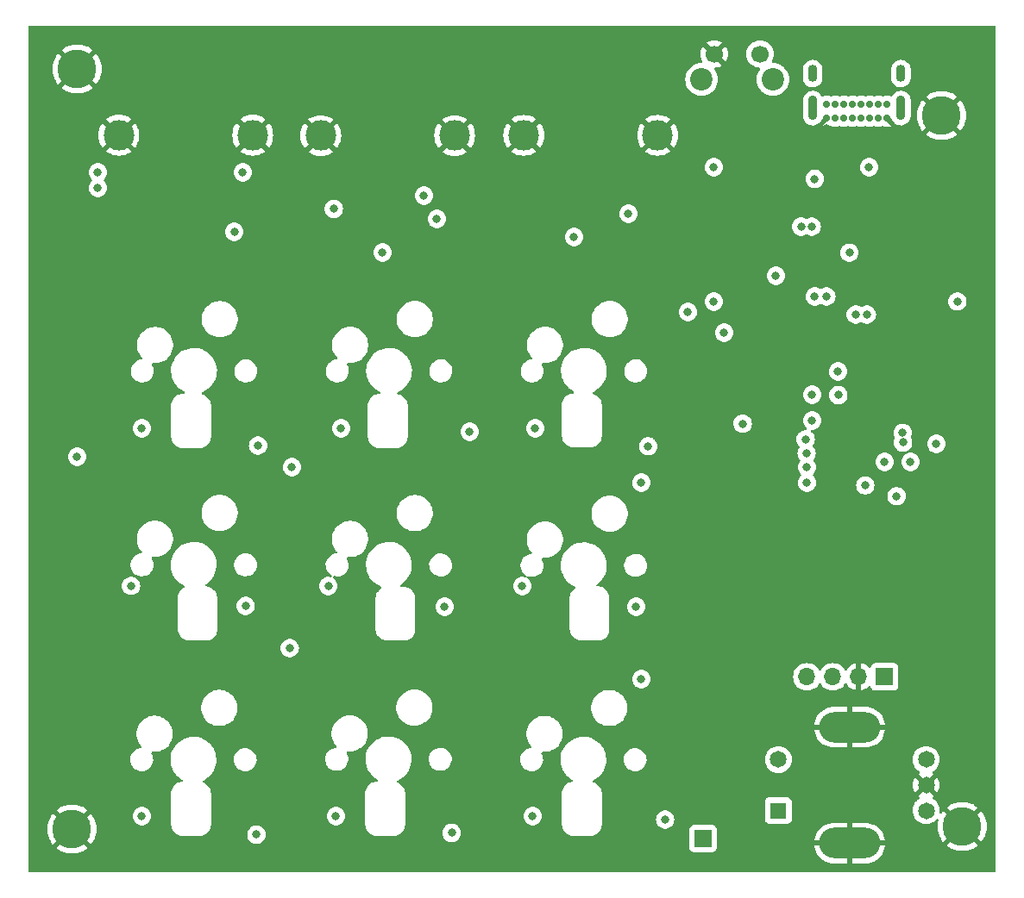
<source format=gbr>
%TF.GenerationSoftware,KiCad,Pcbnew,(7.0.0)*%
%TF.CreationDate,2023-06-18T19:00:29+02:00*%
%TF.ProjectId,Macro_Keyboard,4d616372-6f5f-44b6-9579-626f6172642e,rev?*%
%TF.SameCoordinates,Original*%
%TF.FileFunction,Copper,L2,Inr*%
%TF.FilePolarity,Positive*%
%FSLAX46Y46*%
G04 Gerber Fmt 4.6, Leading zero omitted, Abs format (unit mm)*
G04 Created by KiCad (PCBNEW (7.0.0)) date 2023-06-18 19:00:29*
%MOMM*%
%LPD*%
G01*
G04 APERTURE LIST*
%TA.AperFunction,ComponentPad*%
%ADD10R,1.650000X1.650000*%
%TD*%
%TA.AperFunction,ComponentPad*%
%ADD11C,1.650000*%
%TD*%
%TA.AperFunction,ComponentPad*%
%ADD12O,6.000000X3.000000*%
%TD*%
%TA.AperFunction,ComponentPad*%
%ADD13C,0.700000*%
%TD*%
%TA.AperFunction,ComponentPad*%
%ADD14O,0.900000X2.400000*%
%TD*%
%TA.AperFunction,ComponentPad*%
%ADD15O,0.900000X1.700000*%
%TD*%
%TA.AperFunction,ComponentPad*%
%ADD16C,3.800000*%
%TD*%
%TA.AperFunction,ComponentPad*%
%ADD17C,2.200000*%
%TD*%
%TA.AperFunction,ComponentPad*%
%ADD18C,1.700000*%
%TD*%
%TA.AperFunction,ComponentPad*%
%ADD19C,3.000000*%
%TD*%
%TA.AperFunction,ComponentPad*%
%ADD20R,1.700000X1.700000*%
%TD*%
%TA.AperFunction,ComponentPad*%
%ADD21O,1.700000X1.700000*%
%TD*%
%TA.AperFunction,ViaPad*%
%ADD22C,0.800000*%
%TD*%
G04 APERTURE END LIST*
D10*
%TO.N,BOOT*%
%TO.C,MT1*%
X135369999Y-117559999D03*
D11*
%TO.N,Net-(MT1-Pad2)*%
X135370000Y-112560000D03*
%TO.N,Net-(C45-Pad1)*%
X149870000Y-117560000D03*
%TO.N,Net-(C46-Pad1)*%
X149870000Y-112560000D03*
%TO.N,GND*%
X149870000Y-115060000D03*
D12*
X142369999Y-120759999D03*
X142369999Y-109359999D03*
%TD*%
D13*
%TO.N,GND*%
%TO.C,J1*%
X146045000Y-49525000D03*
%TO.N,Net-(FB6-Pad1)*%
X145195000Y-49525000D03*
%TO.N,Net-(J1-CC1)*%
X144345000Y-49525000D03*
%TO.N,/USB/D_P0*%
X143495000Y-49525000D03*
%TO.N,/USB/D_N0*%
X142645000Y-49525000D03*
%TO.N,unconnected-(J1-SBU1-PadA8)*%
X141795000Y-49525000D03*
%TO.N,Net-(FB6-Pad1)*%
X140945000Y-49525000D03*
%TO.N,GND*%
X140095000Y-49525000D03*
X140095000Y-48175000D03*
%TO.N,Net-(FB6-Pad1)*%
X140945000Y-48175000D03*
%TO.N,Net-(J1-CC2)*%
X141795000Y-48175000D03*
%TO.N,/USB/D_P0*%
X142645000Y-48175000D03*
%TO.N,/USB/D_N0*%
X143495000Y-48175000D03*
%TO.N,unconnected-(J1-SBU2-PadB8)*%
X144345000Y-48175000D03*
%TO.N,Net-(FB6-Pad1)*%
X145195000Y-48175000D03*
%TO.N,GND*%
X146045000Y-48175000D03*
D14*
%TO.N,Net-(J1-SHIELD)*%
X147394999Y-48544999D03*
D15*
X147394999Y-45164999D03*
D14*
X138744999Y-48544999D03*
D15*
X138744999Y-45164999D03*
%TD*%
D16*
%TO.N,GND*%
%TO.C,H3*%
X153416000Y-119126000D03*
%TD*%
%TO.N,GND*%
%TO.C,H4*%
X151384000Y-49276000D03*
%TD*%
%TO.N,GND*%
%TO.C,H2*%
X66040000Y-119380000D03*
%TD*%
D17*
%TO.N,*%
%TO.C,SW1*%
X127830000Y-45730000D03*
X134830000Y-45730000D03*
D18*
%TO.N,GND*%
X129080000Y-43230000D03*
%TO.N,Net-(U1-NRST)*%
X133580000Y-43230000D03*
%TD*%
D16*
%TO.N,GND*%
%TO.C,H1*%
X66548000Y-44704000D03*
%TD*%
D19*
%TO.N,GND*%
%TO.C,J2*%
X123514000Y-51220043D03*
X110374000Y-51220043D03*
%TD*%
D20*
%TO.N,+3.3V*%
%TO.C,U4*%
X145785999Y-104418999D03*
D21*
%TO.N,GND*%
X143245999Y-104418999D03*
%TO.N,SCK*%
X140705999Y-104418999D03*
%TO.N,SDA*%
X138165999Y-104418999D03*
%TD*%
D19*
%TO.N,GND*%
%TO.C,J4*%
X83781826Y-51216189D03*
X70641826Y-51216189D03*
%TD*%
%TO.N,GND*%
%TO.C,J3*%
X103598000Y-51244000D03*
X90458000Y-51244000D03*
%TD*%
D20*
%TO.N,+5V*%
%TO.C,TP1*%
X127969999Y-120319999D03*
%TD*%
D22*
%TO.N,+5V*%
X72898000Y-118110000D03*
X71836529Y-95488991D03*
X110236000Y-95504000D03*
X141224000Y-74422000D03*
X138938000Y-55499000D03*
X92456000Y-80010000D03*
X101854000Y-59436000D03*
X124255625Y-118442942D03*
X105068653Y-80338027D03*
X120650000Y-58928000D03*
X72898000Y-80010000D03*
X81963080Y-60710111D03*
X91737705Y-58454344D03*
X91207273Y-95500191D03*
X68580000Y-56388000D03*
X84141199Y-119923621D03*
X111506000Y-80010000D03*
X152933791Y-67548852D03*
X91948000Y-118110000D03*
X115316000Y-61214000D03*
X111252000Y-118110000D03*
X84300764Y-81692800D03*
X122584793Y-81769409D03*
X102616000Y-97536000D03*
X83084504Y-97451665D03*
X121412000Y-97536000D03*
X103302654Y-119759201D03*
X144272000Y-54356000D03*
%TO.N,GND*%
X141723124Y-79219773D03*
X149860000Y-121920000D03*
X154940000Y-71120000D03*
X154940000Y-66040000D03*
X91440000Y-41275000D03*
X154940000Y-96520000D03*
X76200000Y-41275000D03*
X137160000Y-41275000D03*
X78994000Y-57150000D03*
X144290474Y-81806662D03*
X101600000Y-41275000D03*
X63500000Y-91440000D03*
X63500000Y-111760000D03*
X86360000Y-41275000D03*
X104140000Y-121920000D03*
X76327000Y-60697670D03*
X99060000Y-121920000D03*
X99314000Y-56896000D03*
X139497290Y-88241931D03*
X121920000Y-41275000D03*
X120875448Y-81698070D03*
X111983537Y-95542083D03*
X63500000Y-50800000D03*
X63500000Y-116840000D03*
X124460000Y-121920000D03*
X75438000Y-57150000D03*
X101583806Y-119762501D03*
X146050000Y-50800000D03*
X82422177Y-119874709D03*
X154940000Y-106680000D03*
X129032000Y-49276000D03*
X137414000Y-72257452D03*
X88900000Y-121920000D03*
X68580000Y-121920000D03*
X63500000Y-66040000D03*
X152400000Y-41275000D03*
X154940000Y-121920000D03*
X154940000Y-50800000D03*
X154940000Y-91440000D03*
X119380000Y-121920000D03*
X126619000Y-74168000D03*
X154940000Y-86360000D03*
X63500000Y-71120000D03*
X131889236Y-73004482D03*
X154940000Y-55880000D03*
X154940000Y-76200000D03*
X71120000Y-41275000D03*
X154940000Y-81280000D03*
X154940000Y-45720000D03*
X83820000Y-121920000D03*
X93980000Y-121920000D03*
X148290542Y-84712358D03*
X78740000Y-121920000D03*
X106680000Y-41275000D03*
X154940000Y-101600000D03*
X129540000Y-121920000D03*
X119126000Y-57150000D03*
X137160000Y-49276000D03*
X144272000Y-52324000D03*
X63500000Y-86360000D03*
X130048000Y-74930000D03*
X146304000Y-57912000D03*
X111760000Y-41275000D03*
X92959072Y-95495264D03*
X63500000Y-81280000D03*
X136906000Y-78398500D03*
X132526952Y-61806889D03*
X66040000Y-41275000D03*
X73660000Y-121920000D03*
X114300000Y-121920000D03*
X134620000Y-121920000D03*
X116840000Y-41275000D03*
X63500000Y-96520000D03*
X63500000Y-101600000D03*
X81280000Y-41275000D03*
X154940000Y-60960000D03*
X140116912Y-77831214D03*
X63500000Y-55880000D03*
X82548437Y-81665473D03*
X115062000Y-57404000D03*
X147320000Y-41275000D03*
X101734167Y-81637705D03*
X63500000Y-106680000D03*
X95250000Y-57150000D03*
X63500000Y-60960000D03*
X120965670Y-119815129D03*
X63500000Y-76200000D03*
X96520000Y-41275000D03*
X63500000Y-45720000D03*
X115062000Y-58928000D03*
X109220000Y-121920000D03*
X151932416Y-54603927D03*
X154940000Y-116840000D03*
X132080000Y-41275000D03*
X63500000Y-121920000D03*
X96012000Y-59436000D03*
X127000000Y-41275000D03*
X140068300Y-50546988D03*
X73539210Y-95526486D03*
X154940000Y-111760000D03*
X142240000Y-41275000D03*
%TO.N,+3.3V*%
X150876000Y-81534000D03*
X146964198Y-86673133D03*
X141250036Y-76735612D03*
X145796000Y-83312000D03*
X129032000Y-67564000D03*
X131864003Y-79557697D03*
X129032000Y-54356000D03*
%TO.N,Net-(U1-NRST)*%
X143894167Y-85618468D03*
%TO.N,Net-(U1-PH3)*%
X148336000Y-83312000D03*
%TO.N,/USB/AVDD*%
X135128000Y-65024000D03*
X142341000Y-62756284D03*
%TO.N,/USB/X1*%
X138938000Y-67056000D03*
%TO.N,/USB/X2*%
X140081000Y-67056000D03*
%TO.N,Net-(J3-VBUS)*%
X100584000Y-57150000D03*
X96520000Y-62738000D03*
%TO.N,Net-(J4-VBUS)*%
X68580000Y-54864000D03*
X82804000Y-54864000D03*
%TO.N,COL 2*%
X130048000Y-70612000D03*
X138684000Y-76708000D03*
%TO.N,COL 1*%
X87620891Y-83808054D03*
X87408926Y-101600000D03*
X138044295Y-81090806D03*
%TO.N,COL 0*%
X66548000Y-82804000D03*
X138684000Y-79248000D03*
%TO.N,Rotary_A*%
X147571918Y-80450103D03*
%TO.N,Rotary_B*%
X147601026Y-81399159D03*
%TO.N,ROW 0*%
X126492000Y-68580000D03*
X138139692Y-82466295D03*
%TO.N,ROW 1*%
X138176000Y-83820000D03*
X121920000Y-85344000D03*
%TO.N,ROW 2*%
X138176000Y-85344000D03*
X121920000Y-104648000D03*
%TO.N,/USB/D_P0*%
X137591000Y-60198000D03*
%TO.N,/USB/D_N0*%
X138641000Y-60198000D03*
%TO.N,USBD_N*%
X142952497Y-68834000D03*
%TO.N,USBD_P*%
X144051298Y-68828972D03*
%TD*%
%TA.AperFunction,Conductor*%
%TO.N,GND*%
G36*
X156609500Y-40449113D02*
G01*
X156654887Y-40494500D01*
X156671500Y-40556500D01*
X156671500Y-123527500D01*
X156654887Y-123589500D01*
X156609500Y-123634887D01*
X156547500Y-123651500D01*
X61892500Y-123651500D01*
X61830500Y-123634887D01*
X61785113Y-123589500D01*
X61768500Y-123527500D01*
X61768500Y-121246704D01*
X64530167Y-121246704D01*
X64537438Y-121254887D01*
X64748320Y-121408102D01*
X64754891Y-121412272D01*
X65012694Y-121554000D01*
X65019733Y-121557313D01*
X65293270Y-121665613D01*
X65300665Y-121668016D01*
X65585625Y-121741182D01*
X65593256Y-121742637D01*
X65885140Y-121779511D01*
X65892899Y-121780000D01*
X66187101Y-121780000D01*
X66194859Y-121779511D01*
X66486743Y-121742637D01*
X66494374Y-121741182D01*
X66779334Y-121668016D01*
X66786729Y-121665613D01*
X67060266Y-121557313D01*
X67067305Y-121554000D01*
X67325108Y-121412272D01*
X67331678Y-121408102D01*
X67542560Y-121254887D01*
X67549831Y-121246704D01*
X67543927Y-121237480D01*
X67521025Y-121214578D01*
X126619500Y-121214578D01*
X126619501Y-121217872D01*
X126619853Y-121221150D01*
X126619854Y-121221161D01*
X126625079Y-121269768D01*
X126625080Y-121269773D01*
X126625909Y-121277483D01*
X126628619Y-121284749D01*
X126628620Y-121284753D01*
X126634307Y-121300000D01*
X126676204Y-121412331D01*
X126762454Y-121527546D01*
X126877669Y-121613796D01*
X127012517Y-121664091D01*
X127072127Y-121670500D01*
X128867872Y-121670499D01*
X128927483Y-121664091D01*
X129062331Y-121613796D01*
X129177546Y-121527546D01*
X129263796Y-121412331D01*
X129314091Y-121277483D01*
X129320500Y-121217873D01*
X129320500Y-121027034D01*
X138883989Y-121027034D01*
X138884983Y-121040933D01*
X138886243Y-121049692D01*
X138945171Y-121320578D01*
X138947657Y-121329047D01*
X139044541Y-121588803D01*
X139048212Y-121596841D01*
X139181068Y-121840150D01*
X139185852Y-121847593D01*
X139351987Y-122069524D01*
X139357772Y-122076199D01*
X139553800Y-122272227D01*
X139560475Y-122278012D01*
X139782406Y-122444147D01*
X139789849Y-122448931D01*
X140033158Y-122581787D01*
X140041196Y-122585458D01*
X140300952Y-122682342D01*
X140309421Y-122684828D01*
X140580309Y-122743757D01*
X140589065Y-122745016D01*
X140796355Y-122759841D01*
X140800781Y-122760000D01*
X142103674Y-122760000D01*
X142116549Y-122756549D01*
X142120000Y-122743674D01*
X142620000Y-122743674D01*
X142623450Y-122756549D01*
X142636326Y-122760000D01*
X143939219Y-122760000D01*
X143943644Y-122759841D01*
X144150934Y-122745016D01*
X144159690Y-122743757D01*
X144430578Y-122684828D01*
X144439047Y-122682342D01*
X144698803Y-122585458D01*
X144706841Y-122581787D01*
X144950150Y-122448931D01*
X144957593Y-122444147D01*
X145179524Y-122278012D01*
X145186199Y-122272227D01*
X145382227Y-122076199D01*
X145388012Y-122069524D01*
X145554147Y-121847593D01*
X145558931Y-121840150D01*
X145691787Y-121596841D01*
X145695458Y-121588803D01*
X145792342Y-121329047D01*
X145794828Y-121320578D01*
X145853756Y-121049692D01*
X145855016Y-121040933D01*
X145856010Y-121027034D01*
X145853272Y-121013683D01*
X145840154Y-121010000D01*
X142636326Y-121010000D01*
X142623450Y-121013450D01*
X142620000Y-121026326D01*
X142620000Y-122743674D01*
X142120000Y-122743674D01*
X142120000Y-121026326D01*
X142116549Y-121013450D01*
X142103674Y-121010000D01*
X138899846Y-121010000D01*
X138886727Y-121013683D01*
X138883989Y-121027034D01*
X129320500Y-121027034D01*
X129320500Y-120992704D01*
X151906167Y-120992704D01*
X151913438Y-121000887D01*
X152124320Y-121154102D01*
X152130891Y-121158272D01*
X152388694Y-121300000D01*
X152395733Y-121303313D01*
X152669270Y-121411613D01*
X152676665Y-121414016D01*
X152961625Y-121487182D01*
X152969256Y-121488637D01*
X153261140Y-121525511D01*
X153268899Y-121526000D01*
X153563101Y-121526000D01*
X153570859Y-121525511D01*
X153862743Y-121488637D01*
X153870374Y-121487182D01*
X154155334Y-121414016D01*
X154162729Y-121411613D01*
X154436266Y-121303313D01*
X154443305Y-121300000D01*
X154701108Y-121158272D01*
X154707678Y-121154102D01*
X154918560Y-121000887D01*
X154925831Y-120992704D01*
X154919927Y-120983480D01*
X153427542Y-119491095D01*
X153415999Y-119484431D01*
X153404457Y-119491095D01*
X151912071Y-120983480D01*
X151906167Y-120992704D01*
X129320500Y-120992704D01*
X129320500Y-120492965D01*
X138883989Y-120492965D01*
X138886727Y-120506316D01*
X138899846Y-120510000D01*
X142103674Y-120510000D01*
X142116549Y-120506549D01*
X142120000Y-120493674D01*
X142620000Y-120493674D01*
X142623450Y-120506549D01*
X142636326Y-120510000D01*
X145840154Y-120510000D01*
X145853272Y-120506316D01*
X145856010Y-120492965D01*
X145855016Y-120479066D01*
X145853756Y-120470307D01*
X145794828Y-120199421D01*
X145792342Y-120190952D01*
X145695458Y-119931196D01*
X145691787Y-119923158D01*
X145558931Y-119679849D01*
X145554147Y-119672406D01*
X145388012Y-119450475D01*
X145382227Y-119443800D01*
X145186199Y-119247772D01*
X145179524Y-119241987D01*
X144957593Y-119075852D01*
X144950150Y-119071068D01*
X144706841Y-118938212D01*
X144698803Y-118934541D01*
X144439047Y-118837657D01*
X144430578Y-118835171D01*
X144159690Y-118776242D01*
X144150934Y-118774983D01*
X143943644Y-118760158D01*
X143939219Y-118760000D01*
X142636326Y-118760000D01*
X142623450Y-118763450D01*
X142620000Y-118776326D01*
X142620000Y-120493674D01*
X142120000Y-120493674D01*
X142120000Y-118776326D01*
X142116549Y-118763450D01*
X142103674Y-118760000D01*
X140800781Y-118760000D01*
X140796355Y-118760158D01*
X140589065Y-118774983D01*
X140580309Y-118776242D01*
X140309421Y-118835171D01*
X140300952Y-118837657D01*
X140041196Y-118934541D01*
X140033158Y-118938212D01*
X139789849Y-119071068D01*
X139782406Y-119075852D01*
X139560475Y-119241987D01*
X139553800Y-119247772D01*
X139357772Y-119443800D01*
X139351987Y-119450475D01*
X139185852Y-119672406D01*
X139181068Y-119679849D01*
X139048212Y-119923158D01*
X139044541Y-119931196D01*
X138947657Y-120190952D01*
X138945171Y-120199421D01*
X138886243Y-120470307D01*
X138884983Y-120479066D01*
X138883989Y-120492965D01*
X129320500Y-120492965D01*
X129320499Y-119422128D01*
X129314091Y-119362517D01*
X129263796Y-119227669D01*
X129177546Y-119112454D01*
X129137531Y-119082499D01*
X129069431Y-119031519D01*
X129069430Y-119031518D01*
X129062331Y-119026204D01*
X128968132Y-118991070D01*
X128934752Y-118978620D01*
X128934750Y-118978619D01*
X128927483Y-118975909D01*
X128919770Y-118975079D01*
X128919767Y-118975079D01*
X128871180Y-118969855D01*
X128871169Y-118969854D01*
X128867873Y-118969500D01*
X128864550Y-118969500D01*
X127075439Y-118969500D01*
X127075420Y-118969500D01*
X127072128Y-118969501D01*
X127068850Y-118969853D01*
X127068838Y-118969854D01*
X127020231Y-118975079D01*
X127020225Y-118975080D01*
X127012517Y-118975909D01*
X127005252Y-118978618D01*
X127005246Y-118978620D01*
X126885980Y-119023104D01*
X126885978Y-119023104D01*
X126877669Y-119026204D01*
X126870572Y-119031516D01*
X126870568Y-119031519D01*
X126769550Y-119107141D01*
X126769546Y-119107144D01*
X126762454Y-119112454D01*
X126757144Y-119119546D01*
X126757141Y-119119550D01*
X126681519Y-119220568D01*
X126681516Y-119220572D01*
X126676204Y-119227669D01*
X126673104Y-119235978D01*
X126673104Y-119235980D01*
X126628620Y-119355247D01*
X126628619Y-119355250D01*
X126625909Y-119362517D01*
X126625079Y-119370227D01*
X126625079Y-119370232D01*
X126619855Y-119418819D01*
X126619854Y-119418831D01*
X126619500Y-119422127D01*
X126619500Y-119425448D01*
X126619500Y-119425449D01*
X126619500Y-121214560D01*
X126619500Y-121214578D01*
X67521025Y-121214578D01*
X66051542Y-119745095D01*
X66040000Y-119738431D01*
X66028457Y-119745095D01*
X64536071Y-121237480D01*
X64530167Y-121246704D01*
X61768500Y-121246704D01*
X61768500Y-119383894D01*
X63635500Y-119383894D01*
X63653972Y-119677500D01*
X63654946Y-119685220D01*
X63710073Y-119974206D01*
X63712009Y-119981745D01*
X63802921Y-120261541D01*
X63805781Y-120268765D01*
X63931050Y-120534976D01*
X63934792Y-120541782D01*
X64092430Y-120790181D01*
X64097006Y-120796479D01*
X64164273Y-120877790D01*
X64175575Y-120885558D01*
X64187557Y-120878888D01*
X65674904Y-119391542D01*
X65681568Y-119380000D01*
X66398431Y-119380000D01*
X66405095Y-119391542D01*
X67892441Y-120878888D01*
X67904424Y-120885558D01*
X67915723Y-120877793D01*
X67982997Y-120796474D01*
X67987568Y-120790182D01*
X68145207Y-120541782D01*
X68148949Y-120534976D01*
X68274218Y-120268765D01*
X68277078Y-120261541D01*
X68367990Y-119981745D01*
X68369926Y-119974206D01*
X68425053Y-119685220D01*
X68426027Y-119677500D01*
X68444500Y-119383894D01*
X68444500Y-119376106D01*
X68426027Y-119082499D01*
X68425053Y-119074779D01*
X68369926Y-118785793D01*
X68367990Y-118778254D01*
X68277078Y-118498458D01*
X68274218Y-118491234D01*
X68148949Y-118225023D01*
X68145207Y-118218217D01*
X68076531Y-118110000D01*
X71992540Y-118110000D01*
X71993219Y-118116460D01*
X72011646Y-118291795D01*
X72011647Y-118291803D01*
X72012326Y-118298256D01*
X72014331Y-118304428D01*
X72014333Y-118304435D01*
X72068813Y-118472105D01*
X72070821Y-118478284D01*
X72074068Y-118483908D01*
X72074069Y-118483910D01*
X72155375Y-118624737D01*
X72165467Y-118642216D01*
X72169811Y-118647041D01*
X72169813Y-118647043D01*
X72287779Y-118778057D01*
X72292129Y-118782888D01*
X72445270Y-118894151D01*
X72618197Y-118971144D01*
X72803354Y-119010500D01*
X72986143Y-119010500D01*
X72992646Y-119010500D01*
X73177803Y-118971144D01*
X73350730Y-118894151D01*
X73503871Y-118782888D01*
X73630533Y-118642216D01*
X73725179Y-118478284D01*
X73783674Y-118298256D01*
X73803460Y-118110000D01*
X73783674Y-117921744D01*
X73725179Y-117741716D01*
X73630533Y-117577784D01*
X73609662Y-117554605D01*
X73508220Y-117441942D01*
X73508219Y-117441941D01*
X73503871Y-117437112D01*
X73498613Y-117433292D01*
X73498611Y-117433290D01*
X73355988Y-117329669D01*
X73355987Y-117329668D01*
X73350730Y-117325849D01*
X73344792Y-117323205D01*
X73183745Y-117251501D01*
X73183740Y-117251499D01*
X73177803Y-117248856D01*
X73171444Y-117247504D01*
X73171440Y-117247503D01*
X72999008Y-117210852D01*
X72999005Y-117210851D01*
X72992646Y-117209500D01*
X72803354Y-117209500D01*
X72796995Y-117210851D01*
X72796991Y-117210852D01*
X72624559Y-117247503D01*
X72624552Y-117247505D01*
X72618197Y-117248856D01*
X72612262Y-117251498D01*
X72612254Y-117251501D01*
X72451207Y-117323205D01*
X72451202Y-117323207D01*
X72445270Y-117325849D01*
X72440016Y-117329665D01*
X72440011Y-117329669D01*
X72297388Y-117433290D01*
X72297381Y-117433295D01*
X72292129Y-117437112D01*
X72287784Y-117441937D01*
X72287779Y-117441942D01*
X72169813Y-117572956D01*
X72169808Y-117572962D01*
X72165467Y-117577784D01*
X72162222Y-117583404D01*
X72162218Y-117583410D01*
X72074069Y-117736089D01*
X72074066Y-117736094D01*
X72070821Y-117741716D01*
X72068815Y-117747888D01*
X72068813Y-117747894D01*
X72014333Y-117915564D01*
X72014331Y-117915573D01*
X72012326Y-117921744D01*
X72011648Y-117928194D01*
X72011646Y-117928204D01*
X71996846Y-118069031D01*
X71992540Y-118110000D01*
X68076531Y-118110000D01*
X67987569Y-117969818D01*
X67982993Y-117963520D01*
X67915725Y-117882208D01*
X67904423Y-117874440D01*
X67892441Y-117881110D01*
X66405095Y-119368457D01*
X66398431Y-119380000D01*
X65681568Y-119380000D01*
X65674904Y-119368457D01*
X64187558Y-117881111D01*
X64175574Y-117874441D01*
X64164273Y-117882208D01*
X64097001Y-117963526D01*
X64092434Y-117969812D01*
X63934792Y-118218217D01*
X63931050Y-118225023D01*
X63805781Y-118491234D01*
X63802921Y-118498458D01*
X63712009Y-118778254D01*
X63710073Y-118785793D01*
X63654946Y-119074779D01*
X63653972Y-119082499D01*
X63635500Y-119376106D01*
X63635500Y-119383894D01*
X61768500Y-119383894D01*
X61768500Y-117513295D01*
X64530167Y-117513295D01*
X64536073Y-117522520D01*
X66028457Y-119014904D01*
X66039999Y-119021568D01*
X66051542Y-119014904D01*
X67543927Y-117522518D01*
X67549831Y-117513294D01*
X67542560Y-117505111D01*
X67331679Y-117351897D01*
X67325108Y-117347727D01*
X67067305Y-117205999D01*
X67060266Y-117202686D01*
X66786729Y-117094386D01*
X66779334Y-117091983D01*
X66494374Y-117018817D01*
X66486743Y-117017362D01*
X66194859Y-116980488D01*
X66187101Y-116980000D01*
X65892899Y-116980000D01*
X65885140Y-116980488D01*
X65593256Y-117017362D01*
X65585625Y-117018817D01*
X65300665Y-117091983D01*
X65293270Y-117094386D01*
X65019733Y-117202686D01*
X65012694Y-117205999D01*
X64754899Y-117347723D01*
X64748309Y-117351905D01*
X64537441Y-117505109D01*
X64530167Y-117513295D01*
X61768500Y-117513295D01*
X61768500Y-112507040D01*
X71748569Y-112507040D01*
X71748849Y-112512924D01*
X71748849Y-112512931D01*
X71757048Y-112685044D01*
X71758796Y-112721741D01*
X71760187Y-112727478D01*
X71760188Y-112727479D01*
X71803303Y-112905205D01*
X71809471Y-112930627D01*
X71811924Y-112935998D01*
X71811926Y-112936004D01*
X71845651Y-113009851D01*
X71898762Y-113126147D01*
X71902184Y-113130952D01*
X71902186Y-113130956D01*
X72020017Y-113296427D01*
X72020020Y-113296430D01*
X72023442Y-113301236D01*
X72179005Y-113449564D01*
X72183973Y-113452757D01*
X72183976Y-113452759D01*
X72306931Y-113531777D01*
X72359828Y-113565772D01*
X72365311Y-113567967D01*
X72365313Y-113567968D01*
X72545805Y-113640226D01*
X72559376Y-113645659D01*
X72770436Y-113686337D01*
X72928572Y-113686337D01*
X72931526Y-113686337D01*
X73091879Y-113671025D01*
X73298117Y-113610468D01*
X73489167Y-113511975D01*
X73658125Y-113379105D01*
X73798884Y-113216661D01*
X73906356Y-113030514D01*
X73976658Y-112827391D01*
X74004145Y-112636206D01*
X75703631Y-112636206D01*
X75704045Y-112640327D01*
X75704046Y-112640338D01*
X75733374Y-112931871D01*
X75733375Y-112931881D01*
X75733790Y-112935999D01*
X75734750Y-112940030D01*
X75734751Y-112940032D01*
X75780250Y-113130956D01*
X75803639Y-113229098D01*
X75911931Y-113510271D01*
X75913915Y-113513892D01*
X75913921Y-113513904D01*
X76001313Y-113673373D01*
X76056733Y-113774502D01*
X76059189Y-113777835D01*
X76059192Y-113777840D01*
X76157953Y-113911879D01*
X76235462Y-114017075D01*
X76444928Y-114233661D01*
X76564645Y-114328200D01*
X76678138Y-114417825D01*
X76678142Y-114417827D01*
X76681393Y-114420395D01*
X76838957Y-114513720D01*
X76883699Y-114559367D01*
X76899761Y-114621236D01*
X76882875Y-114682884D01*
X76837528Y-114727932D01*
X76775769Y-114744409D01*
X76755003Y-114744409D01*
X76754992Y-114744409D01*
X76749587Y-114744410D01*
X76744258Y-114745349D01*
X76744253Y-114745350D01*
X76570931Y-114775911D01*
X76570921Y-114775913D01*
X76565599Y-114776852D01*
X76560519Y-114778700D01*
X76560515Y-114778702D01*
X76395125Y-114838900D01*
X76395113Y-114838905D01*
X76390040Y-114840752D01*
X76385353Y-114843458D01*
X76385349Y-114843460D01*
X76232939Y-114931457D01*
X76232932Y-114931461D01*
X76228245Y-114934168D01*
X76224096Y-114937649D01*
X76224091Y-114937653D01*
X76089277Y-115050779D01*
X76089269Y-115050786D01*
X76085130Y-115054260D01*
X76081652Y-115058404D01*
X76081648Y-115058409D01*
X76070629Y-115071542D01*
X75965044Y-115197380D01*
X75962337Y-115202067D01*
X75962334Y-115202073D01*
X75874339Y-115354492D01*
X75874333Y-115354503D01*
X75871635Y-115359178D01*
X75869785Y-115364259D01*
X75869784Y-115364263D01*
X75809595Y-115529645D01*
X75809591Y-115529657D01*
X75807742Y-115534740D01*
X75806801Y-115540075D01*
X75806801Y-115540077D01*
X75776246Y-115713393D01*
X75776245Y-115713400D01*
X75775306Y-115718729D01*
X75775308Y-115772989D01*
X75775347Y-118812542D01*
X75775346Y-118812546D01*
X75775348Y-118860140D01*
X75775348Y-118887978D01*
X75775363Y-118888061D01*
X75775370Y-118888218D01*
X75775372Y-118948887D01*
X75775372Y-118948896D01*
X75775373Y-118953753D01*
X75804666Y-119138672D01*
X75806166Y-119143290D01*
X75806169Y-119143300D01*
X75839836Y-119246911D01*
X75862524Y-119316733D01*
X75864736Y-119321074D01*
X75864738Y-119321079D01*
X75945309Y-119479204D01*
X75947524Y-119483551D01*
X75950385Y-119487489D01*
X75950391Y-119487498D01*
X76054705Y-119631074D01*
X76057572Y-119635020D01*
X76061014Y-119638462D01*
X76061020Y-119638469D01*
X76175290Y-119752741D01*
X76189958Y-119767409D01*
X76341424Y-119877461D01*
X76508240Y-119962464D01*
X76686299Y-120020327D01*
X76871218Y-120049625D01*
X76908667Y-120049627D01*
X76908675Y-120049630D01*
X76908695Y-120049630D01*
X76964830Y-120049630D01*
X77012425Y-120049633D01*
X77012433Y-120049630D01*
X77012435Y-120049630D01*
X78521519Y-120049630D01*
X78521844Y-120049630D01*
X78521950Y-120049610D01*
X78522167Y-120049600D01*
X78582734Y-120049600D01*
X78587614Y-120049600D01*
X78772536Y-120020312D01*
X78950600Y-119962457D01*
X79026822Y-119923621D01*
X83235739Y-119923621D01*
X83236418Y-119930081D01*
X83254845Y-120105416D01*
X83254846Y-120105424D01*
X83255525Y-120111877D01*
X83257530Y-120118049D01*
X83257532Y-120118056D01*
X83304154Y-120261541D01*
X83314020Y-120291905D01*
X83408666Y-120455837D01*
X83413010Y-120460662D01*
X83413012Y-120460664D01*
X83486679Y-120542479D01*
X83535328Y-120596509D01*
X83540586Y-120600329D01*
X83540587Y-120600330D01*
X83583569Y-120631558D01*
X83688469Y-120707772D01*
X83861396Y-120784765D01*
X84046553Y-120824121D01*
X84229342Y-120824121D01*
X84235845Y-120824121D01*
X84421002Y-120784765D01*
X84593929Y-120707772D01*
X84747070Y-120596509D01*
X84873732Y-120455837D01*
X84968378Y-120291905D01*
X85026873Y-120111877D01*
X85046659Y-119923621D01*
X85026873Y-119735365D01*
X84968378Y-119555337D01*
X84873732Y-119391405D01*
X84853069Y-119368457D01*
X84751419Y-119255563D01*
X84751418Y-119255562D01*
X84747070Y-119250733D01*
X84741812Y-119246913D01*
X84741810Y-119246911D01*
X84599187Y-119143290D01*
X84599186Y-119143289D01*
X84593929Y-119139470D01*
X84581354Y-119133871D01*
X84426944Y-119065122D01*
X84426939Y-119065120D01*
X84421002Y-119062477D01*
X84414643Y-119061125D01*
X84414639Y-119061124D01*
X84242207Y-119024473D01*
X84242204Y-119024472D01*
X84235845Y-119023121D01*
X84046553Y-119023121D01*
X84040194Y-119024472D01*
X84040190Y-119024473D01*
X83867758Y-119061124D01*
X83867751Y-119061126D01*
X83861396Y-119062477D01*
X83855461Y-119065119D01*
X83855453Y-119065122D01*
X83694406Y-119136826D01*
X83694401Y-119136828D01*
X83688469Y-119139470D01*
X83683215Y-119143286D01*
X83683210Y-119143290D01*
X83540587Y-119246911D01*
X83540580Y-119246916D01*
X83535328Y-119250733D01*
X83530983Y-119255558D01*
X83530978Y-119255563D01*
X83413012Y-119386577D01*
X83413007Y-119386583D01*
X83408666Y-119391405D01*
X83405421Y-119397025D01*
X83405417Y-119397031D01*
X83317268Y-119549710D01*
X83317265Y-119549715D01*
X83314020Y-119555337D01*
X83312014Y-119561509D01*
X83312012Y-119561515D01*
X83257532Y-119729185D01*
X83257530Y-119729194D01*
X83255525Y-119735365D01*
X83254847Y-119741815D01*
X83254845Y-119741825D01*
X83237161Y-119910085D01*
X83235739Y-119923621D01*
X79026822Y-119923621D01*
X79117422Y-119877459D01*
X79268893Y-119767411D01*
X79401285Y-119635024D01*
X79511338Y-119483556D01*
X79596341Y-119316737D01*
X79654202Y-119138675D01*
X79683497Y-118953754D01*
X79683500Y-118860140D01*
X79683500Y-118846342D01*
X79683548Y-118110000D01*
X91042540Y-118110000D01*
X91043219Y-118116460D01*
X91061646Y-118291795D01*
X91061647Y-118291803D01*
X91062326Y-118298256D01*
X91064331Y-118304428D01*
X91064333Y-118304435D01*
X91118813Y-118472105D01*
X91120821Y-118478284D01*
X91124068Y-118483908D01*
X91124069Y-118483910D01*
X91205375Y-118624737D01*
X91215467Y-118642216D01*
X91219811Y-118647041D01*
X91219813Y-118647043D01*
X91337779Y-118778057D01*
X91342129Y-118782888D01*
X91495270Y-118894151D01*
X91668197Y-118971144D01*
X91853354Y-119010500D01*
X92036143Y-119010500D01*
X92042646Y-119010500D01*
X92227803Y-118971144D01*
X92400730Y-118894151D01*
X92553871Y-118782888D01*
X92680533Y-118642216D01*
X92775179Y-118478284D01*
X92833674Y-118298256D01*
X92853460Y-118110000D01*
X92833674Y-117921744D01*
X92775179Y-117741716D01*
X92680533Y-117577784D01*
X92659662Y-117554605D01*
X92558220Y-117441942D01*
X92558219Y-117441941D01*
X92553871Y-117437112D01*
X92548613Y-117433292D01*
X92548611Y-117433290D01*
X92405988Y-117329669D01*
X92405987Y-117329668D01*
X92400730Y-117325849D01*
X92394792Y-117323205D01*
X92233745Y-117251501D01*
X92233740Y-117251499D01*
X92227803Y-117248856D01*
X92221444Y-117247504D01*
X92221440Y-117247503D01*
X92049008Y-117210852D01*
X92049005Y-117210851D01*
X92042646Y-117209500D01*
X91853354Y-117209500D01*
X91846995Y-117210851D01*
X91846991Y-117210852D01*
X91674559Y-117247503D01*
X91674552Y-117247505D01*
X91668197Y-117248856D01*
X91662262Y-117251498D01*
X91662254Y-117251501D01*
X91501207Y-117323205D01*
X91501202Y-117323207D01*
X91495270Y-117325849D01*
X91490016Y-117329665D01*
X91490011Y-117329669D01*
X91347388Y-117433290D01*
X91347381Y-117433295D01*
X91342129Y-117437112D01*
X91337784Y-117441937D01*
X91337779Y-117441942D01*
X91219813Y-117572956D01*
X91219808Y-117572962D01*
X91215467Y-117577784D01*
X91212222Y-117583404D01*
X91212218Y-117583410D01*
X91124069Y-117736089D01*
X91124066Y-117736094D01*
X91120821Y-117741716D01*
X91118815Y-117747888D01*
X91118813Y-117747894D01*
X91064333Y-117915564D01*
X91064331Y-117915573D01*
X91062326Y-117921744D01*
X91061648Y-117928194D01*
X91061646Y-117928204D01*
X91046846Y-118069031D01*
X91042540Y-118110000D01*
X79683548Y-118110000D01*
X79683688Y-115981549D01*
X79684776Y-115981549D01*
X79684775Y-115981547D01*
X79683689Y-115981547D01*
X79683691Y-115933956D01*
X79683691Y-115933952D01*
X79683691Y-115933926D01*
X79683693Y-115906115D01*
X79683670Y-115905994D01*
X79683660Y-115905762D01*
X79683662Y-115859713D01*
X79683663Y-115840337D01*
X79664407Y-115718729D01*
X94825306Y-115718729D01*
X94825308Y-115772989D01*
X94825347Y-118812542D01*
X94825346Y-118812546D01*
X94825348Y-118860140D01*
X94825348Y-118887978D01*
X94825363Y-118888061D01*
X94825370Y-118888218D01*
X94825372Y-118948887D01*
X94825372Y-118948896D01*
X94825373Y-118953753D01*
X94854666Y-119138672D01*
X94856166Y-119143290D01*
X94856169Y-119143300D01*
X94889836Y-119246911D01*
X94912524Y-119316733D01*
X94914736Y-119321074D01*
X94914738Y-119321079D01*
X94995309Y-119479204D01*
X94997524Y-119483551D01*
X95000385Y-119487489D01*
X95000391Y-119487498D01*
X95104705Y-119631074D01*
X95107572Y-119635020D01*
X95111014Y-119638462D01*
X95111020Y-119638469D01*
X95225290Y-119752741D01*
X95239958Y-119767409D01*
X95391424Y-119877461D01*
X95558240Y-119962464D01*
X95736299Y-120020327D01*
X95921218Y-120049625D01*
X95958667Y-120049627D01*
X95958675Y-120049630D01*
X95958695Y-120049630D01*
X96014830Y-120049630D01*
X96062425Y-120049633D01*
X96062433Y-120049630D01*
X96062435Y-120049630D01*
X97571519Y-120049630D01*
X97571844Y-120049630D01*
X97571950Y-120049610D01*
X97572167Y-120049600D01*
X97632734Y-120049600D01*
X97637614Y-120049600D01*
X97822536Y-120020312D01*
X98000600Y-119962457D01*
X98167422Y-119877459D01*
X98318893Y-119767411D01*
X98327103Y-119759201D01*
X102397194Y-119759201D01*
X102397873Y-119765661D01*
X102416300Y-119940996D01*
X102416301Y-119941004D01*
X102416980Y-119947457D01*
X102418985Y-119953629D01*
X102418987Y-119953636D01*
X102472411Y-120118056D01*
X102475475Y-120127485D01*
X102478722Y-120133109D01*
X102478723Y-120133111D01*
X102512117Y-120190952D01*
X102570121Y-120291417D01*
X102696783Y-120432089D01*
X102702041Y-120435909D01*
X102702042Y-120435910D01*
X102729469Y-120455837D01*
X102849924Y-120543352D01*
X103022851Y-120620345D01*
X103208008Y-120659701D01*
X103390797Y-120659701D01*
X103397300Y-120659701D01*
X103582457Y-120620345D01*
X103755384Y-120543352D01*
X103908525Y-120432089D01*
X104035187Y-120291417D01*
X104129833Y-120127485D01*
X104188328Y-119947457D01*
X104208114Y-119759201D01*
X104188328Y-119570945D01*
X104129833Y-119390917D01*
X104035187Y-119226985D01*
X103959836Y-119143300D01*
X103912874Y-119091143D01*
X103912873Y-119091142D01*
X103908525Y-119086313D01*
X103903267Y-119082493D01*
X103903265Y-119082491D01*
X103760642Y-118978870D01*
X103760641Y-118978869D01*
X103755384Y-118975050D01*
X103749446Y-118972406D01*
X103588399Y-118900702D01*
X103588394Y-118900700D01*
X103582457Y-118898057D01*
X103576098Y-118896705D01*
X103576094Y-118896704D01*
X103403662Y-118860053D01*
X103403659Y-118860052D01*
X103397300Y-118858701D01*
X103208008Y-118858701D01*
X103201649Y-118860052D01*
X103201645Y-118860053D01*
X103029213Y-118896704D01*
X103029206Y-118896706D01*
X103022851Y-118898057D01*
X103016916Y-118900699D01*
X103016908Y-118900702D01*
X102855861Y-118972406D01*
X102855856Y-118972408D01*
X102849924Y-118975050D01*
X102844670Y-118978866D01*
X102844665Y-118978870D01*
X102702042Y-119082491D01*
X102702035Y-119082496D01*
X102696783Y-119086313D01*
X102692438Y-119091138D01*
X102692433Y-119091143D01*
X102574467Y-119222157D01*
X102574462Y-119222163D01*
X102570121Y-119226985D01*
X102566876Y-119232605D01*
X102566872Y-119232611D01*
X102478723Y-119385290D01*
X102478720Y-119385295D01*
X102475475Y-119390917D01*
X102473469Y-119397089D01*
X102473467Y-119397095D01*
X102418987Y-119564765D01*
X102418985Y-119564774D01*
X102416980Y-119570945D01*
X102416302Y-119577395D01*
X102416300Y-119577405D01*
X102401292Y-119720206D01*
X102397194Y-119759201D01*
X98327103Y-119759201D01*
X98451285Y-119635024D01*
X98561338Y-119483556D01*
X98646341Y-119316737D01*
X98704202Y-119138675D01*
X98733497Y-118953754D01*
X98733500Y-118860140D01*
X98733500Y-118846342D01*
X98733548Y-118110000D01*
X110346540Y-118110000D01*
X110347219Y-118116460D01*
X110365646Y-118291795D01*
X110365647Y-118291803D01*
X110366326Y-118298256D01*
X110368331Y-118304428D01*
X110368333Y-118304435D01*
X110422813Y-118472105D01*
X110424821Y-118478284D01*
X110428068Y-118483908D01*
X110428069Y-118483910D01*
X110509375Y-118624737D01*
X110519467Y-118642216D01*
X110523811Y-118647041D01*
X110523813Y-118647043D01*
X110641779Y-118778057D01*
X110646129Y-118782888D01*
X110799270Y-118894151D01*
X110972197Y-118971144D01*
X111157354Y-119010500D01*
X111340143Y-119010500D01*
X111346646Y-119010500D01*
X111531803Y-118971144D01*
X111704730Y-118894151D01*
X111857871Y-118782888D01*
X111984533Y-118642216D01*
X112079179Y-118478284D01*
X112137674Y-118298256D01*
X112157460Y-118110000D01*
X112137674Y-117921744D01*
X112079179Y-117741716D01*
X111984533Y-117577784D01*
X111963662Y-117554605D01*
X111862220Y-117441942D01*
X111862219Y-117441941D01*
X111857871Y-117437112D01*
X111852613Y-117433292D01*
X111852611Y-117433290D01*
X111709988Y-117329669D01*
X111709987Y-117329668D01*
X111704730Y-117325849D01*
X111698792Y-117323205D01*
X111537745Y-117251501D01*
X111537740Y-117251499D01*
X111531803Y-117248856D01*
X111525444Y-117247504D01*
X111525440Y-117247503D01*
X111353008Y-117210852D01*
X111353005Y-117210851D01*
X111346646Y-117209500D01*
X111157354Y-117209500D01*
X111150995Y-117210851D01*
X111150991Y-117210852D01*
X110978559Y-117247503D01*
X110978552Y-117247505D01*
X110972197Y-117248856D01*
X110966262Y-117251498D01*
X110966254Y-117251501D01*
X110805207Y-117323205D01*
X110805202Y-117323207D01*
X110799270Y-117325849D01*
X110794016Y-117329665D01*
X110794011Y-117329669D01*
X110651388Y-117433290D01*
X110651381Y-117433295D01*
X110646129Y-117437112D01*
X110641784Y-117441937D01*
X110641779Y-117441942D01*
X110523813Y-117572956D01*
X110523808Y-117572962D01*
X110519467Y-117577784D01*
X110516222Y-117583404D01*
X110516218Y-117583410D01*
X110428069Y-117736089D01*
X110428066Y-117736094D01*
X110424821Y-117741716D01*
X110422815Y-117747888D01*
X110422813Y-117747894D01*
X110368333Y-117915564D01*
X110368331Y-117915573D01*
X110366326Y-117921744D01*
X110365648Y-117928194D01*
X110365646Y-117928204D01*
X110350846Y-118069031D01*
X110346540Y-118110000D01*
X98733548Y-118110000D01*
X98733688Y-115981549D01*
X98734776Y-115981549D01*
X98734775Y-115981547D01*
X98733689Y-115981547D01*
X98733691Y-115933956D01*
X98733691Y-115933952D01*
X98733691Y-115933926D01*
X98733693Y-115906115D01*
X98733670Y-115905994D01*
X98733660Y-115905762D01*
X98733662Y-115859713D01*
X98733663Y-115840337D01*
X98704380Y-115655409D01*
X98646529Y-115477340D01*
X98561532Y-115310513D01*
X98482750Y-115202073D01*
X98454344Y-115162973D01*
X98454340Y-115162969D01*
X98451484Y-115159037D01*
X98319093Y-115026642D01*
X98167621Y-114916589D01*
X98024099Y-114843460D01*
X98005137Y-114833798D01*
X98005133Y-114833796D01*
X98000797Y-114831587D01*
X97996252Y-114830110D01*
X97941936Y-114786383D01*
X97919812Y-114720227D01*
X97936902Y-114652596D01*
X97987799Y-114604893D01*
X98071961Y-114562364D01*
X98253347Y-114470706D01*
X98501757Y-114300182D01*
X98725221Y-114098070D01*
X98919753Y-113867977D01*
X99081881Y-113614008D01*
X99208711Y-113340696D01*
X99297981Y-113052917D01*
X99348097Y-112755808D01*
X99357444Y-112476241D01*
X101054549Y-112476241D01*
X101054829Y-112482125D01*
X101054829Y-112482132D01*
X101064495Y-112685044D01*
X101064776Y-112690942D01*
X101066167Y-112696679D01*
X101066168Y-112696680D01*
X101098311Y-112829178D01*
X101115451Y-112899828D01*
X101117904Y-112905199D01*
X101117906Y-112905205D01*
X101158517Y-112994130D01*
X101204742Y-113095348D01*
X101208164Y-113100153D01*
X101208166Y-113100157D01*
X101325997Y-113265628D01*
X101326000Y-113265631D01*
X101329422Y-113270437D01*
X101484985Y-113418765D01*
X101489953Y-113421958D01*
X101489956Y-113421960D01*
X101576419Y-113477526D01*
X101665808Y-113534973D01*
X101671291Y-113537168D01*
X101671293Y-113537169D01*
X101784212Y-113582375D01*
X101865356Y-113614860D01*
X102076416Y-113655538D01*
X102234552Y-113655538D01*
X102237506Y-113655538D01*
X102397859Y-113640226D01*
X102604097Y-113579669D01*
X102795147Y-113481176D01*
X102964105Y-113348306D01*
X103104864Y-113185862D01*
X103212336Y-112999715D01*
X103282638Y-112796592D01*
X103313227Y-112583835D01*
X103309654Y-112508827D01*
X110019072Y-112508827D01*
X110019352Y-112514711D01*
X110019352Y-112514718D01*
X110025336Y-112640338D01*
X110029299Y-112723528D01*
X110030690Y-112729265D01*
X110030691Y-112729266D01*
X110078147Y-112924886D01*
X110079974Y-112932414D01*
X110082427Y-112937785D01*
X110082429Y-112937791D01*
X110115338Y-113009851D01*
X110169265Y-113127934D01*
X110172687Y-113132739D01*
X110172689Y-113132743D01*
X110290520Y-113298214D01*
X110290523Y-113298217D01*
X110293945Y-113303023D01*
X110449508Y-113451351D01*
X110454476Y-113454544D01*
X110454479Y-113454546D01*
X110543970Y-113512058D01*
X110630331Y-113567559D01*
X110635814Y-113569754D01*
X110635816Y-113569755D01*
X110813905Y-113641051D01*
X110829879Y-113647446D01*
X111040939Y-113688124D01*
X111199075Y-113688124D01*
X111202029Y-113688124D01*
X111362382Y-113672812D01*
X111568620Y-113612255D01*
X111759670Y-113513762D01*
X111928628Y-113380892D01*
X112069387Y-113218448D01*
X112176859Y-113032301D01*
X112247161Y-112829178D01*
X112274648Y-112637993D01*
X113974134Y-112637993D01*
X113974548Y-112642114D01*
X113974549Y-112642125D01*
X114003877Y-112933658D01*
X114003878Y-112933668D01*
X114004293Y-112937786D01*
X114005253Y-112941817D01*
X114005254Y-112941819D01*
X114064475Y-113190323D01*
X114074142Y-113230885D01*
X114182434Y-113512058D01*
X114184418Y-113515679D01*
X114184424Y-113515691D01*
X114307385Y-113740066D01*
X114327236Y-113776289D01*
X114329692Y-113779622D01*
X114329695Y-113779627D01*
X114481955Y-113986276D01*
X114505965Y-114018862D01*
X114715431Y-114235448D01*
X114838669Y-114332768D01*
X114948641Y-114419612D01*
X114948645Y-114419614D01*
X114951896Y-114422182D01*
X114955460Y-114424293D01*
X114955463Y-114424295D01*
X115036978Y-114472576D01*
X115106491Y-114513749D01*
X115117795Y-114520444D01*
X115160342Y-114562364D01*
X115178356Y-114619311D01*
X115167657Y-114678073D01*
X115130727Y-114725017D01*
X115076136Y-114749250D01*
X114924929Y-114775912D01*
X114924927Y-114775912D01*
X114919599Y-114776852D01*
X114914519Y-114778700D01*
X114914515Y-114778702D01*
X114749125Y-114838900D01*
X114749113Y-114838905D01*
X114744040Y-114840752D01*
X114739353Y-114843458D01*
X114739349Y-114843460D01*
X114586939Y-114931457D01*
X114586932Y-114931461D01*
X114582245Y-114934168D01*
X114578096Y-114937649D01*
X114578091Y-114937653D01*
X114443277Y-115050779D01*
X114443269Y-115050786D01*
X114439130Y-115054260D01*
X114435652Y-115058404D01*
X114435648Y-115058409D01*
X114424629Y-115071542D01*
X114319044Y-115197380D01*
X114316337Y-115202067D01*
X114316334Y-115202073D01*
X114228339Y-115354492D01*
X114228333Y-115354503D01*
X114225635Y-115359178D01*
X114223785Y-115364259D01*
X114223784Y-115364263D01*
X114163595Y-115529645D01*
X114163591Y-115529657D01*
X114161742Y-115534740D01*
X114160801Y-115540075D01*
X114160801Y-115540077D01*
X114130246Y-115713393D01*
X114130245Y-115713400D01*
X114129306Y-115718729D01*
X114129308Y-115772989D01*
X114129347Y-118812542D01*
X114129346Y-118812546D01*
X114129348Y-118860140D01*
X114129348Y-118887978D01*
X114129363Y-118888061D01*
X114129370Y-118888218D01*
X114129372Y-118948887D01*
X114129372Y-118948896D01*
X114129373Y-118953753D01*
X114158666Y-119138672D01*
X114160166Y-119143290D01*
X114160169Y-119143300D01*
X114193836Y-119246911D01*
X114216524Y-119316733D01*
X114218736Y-119321074D01*
X114218738Y-119321079D01*
X114299309Y-119479204D01*
X114301524Y-119483551D01*
X114304385Y-119487489D01*
X114304391Y-119487498D01*
X114408705Y-119631074D01*
X114411572Y-119635020D01*
X114415014Y-119638462D01*
X114415020Y-119638469D01*
X114529290Y-119752741D01*
X114543958Y-119767409D01*
X114695424Y-119877461D01*
X114862240Y-119962464D01*
X115040299Y-120020327D01*
X115225218Y-120049625D01*
X115262667Y-120049627D01*
X115262675Y-120049630D01*
X115262695Y-120049630D01*
X115318830Y-120049630D01*
X115366425Y-120049633D01*
X115366433Y-120049630D01*
X115366435Y-120049630D01*
X116875519Y-120049630D01*
X116875844Y-120049630D01*
X116875950Y-120049610D01*
X116876167Y-120049600D01*
X116936734Y-120049600D01*
X116941614Y-120049600D01*
X117126536Y-120020312D01*
X117304600Y-119962457D01*
X117471422Y-119877459D01*
X117622893Y-119767411D01*
X117755285Y-119635024D01*
X117865338Y-119483556D01*
X117950341Y-119316737D01*
X118008202Y-119138675D01*
X118037497Y-118953754D01*
X118037500Y-118860140D01*
X118037500Y-118846342D01*
X118037526Y-118442942D01*
X123350165Y-118442942D01*
X123350844Y-118449402D01*
X123369271Y-118624737D01*
X123369272Y-118624745D01*
X123369951Y-118631198D01*
X123371956Y-118637370D01*
X123371958Y-118637377D01*
X123419238Y-118782888D01*
X123428446Y-118811226D01*
X123431693Y-118816850D01*
X123431694Y-118816852D01*
X123507918Y-118948877D01*
X123523092Y-118975158D01*
X123527436Y-118979983D01*
X123527438Y-118979985D01*
X123623177Y-119086313D01*
X123649754Y-119115830D01*
X123655012Y-119119650D01*
X123655013Y-119119651D01*
X123682292Y-119139470D01*
X123802895Y-119227093D01*
X123975822Y-119304086D01*
X124160979Y-119343442D01*
X124343768Y-119343442D01*
X124350271Y-119343442D01*
X124535428Y-119304086D01*
X124708355Y-119227093D01*
X124861496Y-119115830D01*
X124988158Y-118975158D01*
X125082804Y-118811226D01*
X125141299Y-118631198D01*
X125161085Y-118442942D01*
X125159680Y-118429578D01*
X134044500Y-118429578D01*
X134044501Y-118432872D01*
X134044853Y-118436150D01*
X134044854Y-118436161D01*
X134050079Y-118484768D01*
X134050080Y-118484773D01*
X134050909Y-118492483D01*
X134053619Y-118499749D01*
X134053620Y-118499753D01*
X134087217Y-118589831D01*
X134101204Y-118627331D01*
X134106518Y-118634430D01*
X134106519Y-118634431D01*
X134164812Y-118712301D01*
X134187454Y-118742546D01*
X134302669Y-118828796D01*
X134437517Y-118879091D01*
X134497127Y-118885500D01*
X136242872Y-118885499D01*
X136302483Y-118879091D01*
X136437331Y-118828796D01*
X136552546Y-118742546D01*
X136638796Y-118627331D01*
X136689091Y-118492483D01*
X136695500Y-118432873D01*
X136695499Y-117560000D01*
X148539437Y-117560000D01*
X148539909Y-117565395D01*
X148559178Y-117785651D01*
X148559179Y-117785658D01*
X148559651Y-117791050D01*
X148561050Y-117796271D01*
X148561052Y-117796282D01*
X148607552Y-117969818D01*
X148619680Y-118015079D01*
X148621964Y-118019978D01*
X148621967Y-118019985D01*
X148715412Y-118220379D01*
X148715415Y-118220385D01*
X148717699Y-118225282D01*
X148720798Y-118229709D01*
X148720800Y-118229711D01*
X148847624Y-118410834D01*
X148847627Y-118410838D01*
X148850730Y-118415269D01*
X149014731Y-118579270D01*
X149019163Y-118582373D01*
X149019165Y-118582375D01*
X149097716Y-118637377D01*
X149204718Y-118712301D01*
X149209618Y-118714586D01*
X149209620Y-118714587D01*
X149364287Y-118786709D01*
X149414921Y-118810320D01*
X149549356Y-118846342D01*
X149633717Y-118868947D01*
X149633719Y-118868947D01*
X149638950Y-118870349D01*
X149870000Y-118890563D01*
X150101050Y-118870349D01*
X150325079Y-118810320D01*
X150535282Y-118712301D01*
X150725269Y-118579270D01*
X150874924Y-118429614D01*
X150928756Y-118398007D01*
X150991170Y-118396634D01*
X151046343Y-118425846D01*
X151080290Y-118478239D01*
X151084406Y-118540533D01*
X151030947Y-118820779D01*
X151029972Y-118828499D01*
X151011500Y-119122106D01*
X151011500Y-119129894D01*
X151029972Y-119423500D01*
X151030946Y-119431220D01*
X151086073Y-119720206D01*
X151088009Y-119727745D01*
X151178921Y-120007541D01*
X151181781Y-120014765D01*
X151307050Y-120280976D01*
X151310792Y-120287782D01*
X151468430Y-120536181D01*
X151473006Y-120542479D01*
X151540273Y-120623790D01*
X151551575Y-120631558D01*
X151563557Y-120624888D01*
X153050904Y-119137542D01*
X153057568Y-119126000D01*
X153774431Y-119126000D01*
X153781095Y-119137542D01*
X155268441Y-120624888D01*
X155280424Y-120631558D01*
X155291723Y-120623793D01*
X155358997Y-120542474D01*
X155363568Y-120536182D01*
X155521207Y-120287782D01*
X155524949Y-120280976D01*
X155650218Y-120014765D01*
X155653078Y-120007541D01*
X155743990Y-119727745D01*
X155745926Y-119720206D01*
X155801053Y-119431220D01*
X155802027Y-119423500D01*
X155820500Y-119129894D01*
X155820500Y-119122106D01*
X155802027Y-118828499D01*
X155801053Y-118820779D01*
X155745926Y-118531793D01*
X155743990Y-118524254D01*
X155653078Y-118244458D01*
X155650218Y-118237234D01*
X155524949Y-117971023D01*
X155521207Y-117964217D01*
X155363569Y-117715818D01*
X155358993Y-117709520D01*
X155291725Y-117628208D01*
X155280423Y-117620440D01*
X155268441Y-117627110D01*
X153781095Y-119114457D01*
X153774431Y-119126000D01*
X153057568Y-119126000D01*
X153050904Y-119114457D01*
X151563558Y-117627111D01*
X151551574Y-117620441D01*
X151540273Y-117628208D01*
X151473001Y-117709526D01*
X151468439Y-117715805D01*
X151414476Y-117800838D01*
X151366228Y-117844801D01*
X151302339Y-117858172D01*
X151240511Y-117837244D01*
X151197877Y-117787817D01*
X151186251Y-117723588D01*
X151200091Y-117565395D01*
X151200563Y-117560000D01*
X151180349Y-117328950D01*
X151161685Y-117259295D01*
X151906167Y-117259295D01*
X151912073Y-117268520D01*
X153404457Y-118760904D01*
X153415999Y-118767568D01*
X153427542Y-118760904D01*
X154919927Y-117268518D01*
X154925831Y-117259294D01*
X154918560Y-117251111D01*
X154707679Y-117097897D01*
X154701108Y-117093727D01*
X154443305Y-116951999D01*
X154436266Y-116948686D01*
X154162729Y-116840386D01*
X154155334Y-116837983D01*
X153870374Y-116764817D01*
X153862743Y-116763362D01*
X153570859Y-116726488D01*
X153563101Y-116726000D01*
X153268899Y-116726000D01*
X153261140Y-116726488D01*
X152969256Y-116763362D01*
X152961625Y-116764817D01*
X152676665Y-116837983D01*
X152669270Y-116840386D01*
X152395733Y-116948686D01*
X152388694Y-116951999D01*
X152130899Y-117093723D01*
X152124309Y-117097905D01*
X151913441Y-117251109D01*
X151906167Y-117259295D01*
X151161685Y-117259295D01*
X151120320Y-117104921D01*
X151117048Y-117097905D01*
X151047466Y-116948686D01*
X151022301Y-116894719D01*
X150889270Y-116704731D01*
X150725269Y-116540730D01*
X150720838Y-116537627D01*
X150720834Y-116537624D01*
X150540382Y-116411270D01*
X150501517Y-116366952D01*
X150487506Y-116309695D01*
X150501517Y-116252438D01*
X150540382Y-116208120D01*
X150602301Y-116164763D01*
X150609732Y-116156654D01*
X150603818Y-116147371D01*
X149881542Y-115425095D01*
X149870000Y-115418431D01*
X149858457Y-115425095D01*
X149136177Y-116147374D01*
X149130266Y-116156653D01*
X149137699Y-116164764D01*
X149199618Y-116208120D01*
X149238484Y-116252438D01*
X149252495Y-116309695D01*
X149238485Y-116366951D01*
X149199619Y-116411270D01*
X149093511Y-116485568D01*
X149014731Y-116540730D01*
X149010907Y-116544553D01*
X149010901Y-116544559D01*
X148854559Y-116700901D01*
X148854553Y-116700907D01*
X148850730Y-116704731D01*
X148847627Y-116709161D01*
X148847624Y-116709166D01*
X148720807Y-116890279D01*
X148720802Y-116890286D01*
X148717699Y-116894719D01*
X148715411Y-116899625D01*
X148715409Y-116899629D01*
X148621967Y-117100014D01*
X148621962Y-117100025D01*
X148619680Y-117104921D01*
X148618280Y-117110143D01*
X148618279Y-117110148D01*
X148561052Y-117323717D01*
X148561049Y-117323730D01*
X148559651Y-117328950D01*
X148559179Y-117334339D01*
X148559178Y-117334348D01*
X148544239Y-117505109D01*
X148539437Y-117560000D01*
X136695499Y-117560000D01*
X136695499Y-116687128D01*
X136689091Y-116627517D01*
X136638796Y-116492669D01*
X136552546Y-116377454D01*
X136437331Y-116291204D01*
X136302483Y-116240909D01*
X136294770Y-116240079D01*
X136294767Y-116240079D01*
X136246180Y-116234855D01*
X136246169Y-116234854D01*
X136242873Y-116234500D01*
X136239550Y-116234500D01*
X134500439Y-116234500D01*
X134500420Y-116234500D01*
X134497128Y-116234501D01*
X134493850Y-116234853D01*
X134493838Y-116234854D01*
X134445231Y-116240079D01*
X134445225Y-116240080D01*
X134437517Y-116240909D01*
X134430252Y-116243618D01*
X134430246Y-116243620D01*
X134310980Y-116288104D01*
X134310978Y-116288104D01*
X134302669Y-116291204D01*
X134295572Y-116296516D01*
X134295568Y-116296519D01*
X134194550Y-116372141D01*
X134194546Y-116372144D01*
X134187454Y-116377454D01*
X134182144Y-116384546D01*
X134182141Y-116384550D01*
X134106519Y-116485568D01*
X134106516Y-116485572D01*
X134101204Y-116492669D01*
X134098104Y-116500978D01*
X134098104Y-116500980D01*
X134053620Y-116620247D01*
X134053619Y-116620250D01*
X134050909Y-116627517D01*
X134050079Y-116635227D01*
X134050079Y-116635232D01*
X134044855Y-116683819D01*
X134044854Y-116683831D01*
X134044500Y-116687127D01*
X134044500Y-116690448D01*
X134044500Y-116690449D01*
X134044500Y-118429560D01*
X134044500Y-118429578D01*
X125159680Y-118429578D01*
X125141299Y-118254686D01*
X125082804Y-118074658D01*
X124988158Y-117910726D01*
X124961492Y-117881111D01*
X124865845Y-117774884D01*
X124865844Y-117774883D01*
X124861496Y-117770054D01*
X124856238Y-117766234D01*
X124856236Y-117766232D01*
X124713613Y-117662611D01*
X124713612Y-117662610D01*
X124708355Y-117658791D01*
X124702417Y-117656147D01*
X124541370Y-117584443D01*
X124541365Y-117584441D01*
X124535428Y-117581798D01*
X124529069Y-117580446D01*
X124529065Y-117580445D01*
X124356633Y-117543794D01*
X124356630Y-117543793D01*
X124350271Y-117542442D01*
X124160979Y-117542442D01*
X124154620Y-117543793D01*
X124154616Y-117543794D01*
X123982184Y-117580445D01*
X123982177Y-117580447D01*
X123975822Y-117581798D01*
X123969887Y-117584440D01*
X123969879Y-117584443D01*
X123808832Y-117656147D01*
X123808827Y-117656149D01*
X123802895Y-117658791D01*
X123797641Y-117662607D01*
X123797636Y-117662611D01*
X123655013Y-117766232D01*
X123655006Y-117766237D01*
X123649754Y-117770054D01*
X123645409Y-117774879D01*
X123645404Y-117774884D01*
X123527438Y-117905898D01*
X123527433Y-117905904D01*
X123523092Y-117910726D01*
X123519847Y-117916346D01*
X123519843Y-117916352D01*
X123431694Y-118069031D01*
X123431691Y-118069036D01*
X123428446Y-118074658D01*
X123426440Y-118080830D01*
X123426438Y-118080836D01*
X123371958Y-118248506D01*
X123371956Y-118248515D01*
X123369951Y-118254686D01*
X123369273Y-118261136D01*
X123369271Y-118261146D01*
X123353073Y-118415269D01*
X123350165Y-118442942D01*
X118037526Y-118442942D01*
X118037688Y-115981549D01*
X118038776Y-115981549D01*
X118038775Y-115981547D01*
X118037689Y-115981547D01*
X118037691Y-115933956D01*
X118037691Y-115933952D01*
X118037691Y-115933926D01*
X118037693Y-115906115D01*
X118037670Y-115905994D01*
X118037660Y-115905762D01*
X118037662Y-115859713D01*
X118037663Y-115840337D01*
X118008380Y-115655409D01*
X117950529Y-115477340D01*
X117865532Y-115310513D01*
X117786750Y-115202073D01*
X117758344Y-115162973D01*
X117758340Y-115162969D01*
X117755484Y-115159037D01*
X117661845Y-115065395D01*
X148540411Y-115065395D01*
X148559674Y-115285572D01*
X148561546Y-115296189D01*
X148618748Y-115509675D01*
X148622440Y-115519817D01*
X148715843Y-115720120D01*
X148721241Y-115729470D01*
X148765234Y-115792299D01*
X148773345Y-115799732D01*
X148782624Y-115793821D01*
X149504904Y-115071542D01*
X149511568Y-115060000D01*
X150228431Y-115060000D01*
X150235095Y-115071542D01*
X150957371Y-115793818D01*
X150966654Y-115799732D01*
X150974763Y-115792301D01*
X151018765Y-115729460D01*
X151024153Y-115720128D01*
X151117559Y-115519817D01*
X151121251Y-115509675D01*
X151178453Y-115296189D01*
X151180325Y-115285572D01*
X151199589Y-115065395D01*
X151199589Y-115054605D01*
X151180325Y-114834427D01*
X151178453Y-114823810D01*
X151121251Y-114610324D01*
X151117559Y-114600182D01*
X151024155Y-114399877D01*
X151018759Y-114390532D01*
X150974763Y-114327700D01*
X150966652Y-114320268D01*
X150957370Y-114326181D01*
X150235095Y-115048457D01*
X150228431Y-115060000D01*
X149511568Y-115060000D01*
X149504904Y-115048457D01*
X148782625Y-114326178D01*
X148773346Y-114320267D01*
X148765235Y-114327700D01*
X148721241Y-114390530D01*
X148715843Y-114399880D01*
X148622440Y-114600182D01*
X148618748Y-114610324D01*
X148561546Y-114823810D01*
X148559674Y-114834427D01*
X148540411Y-115054605D01*
X148540411Y-115065395D01*
X117661845Y-115065395D01*
X117623093Y-115026642D01*
X117471621Y-114916589D01*
X117467282Y-114914378D01*
X117309138Y-114833798D01*
X117309128Y-114833794D01*
X117304797Y-114831587D01*
X117239911Y-114810504D01*
X117190490Y-114780195D01*
X117160249Y-114730732D01*
X117155797Y-114672929D01*
X117178109Y-114619419D01*
X117222300Y-114581904D01*
X117377870Y-114503292D01*
X117626280Y-114332768D01*
X117849744Y-114130656D01*
X118044276Y-113900563D01*
X118206404Y-113646594D01*
X118333234Y-113373282D01*
X118422504Y-113085503D01*
X118472620Y-112788394D01*
X118481967Y-112508827D01*
X120179072Y-112508827D01*
X120179352Y-112514711D01*
X120179352Y-112514718D01*
X120185336Y-112640338D01*
X120189299Y-112723528D01*
X120190690Y-112729265D01*
X120190691Y-112729266D01*
X120238147Y-112924886D01*
X120239974Y-112932414D01*
X120242427Y-112937785D01*
X120242429Y-112937791D01*
X120275338Y-113009851D01*
X120329265Y-113127934D01*
X120332687Y-113132739D01*
X120332689Y-113132743D01*
X120450520Y-113298214D01*
X120450523Y-113298217D01*
X120453945Y-113303023D01*
X120609508Y-113451351D01*
X120614476Y-113454544D01*
X120614479Y-113454546D01*
X120703970Y-113512058D01*
X120790331Y-113567559D01*
X120795814Y-113569754D01*
X120795816Y-113569755D01*
X120973905Y-113641051D01*
X120989879Y-113647446D01*
X121200939Y-113688124D01*
X121359075Y-113688124D01*
X121362029Y-113688124D01*
X121522382Y-113672812D01*
X121728620Y-113612255D01*
X121919670Y-113513762D01*
X122088628Y-113380892D01*
X122229387Y-113218448D01*
X122336859Y-113032301D01*
X122407161Y-112829178D01*
X122437750Y-112616421D01*
X122435062Y-112560000D01*
X134039437Y-112560000D01*
X134039909Y-112565395D01*
X134059178Y-112785651D01*
X134059179Y-112785658D01*
X134059651Y-112791050D01*
X134061050Y-112796271D01*
X134061052Y-112796282D01*
X134118279Y-113009851D01*
X134119680Y-113015079D01*
X134121964Y-113019978D01*
X134121967Y-113019985D01*
X134215412Y-113220379D01*
X134215415Y-113220385D01*
X134217699Y-113225282D01*
X134220798Y-113229709D01*
X134220800Y-113229711D01*
X134347624Y-113410834D01*
X134347627Y-113410838D01*
X134350730Y-113415269D01*
X134514731Y-113579270D01*
X134519163Y-113582373D01*
X134519165Y-113582375D01*
X134615859Y-113650081D01*
X134704718Y-113712301D01*
X134709618Y-113714586D01*
X134709620Y-113714587D01*
X134841941Y-113776289D01*
X134914921Y-113810320D01*
X135080841Y-113854778D01*
X135133717Y-113868947D01*
X135133719Y-113868947D01*
X135138950Y-113870349D01*
X135370000Y-113890563D01*
X135601050Y-113870349D01*
X135825079Y-113810320D01*
X136035282Y-113712301D01*
X136225269Y-113579270D01*
X136389270Y-113415269D01*
X136522301Y-113225282D01*
X136620320Y-113015079D01*
X136680349Y-112791050D01*
X136700563Y-112560000D01*
X148539437Y-112560000D01*
X148539909Y-112565395D01*
X148559178Y-112785651D01*
X148559179Y-112785658D01*
X148559651Y-112791050D01*
X148561050Y-112796271D01*
X148561052Y-112796282D01*
X148618279Y-113009851D01*
X148619680Y-113015079D01*
X148621964Y-113019978D01*
X148621967Y-113019985D01*
X148715412Y-113220379D01*
X148715415Y-113220385D01*
X148717699Y-113225282D01*
X148720798Y-113229709D01*
X148720800Y-113229711D01*
X148847624Y-113410834D01*
X148847627Y-113410838D01*
X148850730Y-113415269D01*
X149014731Y-113579270D01*
X149019163Y-113582373D01*
X149019165Y-113582375D01*
X149199618Y-113708730D01*
X149238483Y-113753048D01*
X149252494Y-113810305D01*
X149238484Y-113867561D01*
X149199618Y-113911879D01*
X149137701Y-113955234D01*
X149130267Y-113963346D01*
X149136178Y-113972625D01*
X149858457Y-114694904D01*
X149870000Y-114701568D01*
X149881542Y-114694904D01*
X150603821Y-113972624D01*
X150609732Y-113963345D01*
X150602299Y-113955234D01*
X150540382Y-113911880D01*
X150501516Y-113867562D01*
X150487505Y-113810305D01*
X150501516Y-113753048D01*
X150540382Y-113708730D01*
X150720829Y-113582379D01*
X150720829Y-113582378D01*
X150725269Y-113579270D01*
X150889270Y-113415269D01*
X151022301Y-113225282D01*
X151120320Y-113015079D01*
X151180349Y-112791050D01*
X151200563Y-112560000D01*
X151180349Y-112328950D01*
X151174843Y-112308403D01*
X151161310Y-112257897D01*
X151120320Y-112104921D01*
X151114736Y-112092947D01*
X151091832Y-112043828D01*
X151022301Y-111894719D01*
X150889270Y-111704731D01*
X150725269Y-111540730D01*
X150720838Y-111537627D01*
X150720834Y-111537624D01*
X150539711Y-111410800D01*
X150539709Y-111410798D01*
X150535282Y-111407699D01*
X150530385Y-111405415D01*
X150530379Y-111405412D01*
X150329985Y-111311967D01*
X150329978Y-111311964D01*
X150325079Y-111309680D01*
X150319852Y-111308279D01*
X150319851Y-111308279D01*
X150106282Y-111251052D01*
X150106271Y-111251050D01*
X150101050Y-111249651D01*
X150095658Y-111249179D01*
X150095651Y-111249178D01*
X149875395Y-111229909D01*
X149870000Y-111229437D01*
X149864605Y-111229909D01*
X149644348Y-111249178D01*
X149644339Y-111249179D01*
X149638950Y-111249651D01*
X149633730Y-111251049D01*
X149633717Y-111251052D01*
X149420148Y-111308279D01*
X149420143Y-111308280D01*
X149414921Y-111309680D01*
X149410025Y-111311962D01*
X149410014Y-111311967D01*
X149209629Y-111405409D01*
X149209625Y-111405411D01*
X149204719Y-111407699D01*
X149200286Y-111410802D01*
X149200279Y-111410807D01*
X149019166Y-111537624D01*
X149019161Y-111537627D01*
X149014731Y-111540730D01*
X149010907Y-111544553D01*
X149010901Y-111544559D01*
X148854559Y-111700901D01*
X148854553Y-111700907D01*
X148850730Y-111704731D01*
X148847627Y-111709161D01*
X148847624Y-111709166D01*
X148720807Y-111890279D01*
X148720802Y-111890286D01*
X148717699Y-111894719D01*
X148715411Y-111899625D01*
X148715409Y-111899629D01*
X148621967Y-112100014D01*
X148621962Y-112100025D01*
X148619680Y-112104921D01*
X148618280Y-112110143D01*
X148618279Y-112110148D01*
X148561052Y-112323717D01*
X148561049Y-112323730D01*
X148559651Y-112328950D01*
X148559179Y-112334339D01*
X148559178Y-112334348D01*
X148540028Y-112553239D01*
X148539437Y-112560000D01*
X136700563Y-112560000D01*
X136680349Y-112328950D01*
X136674843Y-112308403D01*
X136661310Y-112257897D01*
X136620320Y-112104921D01*
X136614736Y-112092947D01*
X136591832Y-112043828D01*
X136522301Y-111894719D01*
X136389270Y-111704731D01*
X136225269Y-111540730D01*
X136220838Y-111537627D01*
X136220834Y-111537624D01*
X136039711Y-111410800D01*
X136039709Y-111410798D01*
X136035282Y-111407699D01*
X136030385Y-111405415D01*
X136030379Y-111405412D01*
X135829985Y-111311967D01*
X135829978Y-111311964D01*
X135825079Y-111309680D01*
X135819852Y-111308279D01*
X135819851Y-111308279D01*
X135606282Y-111251052D01*
X135606271Y-111251050D01*
X135601050Y-111249651D01*
X135595658Y-111249179D01*
X135595651Y-111249178D01*
X135375395Y-111229909D01*
X135370000Y-111229437D01*
X135364605Y-111229909D01*
X135144348Y-111249178D01*
X135144339Y-111249179D01*
X135138950Y-111249651D01*
X135133730Y-111251049D01*
X135133717Y-111251052D01*
X134920148Y-111308279D01*
X134920143Y-111308280D01*
X134914921Y-111309680D01*
X134910025Y-111311962D01*
X134910014Y-111311967D01*
X134709629Y-111405409D01*
X134709625Y-111405411D01*
X134704719Y-111407699D01*
X134700286Y-111410802D01*
X134700279Y-111410807D01*
X134519166Y-111537624D01*
X134519161Y-111537627D01*
X134514731Y-111540730D01*
X134510907Y-111544553D01*
X134510901Y-111544559D01*
X134354559Y-111700901D01*
X134354553Y-111700907D01*
X134350730Y-111704731D01*
X134347627Y-111709161D01*
X134347624Y-111709166D01*
X134220807Y-111890279D01*
X134220802Y-111890286D01*
X134217699Y-111894719D01*
X134215411Y-111899625D01*
X134215409Y-111899629D01*
X134121967Y-112100014D01*
X134121962Y-112100025D01*
X134119680Y-112104921D01*
X134118280Y-112110143D01*
X134118279Y-112110148D01*
X134061052Y-112323717D01*
X134061049Y-112323730D01*
X134059651Y-112328950D01*
X134059179Y-112334339D01*
X134059178Y-112334348D01*
X134040028Y-112553239D01*
X134039437Y-112560000D01*
X122435062Y-112560000D01*
X122427523Y-112401720D01*
X122376848Y-112192834D01*
X122287557Y-111997314D01*
X122284132Y-111992504D01*
X122166301Y-111827033D01*
X122166299Y-111827031D01*
X122162877Y-111822225D01*
X122007314Y-111673897D01*
X122002346Y-111670704D01*
X122002342Y-111670701D01*
X121831463Y-111560884D01*
X121831460Y-111560882D01*
X121826491Y-111557689D01*
X121821011Y-111555495D01*
X121821005Y-111555492D01*
X121632425Y-111479996D01*
X121632418Y-111479994D01*
X121626943Y-111477802D01*
X121621148Y-111476685D01*
X121621141Y-111476683D01*
X121421680Y-111438241D01*
X121421677Y-111438240D01*
X121415883Y-111437124D01*
X121254793Y-111437124D01*
X121251864Y-111437403D01*
X121251857Y-111437404D01*
X121100320Y-111451874D01*
X121100314Y-111451875D01*
X121094440Y-111452436D01*
X121088770Y-111454100D01*
X121088769Y-111454101D01*
X120893864Y-111511330D01*
X120893859Y-111511331D01*
X120888202Y-111512993D01*
X120882962Y-111515694D01*
X120882958Y-111515696D01*
X120702401Y-111608779D01*
X120702393Y-111608783D01*
X120697152Y-111611486D01*
X120692520Y-111615128D01*
X120692510Y-111615135D01*
X120532834Y-111740706D01*
X120532827Y-111740712D01*
X120528194Y-111744356D01*
X120524330Y-111748814D01*
X120524327Y-111748818D01*
X120391301Y-111902338D01*
X120387435Y-111906800D01*
X120384484Y-111911910D01*
X120384482Y-111911914D01*
X120295553Y-112065945D01*
X120279963Y-112092947D01*
X120278031Y-112098527D01*
X120278030Y-112098531D01*
X120211594Y-112290483D01*
X120211592Y-112290489D01*
X120209661Y-112296070D01*
X120208820Y-112301913D01*
X120208819Y-112301921D01*
X120179911Y-112502987D01*
X120179910Y-112502993D01*
X120179072Y-112508827D01*
X118481967Y-112508827D01*
X118482688Y-112487255D01*
X118452529Y-112187462D01*
X118382680Y-111894363D01*
X118274388Y-111613190D01*
X118271417Y-111607769D01*
X118200710Y-111478744D01*
X118129586Y-111348959D01*
X118115836Y-111330298D01*
X117972773Y-111136131D01*
X117950857Y-111106386D01*
X117741391Y-110889800D01*
X117580409Y-110762674D01*
X117508180Y-110705635D01*
X117508173Y-110705630D01*
X117504926Y-110703066D01*
X117501365Y-110700956D01*
X117501358Y-110700952D01*
X117249242Y-110551624D01*
X117249239Y-110551622D01*
X117245681Y-110549515D01*
X117241882Y-110547904D01*
X117241872Y-110547899D01*
X116972092Y-110433503D01*
X116972089Y-110433502D01*
X116968283Y-110431888D01*
X116964296Y-110430796D01*
X116964288Y-110430793D01*
X116681689Y-110353381D01*
X116681680Y-110353379D01*
X116677682Y-110352284D01*
X116673575Y-110351731D01*
X116673567Y-110351730D01*
X116383165Y-110312675D01*
X116383157Y-110312674D01*
X116379064Y-110312124D01*
X116153167Y-110312124D01*
X116151093Y-110312262D01*
X116151088Y-110312263D01*
X115931909Y-110326935D01*
X115931903Y-110326935D01*
X115927777Y-110327212D01*
X115923720Y-110328036D01*
X115923717Y-110328037D01*
X115636576Y-110386401D01*
X115636573Y-110386401D01*
X115632508Y-110387228D01*
X115628594Y-110388587D01*
X115628587Y-110388589D01*
X115351786Y-110484705D01*
X115351778Y-110484708D01*
X115347874Y-110486064D01*
X115344182Y-110487929D01*
X115344174Y-110487933D01*
X115082653Y-110620085D01*
X115082643Y-110620090D01*
X115078952Y-110621956D01*
X115075541Y-110624296D01*
X115075535Y-110624301D01*
X114833959Y-110790133D01*
X114833945Y-110790143D01*
X114830542Y-110792480D01*
X114827477Y-110795251D01*
X114827467Y-110795260D01*
X114610152Y-110991811D01*
X114610146Y-110991816D01*
X114607078Y-110994592D01*
X114604409Y-110997747D01*
X114604402Y-110997756D01*
X114415221Y-111221520D01*
X114415215Y-111221527D01*
X114412546Y-111224685D01*
X114410323Y-111228166D01*
X114410315Y-111228178D01*
X114252644Y-111475166D01*
X114252640Y-111475173D01*
X114250418Y-111478654D01*
X114248678Y-111482403D01*
X114248675Y-111482409D01*
X114125333Y-111748204D01*
X114125329Y-111748213D01*
X114123588Y-111751966D01*
X114122362Y-111755915D01*
X114122360Y-111755923D01*
X114047480Y-111997314D01*
X114034318Y-112039745D01*
X114033629Y-112043823D01*
X114033629Y-112043828D01*
X113984890Y-112332774D01*
X113984202Y-112336854D01*
X113984064Y-112340977D01*
X113984063Y-112340989D01*
X113974272Y-112633846D01*
X113974272Y-112633855D01*
X113974134Y-112637993D01*
X112274648Y-112637993D01*
X112277750Y-112616421D01*
X112267523Y-112401720D01*
X112216848Y-112192834D01*
X112127557Y-111997314D01*
X112124132Y-111992504D01*
X112124127Y-111992495D01*
X112118409Y-111984466D01*
X112095587Y-111919071D01*
X112111401Y-111851637D01*
X112160915Y-111803205D01*
X112228680Y-111788885D01*
X112351969Y-111798124D01*
X112482536Y-111798124D01*
X112484853Y-111798124D01*
X112683778Y-111783217D01*
X112943216Y-111724001D01*
X113190932Y-111626780D01*
X113421391Y-111493725D01*
X113629444Y-111327807D01*
X113810446Y-111132734D01*
X113960351Y-110912864D01*
X114075812Y-110673106D01*
X114154250Y-110418818D01*
X114193911Y-110155679D01*
X114193911Y-109889569D01*
X114154341Y-109627034D01*
X138883989Y-109627034D01*
X138884983Y-109640933D01*
X138886243Y-109649692D01*
X138945171Y-109920578D01*
X138947657Y-109929047D01*
X139044541Y-110188803D01*
X139048212Y-110196841D01*
X139181068Y-110440150D01*
X139185852Y-110447593D01*
X139351987Y-110669524D01*
X139357772Y-110676199D01*
X139553800Y-110872227D01*
X139560475Y-110878012D01*
X139782406Y-111044147D01*
X139789849Y-111048931D01*
X140033158Y-111181787D01*
X140041196Y-111185458D01*
X140300952Y-111282342D01*
X140309421Y-111284828D01*
X140580309Y-111343757D01*
X140589065Y-111345016D01*
X140796355Y-111359841D01*
X140800781Y-111360000D01*
X142103674Y-111360000D01*
X142116549Y-111356549D01*
X142120000Y-111343674D01*
X142620000Y-111343674D01*
X142623450Y-111356549D01*
X142636326Y-111360000D01*
X143939219Y-111360000D01*
X143943644Y-111359841D01*
X144150934Y-111345016D01*
X144159690Y-111343757D01*
X144430578Y-111284828D01*
X144439047Y-111282342D01*
X144698803Y-111185458D01*
X144706841Y-111181787D01*
X144950150Y-111048931D01*
X144957593Y-111044147D01*
X145179524Y-110878012D01*
X145186199Y-110872227D01*
X145382227Y-110676199D01*
X145388012Y-110669524D01*
X145554147Y-110447593D01*
X145558931Y-110440150D01*
X145691787Y-110196841D01*
X145695458Y-110188803D01*
X145792342Y-109929047D01*
X145794828Y-109920578D01*
X145853756Y-109649692D01*
X145855016Y-109640933D01*
X145856010Y-109627034D01*
X145853272Y-109613683D01*
X145840154Y-109610000D01*
X142636326Y-109610000D01*
X142623450Y-109613450D01*
X142620000Y-109626326D01*
X142620000Y-111343674D01*
X142120000Y-111343674D01*
X142120000Y-109626326D01*
X142116549Y-109613450D01*
X142103674Y-109610000D01*
X138899846Y-109610000D01*
X138886727Y-109613683D01*
X138883989Y-109627034D01*
X114154341Y-109627034D01*
X114154250Y-109626430D01*
X114077178Y-109376572D01*
X114077178Y-109376570D01*
X114075812Y-109372142D01*
X113960351Y-109132385D01*
X113810446Y-108912514D01*
X113629444Y-108717441D01*
X113625821Y-108714552D01*
X113625816Y-108714547D01*
X113475086Y-108594344D01*
X113421391Y-108551523D01*
X113325791Y-108496328D01*
X113194953Y-108420789D01*
X113194947Y-108420786D01*
X113190932Y-108418468D01*
X113186613Y-108416773D01*
X113186607Y-108416770D01*
X112947538Y-108322943D01*
X112947534Y-108322942D01*
X112943216Y-108321247D01*
X112938693Y-108320214D01*
X112938691Y-108320214D01*
X112688297Y-108263062D01*
X112688291Y-108263061D01*
X112683778Y-108262031D01*
X112679156Y-108261684D01*
X112679152Y-108261684D01*
X112487167Y-108247297D01*
X112487156Y-108247296D01*
X112484853Y-108247124D01*
X112351969Y-108247124D01*
X112349666Y-108247296D01*
X112349654Y-108247297D01*
X112157669Y-108261684D01*
X112157663Y-108261684D01*
X112153044Y-108262031D01*
X112148532Y-108263060D01*
X112148524Y-108263062D01*
X111898130Y-108320214D01*
X111898124Y-108320215D01*
X111893606Y-108321247D01*
X111889290Y-108322940D01*
X111889283Y-108322943D01*
X111650214Y-108416770D01*
X111650203Y-108416775D01*
X111645890Y-108418468D01*
X111641879Y-108420783D01*
X111641868Y-108420789D01*
X111419449Y-108549203D01*
X111415431Y-108551523D01*
X111411807Y-108554412D01*
X111411804Y-108554415D01*
X111211005Y-108714547D01*
X111210993Y-108714557D01*
X111207378Y-108717441D01*
X111204224Y-108720839D01*
X111204222Y-108720842D01*
X111029528Y-108909116D01*
X111029522Y-108909122D01*
X111026376Y-108912514D01*
X111023776Y-108916327D01*
X111023766Y-108916340D01*
X110879082Y-109128553D01*
X110879076Y-109128561D01*
X110876471Y-109132384D01*
X110874457Y-109136565D01*
X110874457Y-109136566D01*
X110763022Y-109367962D01*
X110763017Y-109367972D01*
X110761010Y-109372142D01*
X110759645Y-109376565D01*
X110759643Y-109376572D01*
X110683938Y-109621999D01*
X110683935Y-109622008D01*
X110682572Y-109626430D01*
X110681882Y-109631002D01*
X110681880Y-109631015D01*
X110643602Y-109884983D01*
X110642911Y-109889569D01*
X110642911Y-110155679D01*
X110643601Y-110160263D01*
X110643602Y-110160264D01*
X110681880Y-110414232D01*
X110681882Y-110414242D01*
X110682572Y-110418818D01*
X110683936Y-110423241D01*
X110683938Y-110423248D01*
X110759642Y-110668674D01*
X110759646Y-110668684D01*
X110761010Y-110673106D01*
X110763019Y-110677279D01*
X110763022Y-110677285D01*
X110873596Y-110906894D01*
X110876471Y-110912863D01*
X111026376Y-111132734D01*
X111029528Y-111136131D01*
X111120727Y-111234420D01*
X111151548Y-111295088D01*
X111145714Y-111362884D01*
X111104981Y-111417393D01*
X111041617Y-111442200D01*
X110940330Y-111451872D01*
X110940313Y-111451875D01*
X110934440Y-111452436D01*
X110928770Y-111454100D01*
X110928769Y-111454101D01*
X110733864Y-111511330D01*
X110733859Y-111511331D01*
X110728202Y-111512993D01*
X110722962Y-111515694D01*
X110722958Y-111515696D01*
X110542401Y-111608779D01*
X110542393Y-111608783D01*
X110537152Y-111611486D01*
X110532520Y-111615128D01*
X110532510Y-111615135D01*
X110372834Y-111740706D01*
X110372827Y-111740712D01*
X110368194Y-111744356D01*
X110364330Y-111748814D01*
X110364327Y-111748818D01*
X110231301Y-111902338D01*
X110227435Y-111906800D01*
X110224484Y-111911910D01*
X110224482Y-111911914D01*
X110135553Y-112065945D01*
X110119963Y-112092947D01*
X110118031Y-112098527D01*
X110118030Y-112098531D01*
X110051594Y-112290483D01*
X110051592Y-112290489D01*
X110049661Y-112296070D01*
X110048820Y-112301913D01*
X110048819Y-112301921D01*
X110019911Y-112502987D01*
X110019910Y-112502993D01*
X110019072Y-112508827D01*
X103309654Y-112508827D01*
X103303000Y-112369134D01*
X103252325Y-112160248D01*
X103163034Y-111964728D01*
X103159609Y-111959918D01*
X103041778Y-111794447D01*
X103041776Y-111794445D01*
X103038354Y-111789639D01*
X102882791Y-111641311D01*
X102877823Y-111638118D01*
X102877819Y-111638115D01*
X102706940Y-111528298D01*
X102706937Y-111528296D01*
X102701968Y-111525103D01*
X102696488Y-111522909D01*
X102696482Y-111522906D01*
X102507902Y-111447410D01*
X102507895Y-111447408D01*
X102502420Y-111445216D01*
X102496625Y-111444099D01*
X102496618Y-111444097D01*
X102297157Y-111405655D01*
X102297154Y-111405654D01*
X102291360Y-111404538D01*
X102130270Y-111404538D01*
X102127341Y-111404817D01*
X102127334Y-111404818D01*
X101975797Y-111419288D01*
X101975791Y-111419289D01*
X101969917Y-111419850D01*
X101964247Y-111421514D01*
X101964246Y-111421515D01*
X101769341Y-111478744D01*
X101769336Y-111478745D01*
X101763679Y-111480407D01*
X101758439Y-111483108D01*
X101758435Y-111483110D01*
X101577878Y-111576193D01*
X101577870Y-111576197D01*
X101572629Y-111578900D01*
X101567997Y-111582542D01*
X101567987Y-111582549D01*
X101408311Y-111708120D01*
X101408304Y-111708126D01*
X101403671Y-111711770D01*
X101399807Y-111716228D01*
X101399804Y-111716232D01*
X101266778Y-111869752D01*
X101262912Y-111874214D01*
X101259961Y-111879324D01*
X101259959Y-111879328D01*
X101167343Y-112039745D01*
X101155440Y-112060361D01*
X101153508Y-112065941D01*
X101153507Y-112065945D01*
X101087071Y-112257897D01*
X101087069Y-112257903D01*
X101085138Y-112263484D01*
X101084297Y-112269327D01*
X101084296Y-112269335D01*
X101055388Y-112470401D01*
X101055387Y-112470407D01*
X101054549Y-112476241D01*
X99357444Y-112476241D01*
X99358165Y-112454669D01*
X99328006Y-112154876D01*
X99258157Y-111861777D01*
X99149865Y-111580604D01*
X99139058Y-111560884D01*
X99076873Y-111447410D01*
X99005063Y-111316373D01*
X98988063Y-111293301D01*
X98851487Y-111107938D01*
X98826334Y-111073800D01*
X98616868Y-110857214D01*
X98490658Y-110757547D01*
X98383657Y-110673049D01*
X98383650Y-110673044D01*
X98380403Y-110670480D01*
X98376842Y-110668370D01*
X98376835Y-110668366D01*
X98124719Y-110519038D01*
X98124716Y-110519036D01*
X98121158Y-110516929D01*
X98117359Y-110515318D01*
X98117349Y-110515313D01*
X97847569Y-110400917D01*
X97847566Y-110400916D01*
X97843760Y-110399302D01*
X97839773Y-110398210D01*
X97839765Y-110398207D01*
X97557166Y-110320795D01*
X97557157Y-110320793D01*
X97553159Y-110319698D01*
X97549052Y-110319145D01*
X97549044Y-110319144D01*
X97258642Y-110280089D01*
X97258634Y-110280088D01*
X97254541Y-110279538D01*
X97028644Y-110279538D01*
X97026570Y-110279676D01*
X97026565Y-110279677D01*
X96807386Y-110294349D01*
X96807380Y-110294349D01*
X96803254Y-110294626D01*
X96799197Y-110295450D01*
X96799194Y-110295451D01*
X96512053Y-110353815D01*
X96512050Y-110353815D01*
X96507985Y-110354642D01*
X96504071Y-110356001D01*
X96504064Y-110356003D01*
X96227263Y-110452119D01*
X96227255Y-110452122D01*
X96223351Y-110453478D01*
X96219659Y-110455343D01*
X96219651Y-110455347D01*
X95958130Y-110587499D01*
X95958120Y-110587504D01*
X95954429Y-110589370D01*
X95951018Y-110591710D01*
X95951012Y-110591715D01*
X95709436Y-110757547D01*
X95709422Y-110757557D01*
X95706019Y-110759894D01*
X95702954Y-110762665D01*
X95702944Y-110762674D01*
X95485629Y-110959225D01*
X95485623Y-110959230D01*
X95482555Y-110962006D01*
X95479886Y-110965161D01*
X95479879Y-110965170D01*
X95290698Y-111188934D01*
X95290692Y-111188941D01*
X95288023Y-111192099D01*
X95285800Y-111195580D01*
X95285792Y-111195592D01*
X95129505Y-111440413D01*
X95125895Y-111446068D01*
X95124155Y-111449817D01*
X95124152Y-111449823D01*
X95000810Y-111715618D01*
X95000806Y-111715627D01*
X94999065Y-111719380D01*
X94997839Y-111723329D01*
X94997837Y-111723337D01*
X94911022Y-112003203D01*
X94909795Y-112007159D01*
X94909106Y-112011237D01*
X94909106Y-112011242D01*
X94862004Y-112290483D01*
X94859679Y-112304268D01*
X94859541Y-112308391D01*
X94859540Y-112308403D01*
X94849749Y-112601260D01*
X94849749Y-112601269D01*
X94849611Y-112605407D01*
X94850025Y-112609528D01*
X94850026Y-112609539D01*
X94879354Y-112901072D01*
X94879355Y-112901082D01*
X94879770Y-112905200D01*
X94880730Y-112909231D01*
X94880731Y-112909233D01*
X94926230Y-113100157D01*
X94949619Y-113198299D01*
X95057911Y-113479472D01*
X95059895Y-113483093D01*
X95059901Y-113483105D01*
X95162951Y-113671146D01*
X95202713Y-113743703D01*
X95205169Y-113747036D01*
X95205172Y-113747041D01*
X95358570Y-113955234D01*
X95381442Y-113986276D01*
X95590908Y-114202862D01*
X95710625Y-114297401D01*
X95824118Y-114387026D01*
X95824122Y-114387028D01*
X95827373Y-114389596D01*
X96036985Y-114513749D01*
X96081727Y-114559399D01*
X96097789Y-114621268D01*
X96080902Y-114682917D01*
X96035553Y-114727964D01*
X95973792Y-114744439D01*
X95893111Y-114744439D01*
X95893000Y-114744424D01*
X95893000Y-114744409D01*
X95892883Y-114744409D01*
X95805001Y-114744409D01*
X95804990Y-114744409D01*
X95799587Y-114744410D01*
X95794258Y-114745349D01*
X95794253Y-114745350D01*
X95620931Y-114775911D01*
X95620921Y-114775913D01*
X95615599Y-114776852D01*
X95610519Y-114778700D01*
X95610515Y-114778702D01*
X95445125Y-114838900D01*
X95445113Y-114838905D01*
X95440040Y-114840752D01*
X95435353Y-114843458D01*
X95435349Y-114843460D01*
X95282939Y-114931457D01*
X95282932Y-114931461D01*
X95278245Y-114934168D01*
X95274096Y-114937649D01*
X95274091Y-114937653D01*
X95139277Y-115050779D01*
X95139269Y-115050786D01*
X95135130Y-115054260D01*
X95131652Y-115058404D01*
X95131648Y-115058409D01*
X95120629Y-115071542D01*
X95015044Y-115197380D01*
X95012337Y-115202067D01*
X95012334Y-115202073D01*
X94924339Y-115354492D01*
X94924333Y-115354503D01*
X94921635Y-115359178D01*
X94919785Y-115364259D01*
X94919784Y-115364263D01*
X94859595Y-115529645D01*
X94859591Y-115529657D01*
X94857742Y-115534740D01*
X94856801Y-115540075D01*
X94856801Y-115540077D01*
X94826246Y-115713393D01*
X94826245Y-115713400D01*
X94825306Y-115718729D01*
X79664407Y-115718729D01*
X79654380Y-115655409D01*
X79596529Y-115477340D01*
X79511532Y-115310513D01*
X79432750Y-115202073D01*
X79404344Y-115162973D01*
X79404340Y-115162969D01*
X79401484Y-115159037D01*
X79269093Y-115026642D01*
X79117621Y-114916589D01*
X79113282Y-114914378D01*
X78955138Y-114833798D01*
X78955128Y-114833794D01*
X78950797Y-114831587D01*
X78946158Y-114830079D01*
X78946154Y-114830078D01*
X78934575Y-114826315D01*
X78885155Y-114796005D01*
X78854915Y-114746543D01*
X78850464Y-114688740D01*
X78872776Y-114635231D01*
X78916966Y-114597718D01*
X79107367Y-114501505D01*
X79355777Y-114330981D01*
X79579241Y-114128869D01*
X79773773Y-113898776D01*
X79935901Y-113644807D01*
X80062731Y-113371495D01*
X80152001Y-113083716D01*
X80202117Y-112786607D01*
X80211464Y-112507040D01*
X81908569Y-112507040D01*
X81908849Y-112512924D01*
X81908849Y-112512931D01*
X81917048Y-112685044D01*
X81918796Y-112721741D01*
X81920187Y-112727478D01*
X81920188Y-112727479D01*
X81963303Y-112905205D01*
X81969471Y-112930627D01*
X81971924Y-112935998D01*
X81971926Y-112936004D01*
X82005651Y-113009851D01*
X82058762Y-113126147D01*
X82062184Y-113130952D01*
X82062186Y-113130956D01*
X82180017Y-113296427D01*
X82180020Y-113296430D01*
X82183442Y-113301236D01*
X82339005Y-113449564D01*
X82343973Y-113452757D01*
X82343976Y-113452759D01*
X82466931Y-113531777D01*
X82519828Y-113565772D01*
X82525311Y-113567967D01*
X82525313Y-113567968D01*
X82705805Y-113640226D01*
X82719376Y-113645659D01*
X82930436Y-113686337D01*
X83088572Y-113686337D01*
X83091526Y-113686337D01*
X83251879Y-113671025D01*
X83458117Y-113610468D01*
X83649167Y-113511975D01*
X83818125Y-113379105D01*
X83958884Y-113216661D01*
X84066356Y-113030514D01*
X84136658Y-112827391D01*
X84167247Y-112614634D01*
X84160655Y-112476241D01*
X90894549Y-112476241D01*
X90894829Y-112482125D01*
X90894829Y-112482132D01*
X90904495Y-112685044D01*
X90904776Y-112690942D01*
X90906167Y-112696679D01*
X90906168Y-112696680D01*
X90938311Y-112829178D01*
X90955451Y-112899828D01*
X90957904Y-112905199D01*
X90957906Y-112905205D01*
X90998517Y-112994130D01*
X91044742Y-113095348D01*
X91048164Y-113100153D01*
X91048166Y-113100157D01*
X91165997Y-113265628D01*
X91166000Y-113265631D01*
X91169422Y-113270437D01*
X91324985Y-113418765D01*
X91329953Y-113421958D01*
X91329956Y-113421960D01*
X91416419Y-113477526D01*
X91505808Y-113534973D01*
X91511291Y-113537168D01*
X91511293Y-113537169D01*
X91624212Y-113582375D01*
X91705356Y-113614860D01*
X91916416Y-113655538D01*
X92074552Y-113655538D01*
X92077506Y-113655538D01*
X92237859Y-113640226D01*
X92444097Y-113579669D01*
X92635147Y-113481176D01*
X92804105Y-113348306D01*
X92944864Y-113185862D01*
X93052336Y-112999715D01*
X93122638Y-112796592D01*
X93153227Y-112583835D01*
X93143000Y-112369134D01*
X93092325Y-112160248D01*
X93003034Y-111964728D01*
X92999609Y-111959918D01*
X92999604Y-111959909D01*
X92993886Y-111951880D01*
X92971064Y-111886485D01*
X92986878Y-111819051D01*
X93036392Y-111770619D01*
X93104157Y-111756299D01*
X93227446Y-111765538D01*
X93358013Y-111765538D01*
X93360330Y-111765538D01*
X93559255Y-111750631D01*
X93818693Y-111691415D01*
X94066409Y-111594194D01*
X94296868Y-111461139D01*
X94504921Y-111295221D01*
X94685923Y-111100148D01*
X94835828Y-110880278D01*
X94951289Y-110640520D01*
X95029727Y-110386232D01*
X95069388Y-110123093D01*
X95069388Y-109856983D01*
X95029727Y-109593844D01*
X94952655Y-109343986D01*
X94952655Y-109343984D01*
X94951289Y-109339556D01*
X94835828Y-109099799D01*
X94685923Y-108879928D01*
X94504921Y-108684855D01*
X94501298Y-108681966D01*
X94501293Y-108681961D01*
X94352804Y-108563545D01*
X94296868Y-108518937D01*
X94116814Y-108414983D01*
X94070430Y-108388203D01*
X94070424Y-108388200D01*
X94066409Y-108385882D01*
X94062090Y-108384187D01*
X94062084Y-108384184D01*
X93823015Y-108290357D01*
X93823011Y-108290356D01*
X93818693Y-108288661D01*
X93814170Y-108287628D01*
X93814168Y-108287628D01*
X93563774Y-108230476D01*
X93563768Y-108230475D01*
X93559255Y-108229445D01*
X93554633Y-108229098D01*
X93554629Y-108229098D01*
X93362644Y-108214711D01*
X93362633Y-108214710D01*
X93360330Y-108214538D01*
X93227446Y-108214538D01*
X93225143Y-108214710D01*
X93225131Y-108214711D01*
X93033146Y-108229098D01*
X93033140Y-108229098D01*
X93028521Y-108229445D01*
X93024009Y-108230474D01*
X93024001Y-108230476D01*
X92773607Y-108287628D01*
X92773601Y-108287629D01*
X92769083Y-108288661D01*
X92764767Y-108290354D01*
X92764760Y-108290357D01*
X92525691Y-108384184D01*
X92525680Y-108384189D01*
X92521367Y-108385882D01*
X92517356Y-108388197D01*
X92517345Y-108388203D01*
X92294926Y-108516617D01*
X92290908Y-108518937D01*
X92287284Y-108521826D01*
X92287281Y-108521829D01*
X92086482Y-108681961D01*
X92086470Y-108681971D01*
X92082855Y-108684855D01*
X92079701Y-108688253D01*
X92079699Y-108688256D01*
X91905005Y-108876530D01*
X91904999Y-108876536D01*
X91901853Y-108879928D01*
X91899253Y-108883741D01*
X91899243Y-108883754D01*
X91754559Y-109095967D01*
X91754553Y-109095975D01*
X91751948Y-109099798D01*
X91749934Y-109103979D01*
X91749934Y-109103980D01*
X91638499Y-109335376D01*
X91638494Y-109335386D01*
X91636487Y-109339556D01*
X91635122Y-109343979D01*
X91635120Y-109343986D01*
X91559415Y-109589413D01*
X91559412Y-109589422D01*
X91558049Y-109593844D01*
X91557359Y-109598416D01*
X91557357Y-109598429D01*
X91549631Y-109649692D01*
X91518388Y-109856983D01*
X91518388Y-110123093D01*
X91519078Y-110127677D01*
X91519079Y-110127678D01*
X91557357Y-110381646D01*
X91557359Y-110381656D01*
X91558049Y-110386232D01*
X91559413Y-110390655D01*
X91559415Y-110390662D01*
X91635119Y-110636088D01*
X91635123Y-110636098D01*
X91636487Y-110640520D01*
X91638496Y-110644693D01*
X91638499Y-110644699D01*
X91709667Y-110792480D01*
X91751948Y-110880277D01*
X91901853Y-111100148D01*
X91905005Y-111103545D01*
X91996204Y-111201834D01*
X92027025Y-111262502D01*
X92021191Y-111330298D01*
X91980458Y-111384807D01*
X91917094Y-111409614D01*
X91815807Y-111419286D01*
X91815790Y-111419289D01*
X91809917Y-111419850D01*
X91804247Y-111421514D01*
X91804246Y-111421515D01*
X91609341Y-111478744D01*
X91609336Y-111478745D01*
X91603679Y-111480407D01*
X91598439Y-111483108D01*
X91598435Y-111483110D01*
X91417878Y-111576193D01*
X91417870Y-111576197D01*
X91412629Y-111578900D01*
X91407997Y-111582542D01*
X91407987Y-111582549D01*
X91248311Y-111708120D01*
X91248304Y-111708126D01*
X91243671Y-111711770D01*
X91239807Y-111716228D01*
X91239804Y-111716232D01*
X91106778Y-111869752D01*
X91102912Y-111874214D01*
X91099961Y-111879324D01*
X91099959Y-111879328D01*
X91007343Y-112039745D01*
X90995440Y-112060361D01*
X90993508Y-112065941D01*
X90993507Y-112065945D01*
X90927071Y-112257897D01*
X90927069Y-112257903D01*
X90925138Y-112263484D01*
X90924297Y-112269327D01*
X90924296Y-112269335D01*
X90895388Y-112470401D01*
X90895387Y-112470407D01*
X90894549Y-112476241D01*
X84160655Y-112476241D01*
X84157020Y-112399933D01*
X84106345Y-112191047D01*
X84017054Y-111995527D01*
X84013629Y-111990717D01*
X83895798Y-111825246D01*
X83895796Y-111825244D01*
X83892374Y-111820438D01*
X83736811Y-111672110D01*
X83731843Y-111668917D01*
X83731839Y-111668914D01*
X83560960Y-111559097D01*
X83560957Y-111559095D01*
X83555988Y-111555902D01*
X83550508Y-111553708D01*
X83550502Y-111553705D01*
X83361922Y-111478209D01*
X83361915Y-111478207D01*
X83356440Y-111476015D01*
X83350645Y-111474898D01*
X83350638Y-111474896D01*
X83151177Y-111436454D01*
X83151174Y-111436453D01*
X83145380Y-111435337D01*
X82984290Y-111435337D01*
X82981361Y-111435616D01*
X82981354Y-111435617D01*
X82829817Y-111450087D01*
X82829811Y-111450088D01*
X82823937Y-111450649D01*
X82818267Y-111452313D01*
X82818266Y-111452314D01*
X82623361Y-111509543D01*
X82623356Y-111509544D01*
X82617699Y-111511206D01*
X82612459Y-111513907D01*
X82612455Y-111513909D01*
X82431898Y-111606992D01*
X82431890Y-111606996D01*
X82426649Y-111609699D01*
X82422017Y-111613341D01*
X82422007Y-111613348D01*
X82262331Y-111738919D01*
X82262324Y-111738925D01*
X82257691Y-111742569D01*
X82253827Y-111747027D01*
X82253824Y-111747031D01*
X82122667Y-111898394D01*
X82116932Y-111905013D01*
X82113981Y-111910123D01*
X82113979Y-111910127D01*
X82024018Y-112065945D01*
X82009460Y-112091160D01*
X82007528Y-112096740D01*
X82007527Y-112096744D01*
X81941091Y-112288696D01*
X81941089Y-112288702D01*
X81939158Y-112294283D01*
X81938317Y-112300126D01*
X81938316Y-112300134D01*
X81909408Y-112501200D01*
X81909407Y-112501206D01*
X81908569Y-112507040D01*
X80211464Y-112507040D01*
X80212185Y-112485468D01*
X80182026Y-112185675D01*
X80112177Y-111892576D01*
X80003885Y-111611403D01*
X79995384Y-111595891D01*
X79932215Y-111480622D01*
X79859083Y-111347172D01*
X79846946Y-111330700D01*
X79739931Y-111185458D01*
X79680354Y-111104599D01*
X79470888Y-110888013D01*
X79312169Y-110762674D01*
X79237677Y-110703848D01*
X79237670Y-110703843D01*
X79234423Y-110701279D01*
X79230862Y-110699169D01*
X79230855Y-110699165D01*
X78978739Y-110549837D01*
X78978736Y-110549835D01*
X78975178Y-110547728D01*
X78971379Y-110546117D01*
X78971369Y-110546112D01*
X78701589Y-110431716D01*
X78701586Y-110431715D01*
X78697780Y-110430101D01*
X78693793Y-110429009D01*
X78693785Y-110429006D01*
X78411186Y-110351594D01*
X78411177Y-110351592D01*
X78407179Y-110350497D01*
X78403072Y-110349944D01*
X78403064Y-110349943D01*
X78112662Y-110310888D01*
X78112654Y-110310887D01*
X78108561Y-110310337D01*
X77882664Y-110310337D01*
X77880590Y-110310475D01*
X77880585Y-110310476D01*
X77661406Y-110325148D01*
X77661400Y-110325148D01*
X77657274Y-110325425D01*
X77653217Y-110326249D01*
X77653214Y-110326250D01*
X77366073Y-110384614D01*
X77366070Y-110384614D01*
X77362005Y-110385441D01*
X77358091Y-110386800D01*
X77358084Y-110386802D01*
X77081283Y-110482918D01*
X77081275Y-110482921D01*
X77077371Y-110484277D01*
X77073679Y-110486142D01*
X77073671Y-110486146D01*
X76812150Y-110618298D01*
X76812140Y-110618303D01*
X76808449Y-110620169D01*
X76805038Y-110622509D01*
X76805032Y-110622514D01*
X76563456Y-110788346D01*
X76563442Y-110788356D01*
X76560039Y-110790693D01*
X76556974Y-110793464D01*
X76556964Y-110793473D01*
X76339649Y-110990024D01*
X76339643Y-110990029D01*
X76336575Y-110992805D01*
X76333906Y-110995960D01*
X76333899Y-110995969D01*
X76144718Y-111219733D01*
X76144712Y-111219740D01*
X76142043Y-111222898D01*
X76139820Y-111226379D01*
X76139812Y-111226391D01*
X75982141Y-111473379D01*
X75982137Y-111473386D01*
X75979915Y-111476867D01*
X75978175Y-111480616D01*
X75978172Y-111480622D01*
X75854830Y-111746417D01*
X75854826Y-111746426D01*
X75853085Y-111750179D01*
X75851859Y-111754128D01*
X75851857Y-111754136D01*
X75774596Y-112003203D01*
X75763815Y-112037958D01*
X75763126Y-112042036D01*
X75763126Y-112042041D01*
X75714731Y-112328950D01*
X75713699Y-112335067D01*
X75713561Y-112339190D01*
X75713560Y-112339202D01*
X75703769Y-112632059D01*
X75703769Y-112632068D01*
X75703631Y-112636206D01*
X74004145Y-112636206D01*
X74007247Y-112614634D01*
X73997020Y-112399933D01*
X73946345Y-112191047D01*
X73857054Y-111995527D01*
X73853629Y-111990717D01*
X73853624Y-111990708D01*
X73847906Y-111982679D01*
X73825084Y-111917284D01*
X73840898Y-111849850D01*
X73890412Y-111801418D01*
X73958177Y-111787098D01*
X74081466Y-111796337D01*
X74212033Y-111796337D01*
X74214350Y-111796337D01*
X74413275Y-111781430D01*
X74672713Y-111722214D01*
X74920429Y-111624993D01*
X75150888Y-111491938D01*
X75358941Y-111326020D01*
X75539943Y-111130947D01*
X75689848Y-110911077D01*
X75805309Y-110671319D01*
X75883747Y-110417031D01*
X75923408Y-110153892D01*
X75923408Y-109887782D01*
X75883747Y-109624643D01*
X75806675Y-109374785D01*
X75806675Y-109374783D01*
X75805309Y-109370355D01*
X75689848Y-109130598D01*
X75539943Y-108910727D01*
X75358941Y-108715654D01*
X75355318Y-108712765D01*
X75355313Y-108712760D01*
X75204805Y-108592734D01*
X75150888Y-108549736D01*
X75055288Y-108494541D01*
X74924450Y-108419002D01*
X74924444Y-108418999D01*
X74920429Y-108416681D01*
X74916110Y-108414986D01*
X74916104Y-108414983D01*
X74677035Y-108321156D01*
X74677031Y-108321155D01*
X74672713Y-108319460D01*
X74668190Y-108318427D01*
X74668188Y-108318427D01*
X74417794Y-108261275D01*
X74417788Y-108261274D01*
X74413275Y-108260244D01*
X74408653Y-108259897D01*
X74408649Y-108259897D01*
X74216664Y-108245510D01*
X74216653Y-108245509D01*
X74214350Y-108245337D01*
X74081466Y-108245337D01*
X74079163Y-108245509D01*
X74079151Y-108245510D01*
X73887166Y-108259897D01*
X73887160Y-108259897D01*
X73882541Y-108260244D01*
X73878029Y-108261273D01*
X73878021Y-108261275D01*
X73627627Y-108318427D01*
X73627621Y-108318428D01*
X73623103Y-108319460D01*
X73618787Y-108321153D01*
X73618780Y-108321156D01*
X73379711Y-108414983D01*
X73379700Y-108414988D01*
X73375387Y-108416681D01*
X73371376Y-108418996D01*
X73371365Y-108419002D01*
X73177040Y-108531196D01*
X73144928Y-108549736D01*
X73141304Y-108552625D01*
X73141301Y-108552628D01*
X72940502Y-108712760D01*
X72940490Y-108712770D01*
X72936875Y-108715654D01*
X72933721Y-108719052D01*
X72933719Y-108719055D01*
X72759025Y-108907329D01*
X72759019Y-108907335D01*
X72755873Y-108910727D01*
X72753273Y-108914540D01*
X72753263Y-108914553D01*
X72608579Y-109126766D01*
X72608573Y-109126774D01*
X72605968Y-109130597D01*
X72603954Y-109134778D01*
X72603954Y-109134779D01*
X72492519Y-109366175D01*
X72492514Y-109366185D01*
X72490507Y-109370355D01*
X72489142Y-109374778D01*
X72489140Y-109374785D01*
X72413435Y-109620212D01*
X72413432Y-109620221D01*
X72412069Y-109624643D01*
X72411379Y-109629215D01*
X72411377Y-109629228D01*
X72377741Y-109852397D01*
X72372408Y-109887782D01*
X72372408Y-110153892D01*
X72373098Y-110158476D01*
X72373099Y-110158477D01*
X72411377Y-110412445D01*
X72411379Y-110412455D01*
X72412069Y-110417031D01*
X72413433Y-110421454D01*
X72413435Y-110421461D01*
X72489139Y-110666887D01*
X72489143Y-110666897D01*
X72490507Y-110671319D01*
X72492516Y-110675492D01*
X72492519Y-110675498D01*
X72603952Y-110906890D01*
X72605968Y-110911076D01*
X72755873Y-111130947D01*
X72759025Y-111134344D01*
X72850224Y-111232633D01*
X72881045Y-111293301D01*
X72875211Y-111361097D01*
X72834478Y-111415606D01*
X72771114Y-111440413D01*
X72669827Y-111450085D01*
X72669810Y-111450088D01*
X72663937Y-111450649D01*
X72658267Y-111452313D01*
X72658266Y-111452314D01*
X72463361Y-111509543D01*
X72463356Y-111509544D01*
X72457699Y-111511206D01*
X72452459Y-111513907D01*
X72452455Y-111513909D01*
X72271898Y-111606992D01*
X72271890Y-111606996D01*
X72266649Y-111609699D01*
X72262017Y-111613341D01*
X72262007Y-111613348D01*
X72102331Y-111738919D01*
X72102324Y-111738925D01*
X72097691Y-111742569D01*
X72093827Y-111747027D01*
X72093824Y-111747031D01*
X71962667Y-111898394D01*
X71956932Y-111905013D01*
X71953981Y-111910123D01*
X71953979Y-111910127D01*
X71864018Y-112065945D01*
X71849460Y-112091160D01*
X71847528Y-112096740D01*
X71847527Y-112096744D01*
X71781091Y-112288696D01*
X71781089Y-112288702D01*
X71779158Y-112294283D01*
X71778317Y-112300126D01*
X71778316Y-112300134D01*
X71749408Y-112501200D01*
X71749407Y-112501206D01*
X71748569Y-112507040D01*
X61768500Y-112507040D01*
X61768500Y-107613892D01*
X78722408Y-107613892D01*
X78723098Y-107618476D01*
X78723099Y-107618477D01*
X78761377Y-107872445D01*
X78761379Y-107872455D01*
X78762069Y-107877031D01*
X78763433Y-107881454D01*
X78763435Y-107881461D01*
X78839139Y-108126887D01*
X78839143Y-108126897D01*
X78840507Y-108131319D01*
X78842516Y-108135492D01*
X78842519Y-108135498D01*
X78932788Y-108322943D01*
X78955968Y-108371076D01*
X79105873Y-108590947D01*
X79286875Y-108786020D01*
X79290497Y-108788909D01*
X79290502Y-108788913D01*
X79292743Y-108790700D01*
X79494928Y-108951938D01*
X79725387Y-109084993D01*
X79973103Y-109182214D01*
X80232541Y-109241430D01*
X80431466Y-109256337D01*
X80562033Y-109256337D01*
X80564350Y-109256337D01*
X80763275Y-109241430D01*
X81022713Y-109182214D01*
X81270429Y-109084993D01*
X81500888Y-108951938D01*
X81708941Y-108786020D01*
X81889943Y-108590947D01*
X82039848Y-108371077D01*
X82155309Y-108131319D01*
X82233747Y-107877031D01*
X82273408Y-107613892D01*
X82273408Y-107583093D01*
X97868388Y-107583093D01*
X97869078Y-107587677D01*
X97869079Y-107587678D01*
X97907357Y-107841646D01*
X97907359Y-107841656D01*
X97908049Y-107846232D01*
X97909413Y-107850655D01*
X97909415Y-107850662D01*
X97985119Y-108096088D01*
X97985123Y-108096098D01*
X97986487Y-108100520D01*
X97988496Y-108104693D01*
X97988499Y-108104699D01*
X98093600Y-108322943D01*
X98101948Y-108340277D01*
X98251853Y-108560148D01*
X98432855Y-108755221D01*
X98436477Y-108758110D01*
X98436482Y-108758114D01*
X98536881Y-108838179D01*
X98640908Y-108921139D01*
X98871367Y-109054194D01*
X99119083Y-109151415D01*
X99378521Y-109210631D01*
X99577446Y-109225538D01*
X99708013Y-109225538D01*
X99710330Y-109225538D01*
X99909255Y-109210631D01*
X100168693Y-109151415D01*
X100416409Y-109054194D01*
X100646868Y-108921139D01*
X100854921Y-108755221D01*
X101035923Y-108560148D01*
X101185828Y-108340278D01*
X101301289Y-108100520D01*
X101379727Y-107846232D01*
X101414477Y-107615679D01*
X116992911Y-107615679D01*
X116993601Y-107620263D01*
X116993602Y-107620264D01*
X117031880Y-107874232D01*
X117031882Y-107874242D01*
X117032572Y-107878818D01*
X117033936Y-107883241D01*
X117033938Y-107883248D01*
X117109642Y-108128674D01*
X117109646Y-108128684D01*
X117111010Y-108133106D01*
X117113019Y-108137279D01*
X117113022Y-108137285D01*
X117223596Y-108366894D01*
X117226471Y-108372863D01*
X117376376Y-108592734D01*
X117557378Y-108787807D01*
X117561000Y-108790696D01*
X117561005Y-108790700D01*
X117571941Y-108799421D01*
X117765431Y-108953725D01*
X117995890Y-109086780D01*
X118243606Y-109184001D01*
X118503044Y-109243217D01*
X118701969Y-109258124D01*
X118832536Y-109258124D01*
X118834853Y-109258124D01*
X119033778Y-109243217D01*
X119293216Y-109184001D01*
X119525173Y-109092965D01*
X138883989Y-109092965D01*
X138886727Y-109106316D01*
X138899846Y-109110000D01*
X142103674Y-109110000D01*
X142116549Y-109106549D01*
X142120000Y-109093674D01*
X142620000Y-109093674D01*
X142623450Y-109106549D01*
X142636326Y-109110000D01*
X145840154Y-109110000D01*
X145853272Y-109106316D01*
X145856010Y-109092965D01*
X145855016Y-109079066D01*
X145853756Y-109070307D01*
X145794828Y-108799421D01*
X145792342Y-108790952D01*
X145695458Y-108531196D01*
X145691787Y-108523158D01*
X145558931Y-108279849D01*
X145554147Y-108272406D01*
X145388012Y-108050475D01*
X145382227Y-108043800D01*
X145186199Y-107847772D01*
X145179524Y-107841987D01*
X144957593Y-107675852D01*
X144950150Y-107671068D01*
X144706841Y-107538212D01*
X144698803Y-107534541D01*
X144439047Y-107437657D01*
X144430578Y-107435171D01*
X144159690Y-107376242D01*
X144150934Y-107374983D01*
X143943644Y-107360158D01*
X143939219Y-107360000D01*
X142636326Y-107360000D01*
X142623450Y-107363450D01*
X142620000Y-107376326D01*
X142620000Y-109093674D01*
X142120000Y-109093674D01*
X142120000Y-107376326D01*
X142116549Y-107363450D01*
X142103674Y-107360000D01*
X140800781Y-107360000D01*
X140796355Y-107360158D01*
X140589065Y-107374983D01*
X140580309Y-107376242D01*
X140309421Y-107435171D01*
X140300952Y-107437657D01*
X140041196Y-107534541D01*
X140033158Y-107538212D01*
X139789849Y-107671068D01*
X139782406Y-107675852D01*
X139560475Y-107841987D01*
X139553800Y-107847772D01*
X139357772Y-108043800D01*
X139351987Y-108050475D01*
X139185852Y-108272406D01*
X139181068Y-108279849D01*
X139048212Y-108523158D01*
X139044541Y-108531196D01*
X138947657Y-108790952D01*
X138945171Y-108799421D01*
X138886243Y-109070307D01*
X138884983Y-109079066D01*
X138883989Y-109092965D01*
X119525173Y-109092965D01*
X119540932Y-109086780D01*
X119771391Y-108953725D01*
X119979444Y-108787807D01*
X120160446Y-108592734D01*
X120310351Y-108372864D01*
X120425812Y-108133106D01*
X120504250Y-107878818D01*
X120543911Y-107615679D01*
X120543911Y-107349569D01*
X120504250Y-107086430D01*
X120427178Y-106836572D01*
X120427178Y-106836570D01*
X120425812Y-106832142D01*
X120310351Y-106592385D01*
X120160446Y-106372514D01*
X119979444Y-106177441D01*
X119975821Y-106174552D01*
X119975816Y-106174547D01*
X119775017Y-106014415D01*
X119771391Y-106011523D01*
X119675791Y-105956328D01*
X119544953Y-105880789D01*
X119544947Y-105880786D01*
X119540932Y-105878468D01*
X119536613Y-105876773D01*
X119536607Y-105876770D01*
X119297538Y-105782943D01*
X119297534Y-105782942D01*
X119293216Y-105781247D01*
X119288693Y-105780214D01*
X119288691Y-105780214D01*
X119038297Y-105723062D01*
X119038291Y-105723061D01*
X119033778Y-105722031D01*
X119029156Y-105721684D01*
X119029152Y-105721684D01*
X118837167Y-105707297D01*
X118837156Y-105707296D01*
X118834853Y-105707124D01*
X118701969Y-105707124D01*
X118699666Y-105707296D01*
X118699654Y-105707297D01*
X118507669Y-105721684D01*
X118507663Y-105721684D01*
X118503044Y-105722031D01*
X118498532Y-105723060D01*
X118498524Y-105723062D01*
X118248130Y-105780214D01*
X118248124Y-105780215D01*
X118243606Y-105781247D01*
X118239290Y-105782940D01*
X118239283Y-105782943D01*
X118000214Y-105876770D01*
X118000203Y-105876775D01*
X117995890Y-105878468D01*
X117991879Y-105880783D01*
X117991868Y-105880789D01*
X117769449Y-106009203D01*
X117765431Y-106011523D01*
X117761807Y-106014412D01*
X117761804Y-106014415D01*
X117561005Y-106174547D01*
X117560993Y-106174557D01*
X117557378Y-106177441D01*
X117554224Y-106180839D01*
X117554222Y-106180842D01*
X117379528Y-106369116D01*
X117379522Y-106369122D01*
X117376376Y-106372514D01*
X117373776Y-106376327D01*
X117373766Y-106376340D01*
X117229082Y-106588553D01*
X117229076Y-106588561D01*
X117226471Y-106592384D01*
X117224457Y-106596565D01*
X117224457Y-106596566D01*
X117113022Y-106827962D01*
X117113017Y-106827972D01*
X117111010Y-106832142D01*
X117109645Y-106836565D01*
X117109643Y-106836572D01*
X117033938Y-107081999D01*
X117033935Y-107082008D01*
X117032572Y-107086430D01*
X117031882Y-107091002D01*
X117031880Y-107091015D01*
X116993602Y-107344983D01*
X116992911Y-107349569D01*
X116992911Y-107615679D01*
X101414477Y-107615679D01*
X101419388Y-107583093D01*
X101419388Y-107316983D01*
X101379727Y-107053844D01*
X101302655Y-106803986D01*
X101302655Y-106803984D01*
X101301289Y-106799556D01*
X101185828Y-106559799D01*
X101035923Y-106339928D01*
X100854921Y-106144855D01*
X100851298Y-106141966D01*
X100851293Y-106141961D01*
X100650494Y-105981829D01*
X100646868Y-105978937D01*
X100466814Y-105874983D01*
X100420430Y-105848203D01*
X100420424Y-105848200D01*
X100416409Y-105845882D01*
X100412090Y-105844187D01*
X100412084Y-105844184D01*
X100173015Y-105750357D01*
X100173011Y-105750356D01*
X100168693Y-105748661D01*
X100164170Y-105747628D01*
X100164168Y-105747628D01*
X99913774Y-105690476D01*
X99913768Y-105690475D01*
X99909255Y-105689445D01*
X99904633Y-105689098D01*
X99904629Y-105689098D01*
X99712644Y-105674711D01*
X99712633Y-105674710D01*
X99710330Y-105674538D01*
X99577446Y-105674538D01*
X99575143Y-105674710D01*
X99575131Y-105674711D01*
X99383146Y-105689098D01*
X99383140Y-105689098D01*
X99378521Y-105689445D01*
X99374009Y-105690474D01*
X99374001Y-105690476D01*
X99123607Y-105747628D01*
X99123601Y-105747629D01*
X99119083Y-105748661D01*
X99114767Y-105750354D01*
X99114760Y-105750357D01*
X98875691Y-105844184D01*
X98875680Y-105844189D01*
X98871367Y-105845882D01*
X98867356Y-105848197D01*
X98867345Y-105848203D01*
X98644926Y-105976617D01*
X98640908Y-105978937D01*
X98637284Y-105981826D01*
X98637281Y-105981829D01*
X98436482Y-106141961D01*
X98436470Y-106141971D01*
X98432855Y-106144855D01*
X98429701Y-106148253D01*
X98429699Y-106148256D01*
X98255005Y-106336530D01*
X98254999Y-106336536D01*
X98251853Y-106339928D01*
X98249253Y-106343741D01*
X98249243Y-106343754D01*
X98104559Y-106555967D01*
X98104553Y-106555975D01*
X98101948Y-106559798D01*
X98099934Y-106563979D01*
X98099934Y-106563980D01*
X97988499Y-106795376D01*
X97988494Y-106795386D01*
X97986487Y-106799556D01*
X97985122Y-106803979D01*
X97985120Y-106803986D01*
X97909415Y-107049413D01*
X97909412Y-107049422D01*
X97908049Y-107053844D01*
X97907359Y-107058416D01*
X97907357Y-107058429D01*
X97902446Y-107091015D01*
X97868388Y-107316983D01*
X97868388Y-107583093D01*
X82273408Y-107583093D01*
X82273408Y-107347782D01*
X82233747Y-107084643D01*
X82156675Y-106834785D01*
X82156675Y-106834783D01*
X82155309Y-106830355D01*
X82039848Y-106590598D01*
X81889943Y-106370727D01*
X81708941Y-106175654D01*
X81705318Y-106172765D01*
X81705313Y-106172760D01*
X81504514Y-106012628D01*
X81500888Y-106009736D01*
X81405288Y-105954541D01*
X81274450Y-105879002D01*
X81274444Y-105878999D01*
X81270429Y-105876681D01*
X81266110Y-105874986D01*
X81266104Y-105874983D01*
X81027035Y-105781156D01*
X81027031Y-105781155D01*
X81022713Y-105779460D01*
X81018190Y-105778427D01*
X81018188Y-105778427D01*
X80767794Y-105721275D01*
X80767788Y-105721274D01*
X80763275Y-105720244D01*
X80758653Y-105719897D01*
X80758649Y-105719897D01*
X80566664Y-105705510D01*
X80566653Y-105705509D01*
X80564350Y-105705337D01*
X80431466Y-105705337D01*
X80429163Y-105705509D01*
X80429151Y-105705510D01*
X80237166Y-105719897D01*
X80237160Y-105719897D01*
X80232541Y-105720244D01*
X80228029Y-105721273D01*
X80228021Y-105721275D01*
X79977627Y-105778427D01*
X79977621Y-105778428D01*
X79973103Y-105779460D01*
X79968787Y-105781153D01*
X79968780Y-105781156D01*
X79729711Y-105874983D01*
X79729700Y-105874988D01*
X79725387Y-105876681D01*
X79721376Y-105878996D01*
X79721365Y-105879002D01*
X79498946Y-106007416D01*
X79494928Y-106009736D01*
X79491304Y-106012625D01*
X79491301Y-106012628D01*
X79290502Y-106172760D01*
X79290490Y-106172770D01*
X79286875Y-106175654D01*
X79283721Y-106179052D01*
X79283719Y-106179055D01*
X79109025Y-106367329D01*
X79109019Y-106367335D01*
X79105873Y-106370727D01*
X79103273Y-106374540D01*
X79103263Y-106374553D01*
X78958579Y-106586766D01*
X78958573Y-106586774D01*
X78955968Y-106590597D01*
X78953954Y-106594778D01*
X78953954Y-106594779D01*
X78842519Y-106826175D01*
X78842514Y-106826185D01*
X78840507Y-106830355D01*
X78839142Y-106834778D01*
X78839140Y-106834785D01*
X78763435Y-107080212D01*
X78763432Y-107080221D01*
X78762069Y-107084643D01*
X78761379Y-107089215D01*
X78761377Y-107089228D01*
X78727741Y-107312397D01*
X78722408Y-107347782D01*
X78722408Y-107613892D01*
X61768500Y-107613892D01*
X61768500Y-104648000D01*
X121014540Y-104648000D01*
X121015219Y-104654460D01*
X121033646Y-104829795D01*
X121033647Y-104829803D01*
X121034326Y-104836256D01*
X121036331Y-104842428D01*
X121036333Y-104842435D01*
X121090813Y-105010105D01*
X121092821Y-105016284D01*
X121096068Y-105021908D01*
X121096069Y-105021910D01*
X121143697Y-105104405D01*
X121187467Y-105180216D01*
X121314129Y-105320888D01*
X121319387Y-105324708D01*
X121319388Y-105324709D01*
X121380029Y-105368767D01*
X121467270Y-105432151D01*
X121640197Y-105509144D01*
X121825354Y-105548500D01*
X122008143Y-105548500D01*
X122014646Y-105548500D01*
X122199803Y-105509144D01*
X122372730Y-105432151D01*
X122525871Y-105320888D01*
X122652533Y-105180216D01*
X122747179Y-105016284D01*
X122805674Y-104836256D01*
X122825460Y-104648000D01*
X122805674Y-104459744D01*
X122792435Y-104419000D01*
X136810341Y-104419000D01*
X136830937Y-104654408D01*
X136832336Y-104659630D01*
X136832337Y-104659634D01*
X136890694Y-104877430D01*
X136890697Y-104877438D01*
X136892097Y-104882663D01*
X136894385Y-104887570D01*
X136894386Y-104887572D01*
X136989678Y-105091927D01*
X136989681Y-105091933D01*
X136991965Y-105096830D01*
X136995064Y-105101257D01*
X136995066Y-105101259D01*
X137124399Y-105285966D01*
X137124402Y-105285970D01*
X137127505Y-105290401D01*
X137294599Y-105457495D01*
X137299031Y-105460598D01*
X137299033Y-105460600D01*
X137422635Y-105547147D01*
X137488170Y-105593035D01*
X137702337Y-105692903D01*
X137930592Y-105754063D01*
X138166000Y-105774659D01*
X138401408Y-105754063D01*
X138629663Y-105692903D01*
X138843830Y-105593035D01*
X139037401Y-105457495D01*
X139204495Y-105290401D01*
X139281648Y-105180216D01*
X139334425Y-105104842D01*
X139378743Y-105065976D01*
X139436000Y-105051965D01*
X139493257Y-105065976D01*
X139537575Y-105104842D01*
X139664395Y-105285961D01*
X139664401Y-105285968D01*
X139667505Y-105290401D01*
X139834599Y-105457495D01*
X139839031Y-105460598D01*
X139839033Y-105460600D01*
X139962635Y-105547147D01*
X140028170Y-105593035D01*
X140242337Y-105692903D01*
X140470592Y-105754063D01*
X140706000Y-105774659D01*
X140941408Y-105754063D01*
X141169663Y-105692903D01*
X141383830Y-105593035D01*
X141577401Y-105457495D01*
X141744495Y-105290401D01*
X141874730Y-105104405D01*
X141919048Y-105065540D01*
X141976305Y-105051529D01*
X142033562Y-105065540D01*
X142077880Y-105104405D01*
X142204784Y-105285643D01*
X142211721Y-105293909D01*
X142371090Y-105453278D01*
X142379356Y-105460215D01*
X142563991Y-105589498D01*
X142573323Y-105594886D01*
X142777602Y-105690143D01*
X142787736Y-105693831D01*
X142982219Y-105745943D01*
X142993448Y-105746311D01*
X142996000Y-105735369D01*
X143496000Y-105735369D01*
X143498551Y-105746311D01*
X143509780Y-105745943D01*
X143704263Y-105693831D01*
X143714397Y-105690143D01*
X143918676Y-105594886D01*
X143928008Y-105589498D01*
X144112643Y-105460215D01*
X144120902Y-105453284D01*
X144239133Y-105335053D01*
X144291880Y-105303757D01*
X144353173Y-105301568D01*
X144408018Y-105329021D01*
X144442997Y-105379401D01*
X144470552Y-105453278D01*
X144492204Y-105511331D01*
X144497518Y-105518430D01*
X144497519Y-105518431D01*
X144553367Y-105593035D01*
X144578454Y-105626546D01*
X144693669Y-105712796D01*
X144828517Y-105763091D01*
X144888127Y-105769500D01*
X146683872Y-105769499D01*
X146743483Y-105763091D01*
X146878331Y-105712796D01*
X146993546Y-105626546D01*
X147079796Y-105511331D01*
X147130091Y-105376483D01*
X147136500Y-105316873D01*
X147136499Y-103521128D01*
X147130091Y-103461517D01*
X147079796Y-103326669D01*
X146993546Y-103211454D01*
X146903030Y-103143694D01*
X146885431Y-103130519D01*
X146885430Y-103130518D01*
X146878331Y-103125204D01*
X146771442Y-103085337D01*
X146750752Y-103077620D01*
X146750750Y-103077619D01*
X146743483Y-103074909D01*
X146735770Y-103074079D01*
X146735767Y-103074079D01*
X146687180Y-103068855D01*
X146687169Y-103068854D01*
X146683873Y-103068500D01*
X146680550Y-103068500D01*
X144891439Y-103068500D01*
X144891420Y-103068500D01*
X144888128Y-103068501D01*
X144884850Y-103068853D01*
X144884838Y-103068854D01*
X144836231Y-103074079D01*
X144836225Y-103074080D01*
X144828517Y-103074909D01*
X144821252Y-103077618D01*
X144821246Y-103077620D01*
X144701980Y-103122104D01*
X144701978Y-103122104D01*
X144693669Y-103125204D01*
X144686572Y-103130516D01*
X144686568Y-103130519D01*
X144585550Y-103206141D01*
X144585546Y-103206144D01*
X144578454Y-103211454D01*
X144573144Y-103218546D01*
X144573141Y-103218550D01*
X144497519Y-103319568D01*
X144497516Y-103319572D01*
X144492204Y-103326669D01*
X144489104Y-103334978D01*
X144489105Y-103334978D01*
X144442997Y-103458599D01*
X144408018Y-103508978D01*
X144353173Y-103536431D01*
X144291880Y-103534242D01*
X144239134Y-103502946D01*
X144120909Y-103384721D01*
X144112643Y-103377784D01*
X143928008Y-103248501D01*
X143918676Y-103243113D01*
X143714397Y-103147856D01*
X143704263Y-103144168D01*
X143509780Y-103092056D01*
X143498551Y-103091688D01*
X143496000Y-103102631D01*
X143496000Y-105735369D01*
X142996000Y-105735369D01*
X142996000Y-103102631D01*
X142993448Y-103091688D01*
X142982219Y-103092056D01*
X142787736Y-103144168D01*
X142777602Y-103147856D01*
X142573332Y-103243110D01*
X142563982Y-103248508D01*
X142379357Y-103377784D01*
X142371092Y-103384719D01*
X142211719Y-103544092D01*
X142204788Y-103552352D01*
X142077880Y-103733596D01*
X142033562Y-103772461D01*
X141976305Y-103786472D01*
X141919048Y-103772461D01*
X141874730Y-103733595D01*
X141747600Y-103552034D01*
X141744495Y-103547599D01*
X141577401Y-103380505D01*
X141572970Y-103377402D01*
X141572966Y-103377399D01*
X141388259Y-103248066D01*
X141388257Y-103248064D01*
X141383830Y-103244965D01*
X141378933Y-103242681D01*
X141378927Y-103242678D01*
X141174572Y-103147386D01*
X141174570Y-103147385D01*
X141169663Y-103145097D01*
X141164438Y-103143697D01*
X141164430Y-103143694D01*
X140946634Y-103085337D01*
X140946630Y-103085336D01*
X140941408Y-103083937D01*
X140936020Y-103083465D01*
X140936017Y-103083465D01*
X140711395Y-103063813D01*
X140706000Y-103063341D01*
X140700605Y-103063813D01*
X140475982Y-103083465D01*
X140475977Y-103083465D01*
X140470592Y-103083937D01*
X140465371Y-103085335D01*
X140465365Y-103085337D01*
X140247569Y-103143694D01*
X140247557Y-103143698D01*
X140242337Y-103145097D01*
X140237432Y-103147383D01*
X140237427Y-103147386D01*
X140033081Y-103242675D01*
X140033077Y-103242677D01*
X140028171Y-103244965D01*
X140023738Y-103248068D01*
X140023731Y-103248073D01*
X139839034Y-103377399D01*
X139839029Y-103377402D01*
X139834599Y-103380505D01*
X139830775Y-103384328D01*
X139830769Y-103384334D01*
X139671334Y-103543769D01*
X139671328Y-103543775D01*
X139667505Y-103547599D01*
X139664402Y-103552029D01*
X139664399Y-103552034D01*
X139537575Y-103733159D01*
X139493257Y-103772025D01*
X139436000Y-103786036D01*
X139378743Y-103772025D01*
X139334425Y-103733159D01*
X139207600Y-103552034D01*
X139204495Y-103547599D01*
X139037401Y-103380505D01*
X139032970Y-103377402D01*
X139032966Y-103377399D01*
X138848259Y-103248066D01*
X138848257Y-103248064D01*
X138843830Y-103244965D01*
X138838933Y-103242681D01*
X138838927Y-103242678D01*
X138634572Y-103147386D01*
X138634570Y-103147385D01*
X138629663Y-103145097D01*
X138624438Y-103143697D01*
X138624430Y-103143694D01*
X138406634Y-103085337D01*
X138406630Y-103085336D01*
X138401408Y-103083937D01*
X138396020Y-103083465D01*
X138396017Y-103083465D01*
X138171395Y-103063813D01*
X138166000Y-103063341D01*
X138160605Y-103063813D01*
X137935982Y-103083465D01*
X137935977Y-103083465D01*
X137930592Y-103083937D01*
X137925371Y-103085335D01*
X137925365Y-103085337D01*
X137707569Y-103143694D01*
X137707557Y-103143698D01*
X137702337Y-103145097D01*
X137697432Y-103147383D01*
X137697427Y-103147386D01*
X137493081Y-103242675D01*
X137493077Y-103242677D01*
X137488171Y-103244965D01*
X137483738Y-103248068D01*
X137483731Y-103248073D01*
X137299034Y-103377399D01*
X137299029Y-103377402D01*
X137294599Y-103380505D01*
X137290775Y-103384328D01*
X137290769Y-103384334D01*
X137131334Y-103543769D01*
X137131328Y-103543775D01*
X137127505Y-103547599D01*
X137124402Y-103552029D01*
X137124399Y-103552034D01*
X136995073Y-103736731D01*
X136995068Y-103736738D01*
X136991965Y-103741171D01*
X136989677Y-103746077D01*
X136989675Y-103746081D01*
X136894386Y-103950427D01*
X136894383Y-103950432D01*
X136892097Y-103955337D01*
X136890698Y-103960557D01*
X136890694Y-103960569D01*
X136832337Y-104178365D01*
X136832335Y-104178371D01*
X136830937Y-104183592D01*
X136830465Y-104188977D01*
X136830465Y-104188982D01*
X136810813Y-104413605D01*
X136810341Y-104419000D01*
X122792435Y-104419000D01*
X122747179Y-104279716D01*
X122652533Y-104115784D01*
X122525871Y-103975112D01*
X122520613Y-103971292D01*
X122520611Y-103971290D01*
X122377988Y-103867669D01*
X122377987Y-103867668D01*
X122372730Y-103863849D01*
X122366792Y-103861205D01*
X122205745Y-103789501D01*
X122205740Y-103789499D01*
X122199803Y-103786856D01*
X122193444Y-103785504D01*
X122193440Y-103785503D01*
X122021008Y-103748852D01*
X122021005Y-103748851D01*
X122014646Y-103747500D01*
X121825354Y-103747500D01*
X121818995Y-103748851D01*
X121818991Y-103748852D01*
X121646559Y-103785503D01*
X121646552Y-103785505D01*
X121640197Y-103786856D01*
X121634262Y-103789498D01*
X121634254Y-103789501D01*
X121473207Y-103861205D01*
X121473202Y-103861207D01*
X121467270Y-103863849D01*
X121462016Y-103867665D01*
X121462011Y-103867669D01*
X121319388Y-103971290D01*
X121319381Y-103971295D01*
X121314129Y-103975112D01*
X121309784Y-103979937D01*
X121309779Y-103979942D01*
X121191813Y-104110956D01*
X121191808Y-104110962D01*
X121187467Y-104115784D01*
X121184222Y-104121404D01*
X121184218Y-104121410D01*
X121096069Y-104274089D01*
X121096066Y-104274094D01*
X121092821Y-104279716D01*
X121090815Y-104285888D01*
X121090813Y-104285894D01*
X121036333Y-104453564D01*
X121036331Y-104453573D01*
X121034326Y-104459744D01*
X121033648Y-104466194D01*
X121033646Y-104466204D01*
X121015962Y-104634464D01*
X121014540Y-104648000D01*
X61768500Y-104648000D01*
X61768500Y-101600000D01*
X86503466Y-101600000D01*
X86504145Y-101606460D01*
X86522572Y-101781795D01*
X86522573Y-101781803D01*
X86523252Y-101788256D01*
X86525257Y-101794428D01*
X86525259Y-101794435D01*
X86579739Y-101962105D01*
X86581747Y-101968284D01*
X86676393Y-102132216D01*
X86803055Y-102272888D01*
X86956196Y-102384151D01*
X87129123Y-102461144D01*
X87314280Y-102500500D01*
X87497069Y-102500500D01*
X87503572Y-102500500D01*
X87688729Y-102461144D01*
X87861656Y-102384151D01*
X88014797Y-102272888D01*
X88141459Y-102132216D01*
X88236105Y-101968284D01*
X88294600Y-101788256D01*
X88314386Y-101600000D01*
X88294600Y-101411744D01*
X88236105Y-101231716D01*
X88141459Y-101067784D01*
X88014797Y-100927112D01*
X88009539Y-100923292D01*
X88009537Y-100923290D01*
X87866914Y-100819669D01*
X87866913Y-100819668D01*
X87861656Y-100815849D01*
X87855718Y-100813205D01*
X87694671Y-100741501D01*
X87694666Y-100741499D01*
X87688729Y-100738856D01*
X87682370Y-100737504D01*
X87682366Y-100737503D01*
X87509934Y-100700852D01*
X87509931Y-100700851D01*
X87503572Y-100699500D01*
X87314280Y-100699500D01*
X87307921Y-100700851D01*
X87307917Y-100700852D01*
X87135485Y-100737503D01*
X87135478Y-100737505D01*
X87129123Y-100738856D01*
X87123188Y-100741498D01*
X87123180Y-100741501D01*
X86962133Y-100813205D01*
X86962128Y-100813207D01*
X86956196Y-100815849D01*
X86950942Y-100819665D01*
X86950937Y-100819669D01*
X86808314Y-100923290D01*
X86808307Y-100923295D01*
X86803055Y-100927112D01*
X86798710Y-100931937D01*
X86798705Y-100931942D01*
X86680739Y-101062956D01*
X86680734Y-101062962D01*
X86676393Y-101067784D01*
X86673148Y-101073404D01*
X86673144Y-101073410D01*
X86584995Y-101226089D01*
X86584992Y-101226094D01*
X86581747Y-101231716D01*
X86579741Y-101237888D01*
X86579739Y-101237894D01*
X86525259Y-101405564D01*
X86525257Y-101405573D01*
X86523252Y-101411744D01*
X86522574Y-101418194D01*
X86522572Y-101418204D01*
X86504888Y-101586464D01*
X86503466Y-101600000D01*
X61768500Y-101600000D01*
X61768500Y-95488991D01*
X70931069Y-95488991D01*
X70931748Y-95495451D01*
X70950175Y-95670786D01*
X70950176Y-95670794D01*
X70950855Y-95677247D01*
X70952860Y-95683419D01*
X70952862Y-95683426D01*
X71007342Y-95851096D01*
X71009350Y-95857275D01*
X71012597Y-95862899D01*
X71012598Y-95862901D01*
X71081365Y-95982010D01*
X71103996Y-96021207D01*
X71108340Y-96026032D01*
X71108342Y-96026034D01*
X71223883Y-96154355D01*
X71230658Y-96161879D01*
X71235916Y-96165699D01*
X71235917Y-96165700D01*
X71251316Y-96176888D01*
X71383799Y-96273142D01*
X71556726Y-96350135D01*
X71741883Y-96389491D01*
X71924672Y-96389491D01*
X71931175Y-96389491D01*
X72116332Y-96350135D01*
X72289259Y-96273142D01*
X72442400Y-96161879D01*
X72569062Y-96021207D01*
X72663708Y-95857275D01*
X72722203Y-95677247D01*
X72741989Y-95488991D01*
X72724016Y-95317984D01*
X72722882Y-95307195D01*
X72722881Y-95307194D01*
X72722203Y-95300735D01*
X72663708Y-95120707D01*
X72569062Y-94956775D01*
X72442400Y-94816103D01*
X72437142Y-94812283D01*
X72437140Y-94812281D01*
X72294517Y-94708660D01*
X72294516Y-94708659D01*
X72289259Y-94704840D01*
X72251659Y-94688099D01*
X72122274Y-94630492D01*
X72122269Y-94630490D01*
X72116332Y-94627847D01*
X72109973Y-94626495D01*
X72109969Y-94626494D01*
X71937537Y-94589843D01*
X71937534Y-94589842D01*
X71931175Y-94588491D01*
X71741883Y-94588491D01*
X71735524Y-94589842D01*
X71735520Y-94589843D01*
X71563088Y-94626494D01*
X71563081Y-94626496D01*
X71556726Y-94627847D01*
X71550791Y-94630489D01*
X71550783Y-94630492D01*
X71389736Y-94702196D01*
X71389731Y-94702198D01*
X71383799Y-94704840D01*
X71378545Y-94708656D01*
X71378540Y-94708660D01*
X71235917Y-94812281D01*
X71235910Y-94812286D01*
X71230658Y-94816103D01*
X71226313Y-94820928D01*
X71226308Y-94820933D01*
X71108342Y-94951947D01*
X71108337Y-94951953D01*
X71103996Y-94956775D01*
X71100751Y-94962395D01*
X71100747Y-94962401D01*
X71012598Y-95115080D01*
X71012595Y-95115085D01*
X71009350Y-95120707D01*
X71007344Y-95126879D01*
X71007342Y-95126885D01*
X70952862Y-95294555D01*
X70952860Y-95294564D01*
X70950855Y-95300735D01*
X70950177Y-95307185D01*
X70950175Y-95307195D01*
X70938280Y-95420381D01*
X70931069Y-95488991D01*
X61768500Y-95488991D01*
X61768500Y-93357487D01*
X71776247Y-93357487D01*
X71776527Y-93363371D01*
X71776527Y-93363378D01*
X71786193Y-93566290D01*
X71786474Y-93572188D01*
X71787865Y-93577925D01*
X71787866Y-93577926D01*
X71827969Y-93743236D01*
X71837149Y-93781074D01*
X71839602Y-93786445D01*
X71839604Y-93786451D01*
X71868759Y-93850291D01*
X71926440Y-93976594D01*
X71929862Y-93981399D01*
X71929864Y-93981403D01*
X72047695Y-94146874D01*
X72047698Y-94146877D01*
X72051120Y-94151683D01*
X72206683Y-94300011D01*
X72211651Y-94303204D01*
X72211654Y-94303206D01*
X72304724Y-94363018D01*
X72387506Y-94416219D01*
X72392989Y-94418414D01*
X72392991Y-94418415D01*
X72536909Y-94476031D01*
X72587054Y-94496106D01*
X72798114Y-94536784D01*
X72956250Y-94536784D01*
X72959204Y-94536784D01*
X73119557Y-94521472D01*
X73325795Y-94460915D01*
X73516845Y-94362422D01*
X73685803Y-94229552D01*
X73826562Y-94067108D01*
X73934034Y-93880961D01*
X74004336Y-93677838D01*
X74031823Y-93486653D01*
X75731309Y-93486653D01*
X75731723Y-93490774D01*
X75731724Y-93490785D01*
X75761052Y-93782318D01*
X75761053Y-93782328D01*
X75761468Y-93786446D01*
X75762428Y-93790477D01*
X75762429Y-93790479D01*
X75822182Y-94041215D01*
X75831317Y-94079545D01*
X75939609Y-94360718D01*
X75941593Y-94364339D01*
X75941599Y-94364351D01*
X76042794Y-94549008D01*
X76084411Y-94624949D01*
X76086867Y-94628282D01*
X76086870Y-94628287D01*
X76195051Y-94775111D01*
X76263140Y-94867522D01*
X76472606Y-95084108D01*
X76592323Y-95178647D01*
X76705816Y-95268272D01*
X76705820Y-95268274D01*
X76709071Y-95270842D01*
X76712635Y-95272953D01*
X76712638Y-95272955D01*
X76846012Y-95351952D01*
X76968316Y-95424393D01*
X77017486Y-95445243D01*
X77021906Y-95447117D01*
X77075670Y-95491014D01*
X77097423Y-95556926D01*
X77080348Y-95624201D01*
X77029795Y-95671762D01*
X76959995Y-95707327D01*
X76959979Y-95707336D01*
X76955655Y-95709540D01*
X76951730Y-95712391D01*
X76951718Y-95712399D01*
X76808127Y-95816725D01*
X76808115Y-95816734D01*
X76804183Y-95819592D01*
X76800738Y-95823036D01*
X76800732Y-95823042D01*
X76675239Y-95948535D01*
X76675233Y-95948541D01*
X76671791Y-95951984D01*
X76668929Y-95955922D01*
X76668924Y-95955929D01*
X76564607Y-96099509D01*
X76564603Y-96099514D01*
X76561740Y-96103456D01*
X76559528Y-96107796D01*
X76559525Y-96107802D01*
X76478951Y-96265932D01*
X76478947Y-96265942D01*
X76476738Y-96270278D01*
X76475233Y-96274908D01*
X76475232Y-96274912D01*
X76447151Y-96361335D01*
X76418880Y-96448344D01*
X76418119Y-96453143D01*
X76418117Y-96453155D01*
X76395311Y-96597136D01*
X76389588Y-96633269D01*
X76389587Y-96638133D01*
X76389587Y-96638146D01*
X76389587Y-96725102D01*
X76389398Y-99605469D01*
X76389396Y-99605495D01*
X76389396Y-99631531D01*
X76389396Y-99653072D01*
X76389394Y-99680903D01*
X76389412Y-99681001D01*
X76389421Y-99681198D01*
X76389421Y-99741816D01*
X76389421Y-99746687D01*
X76390181Y-99751488D01*
X76390182Y-99751496D01*
X76417943Y-99926798D01*
X76417944Y-99926805D01*
X76418706Y-99931612D01*
X76420209Y-99936239D01*
X76420211Y-99936246D01*
X76475054Y-100105047D01*
X76475057Y-100105055D01*
X76476560Y-100109680D01*
X76478769Y-100114017D01*
X76478771Y-100114020D01*
X76557036Y-100267631D01*
X76561558Y-100276505D01*
X76671606Y-100427979D01*
X76697677Y-100454051D01*
X76781044Y-100537420D01*
X76803996Y-100560372D01*
X76955467Y-100670425D01*
X76959804Y-100672635D01*
X76959806Y-100672636D01*
X77117943Y-100753213D01*
X77117947Y-100753214D01*
X77122289Y-100755427D01*
X77300355Y-100813286D01*
X77485280Y-100842576D01*
X77522708Y-100842576D01*
X77522718Y-100842577D01*
X77522723Y-100842579D01*
X79230082Y-100842579D01*
X79257927Y-100842579D01*
X79257931Y-100842579D01*
X79257932Y-100842578D01*
X79257938Y-100842578D01*
X79323494Y-100842579D01*
X79507479Y-100810140D01*
X79683036Y-100746244D01*
X79844830Y-100652834D01*
X79987945Y-100532746D01*
X80108033Y-100389631D01*
X80201444Y-100227837D01*
X80265340Y-100052280D01*
X80297779Y-99868295D01*
X80297778Y-99815222D01*
X80297748Y-97451665D01*
X82179044Y-97451665D01*
X82179723Y-97458125D01*
X82198150Y-97633460D01*
X82198151Y-97633468D01*
X82198830Y-97639921D01*
X82200835Y-97646093D01*
X82200837Y-97646100D01*
X82255317Y-97813770D01*
X82257325Y-97819949D01*
X82351971Y-97983881D01*
X82478633Y-98124553D01*
X82631774Y-98235816D01*
X82804701Y-98312809D01*
X82989858Y-98352165D01*
X83172647Y-98352165D01*
X83179150Y-98352165D01*
X83364307Y-98312809D01*
X83537234Y-98235816D01*
X83690375Y-98124553D01*
X83817037Y-97983881D01*
X83911683Y-97819949D01*
X83970178Y-97639921D01*
X83989964Y-97451665D01*
X83970178Y-97263409D01*
X83911683Y-97083381D01*
X83817037Y-96919449D01*
X83762869Y-96859290D01*
X83694724Y-96783607D01*
X83694723Y-96783606D01*
X83690375Y-96778777D01*
X83685117Y-96774957D01*
X83685115Y-96774955D01*
X83542492Y-96671334D01*
X83542491Y-96671333D01*
X83537234Y-96667514D01*
X83529829Y-96664217D01*
X83370249Y-96593166D01*
X83370244Y-96593164D01*
X83364307Y-96590521D01*
X83357948Y-96589169D01*
X83357944Y-96589168D01*
X83185512Y-96552517D01*
X83185509Y-96552516D01*
X83179150Y-96551165D01*
X82989858Y-96551165D01*
X82983499Y-96552516D01*
X82983495Y-96552517D01*
X82811063Y-96589168D01*
X82811056Y-96589170D01*
X82804701Y-96590521D01*
X82798766Y-96593163D01*
X82798758Y-96593166D01*
X82637711Y-96664870D01*
X82637706Y-96664872D01*
X82631774Y-96667514D01*
X82626520Y-96671330D01*
X82626515Y-96671334D01*
X82483892Y-96774955D01*
X82483885Y-96774960D01*
X82478633Y-96778777D01*
X82474288Y-96783602D01*
X82474283Y-96783607D01*
X82356317Y-96914621D01*
X82356312Y-96914627D01*
X82351971Y-96919449D01*
X82348726Y-96925069D01*
X82348722Y-96925075D01*
X82260573Y-97077754D01*
X82260570Y-97077759D01*
X82257325Y-97083381D01*
X82255319Y-97089553D01*
X82255317Y-97089559D01*
X82200837Y-97257229D01*
X82200835Y-97257238D01*
X82198830Y-97263409D01*
X82198152Y-97269859D01*
X82198150Y-97269869D01*
X82189966Y-97347744D01*
X82179044Y-97451665D01*
X80297748Y-97451665D01*
X80297739Y-96699040D01*
X80297720Y-96698942D01*
X80297711Y-96698741D01*
X80297711Y-96638149D01*
X80297711Y-96638146D01*
X80297711Y-96633271D01*
X80268421Y-96448350D01*
X80210564Y-96270287D01*
X80125566Y-96103467D01*
X80015518Y-95951996D01*
X80012083Y-95948561D01*
X80012078Y-95948555D01*
X79886573Y-95823047D01*
X79886572Y-95823046D01*
X79883131Y-95819605D01*
X79879194Y-95816744D01*
X79879190Y-95816741D01*
X79735607Y-95712418D01*
X79735608Y-95712418D01*
X79731664Y-95709553D01*
X79615995Y-95650613D01*
X79569194Y-95626765D01*
X79569193Y-95626764D01*
X79564847Y-95624550D01*
X79560218Y-95623045D01*
X79560209Y-95623042D01*
X79391409Y-95568190D01*
X79391405Y-95568189D01*
X79386786Y-95566688D01*
X79381988Y-95565927D01*
X79381972Y-95565924D01*
X79235300Y-95542687D01*
X79181279Y-95520139D01*
X79164517Y-95500191D01*
X90301813Y-95500191D01*
X90302492Y-95506651D01*
X90320919Y-95681986D01*
X90320920Y-95681994D01*
X90321599Y-95688447D01*
X90323604Y-95694619D01*
X90323606Y-95694626D01*
X90373805Y-95849121D01*
X90380094Y-95868475D01*
X90383341Y-95874099D01*
X90383342Y-95874101D01*
X90471060Y-96026034D01*
X90474740Y-96032407D01*
X90479084Y-96037232D01*
X90479086Y-96037234D01*
X90591317Y-96161879D01*
X90601402Y-96173079D01*
X90754543Y-96284342D01*
X90927470Y-96361335D01*
X91112627Y-96400691D01*
X91295416Y-96400691D01*
X91301919Y-96400691D01*
X91487076Y-96361335D01*
X91660003Y-96284342D01*
X91813144Y-96173079D01*
X91939806Y-96032407D01*
X92034452Y-95868475D01*
X92092947Y-95688447D01*
X92112733Y-95500191D01*
X92095604Y-95337212D01*
X92093626Y-95318395D01*
X92093625Y-95318394D01*
X92092947Y-95311935D01*
X92034452Y-95131907D01*
X91939806Y-94967975D01*
X91929721Y-94956775D01*
X91817493Y-94832133D01*
X91817492Y-94832132D01*
X91813144Y-94827303D01*
X91691028Y-94738581D01*
X91649787Y-94686751D01*
X91641110Y-94621085D01*
X91667473Y-94560320D01*
X91721355Y-94521796D01*
X91787380Y-94516505D01*
X91957482Y-94549289D01*
X92115618Y-94549289D01*
X92118572Y-94549289D01*
X92278925Y-94533977D01*
X92485163Y-94473420D01*
X92676213Y-94374927D01*
X92845171Y-94242057D01*
X92985930Y-94079613D01*
X93093402Y-93893466D01*
X93163704Y-93690343D01*
X93191191Y-93499158D01*
X94890677Y-93499158D01*
X94891091Y-93503279D01*
X94891092Y-93503290D01*
X94920420Y-93794823D01*
X94920421Y-93794833D01*
X94920836Y-93798951D01*
X94921796Y-93802982D01*
X94921797Y-93802984D01*
X94967312Y-93993975D01*
X94990685Y-94092050D01*
X94992174Y-94095917D01*
X94992175Y-94095919D01*
X95016616Y-94159379D01*
X95098977Y-94373223D01*
X95100961Y-94376844D01*
X95100967Y-94376856D01*
X95218580Y-94591471D01*
X95243779Y-94637454D01*
X95246235Y-94640787D01*
X95246238Y-94640792D01*
X95380845Y-94823482D01*
X95422508Y-94880027D01*
X95631974Y-95096613D01*
X95739377Y-95181428D01*
X95865184Y-95280777D01*
X95865188Y-95280779D01*
X95868439Y-95283347D01*
X95872003Y-95285458D01*
X95872006Y-95285460D01*
X95934042Y-95322204D01*
X96127684Y-95436898D01*
X96131488Y-95438511D01*
X96131492Y-95438513D01*
X96355169Y-95533360D01*
X96406095Y-95573301D01*
X96429961Y-95633460D01*
X96420265Y-95697449D01*
X96379649Y-95747837D01*
X96249016Y-95842751D01*
X96249007Y-95842758D01*
X96245073Y-95845617D01*
X96241631Y-95849058D01*
X96241630Y-95849060D01*
X96116119Y-95974577D01*
X96116114Y-95974582D01*
X96112680Y-95978017D01*
X96109823Y-95981949D01*
X96109820Y-95981953D01*
X96018391Y-96107802D01*
X96002629Y-96129498D01*
X96000426Y-96133821D01*
X96000418Y-96133835D01*
X95919842Y-96291989D01*
X95919836Y-96292001D01*
X95917631Y-96296331D01*
X95916126Y-96300962D01*
X95916124Y-96300968D01*
X95869746Y-96443723D01*
X95859778Y-96474406D01*
X95859015Y-96479219D01*
X95859015Y-96479223D01*
X95833851Y-96638149D01*
X95830496Y-96659339D01*
X95830496Y-96664207D01*
X95830496Y-96664210D01*
X95830497Y-96677501D01*
X95830500Y-96751165D01*
X95830311Y-99631535D01*
X95830307Y-99631551D01*
X95830307Y-99631596D01*
X95830307Y-99631597D01*
X95830308Y-99678993D01*
X95830289Y-99679145D01*
X95830268Y-99679145D01*
X95830268Y-99679305D01*
X95830268Y-99679306D01*
X95830271Y-99767884D01*
X95830271Y-99767894D01*
X95830272Y-99772762D01*
X95831033Y-99777567D01*
X95831034Y-99777577D01*
X95858805Y-99952877D01*
X95858807Y-99952885D01*
X95859568Y-99957689D01*
X95861071Y-99962315D01*
X95861073Y-99962322D01*
X95915924Y-100131118D01*
X95915927Y-100131127D01*
X95917432Y-100135756D01*
X96002439Y-100302579D01*
X96005304Y-100306522D01*
X96005307Y-100306527D01*
X96066559Y-100390828D01*
X96112496Y-100454051D01*
X96244893Y-100586442D01*
X96396370Y-100696491D01*
X96400699Y-100698697D01*
X96400703Y-100698699D01*
X96514999Y-100756933D01*
X96563197Y-100781490D01*
X96741267Y-100839346D01*
X96926196Y-100868633D01*
X96963624Y-100868632D01*
X96963634Y-100868633D01*
X96963636Y-100868634D01*
X98623405Y-100868634D01*
X98698378Y-100868634D01*
X98698844Y-100868634D01*
X98698997Y-100868605D01*
X98699308Y-100868591D01*
X98758993Y-100868591D01*
X98764407Y-100868591D01*
X98948385Y-100836152D01*
X99123934Y-100772260D01*
X99285722Y-100678855D01*
X99428834Y-100558776D01*
X99548921Y-100415672D01*
X99642334Y-100253888D01*
X99706236Y-100078343D01*
X99738686Y-99894367D01*
X99738687Y-99857122D01*
X99738692Y-99857112D01*
X99738691Y-99797228D01*
X99738694Y-99753365D01*
X99738690Y-99753354D01*
X99738662Y-97536000D01*
X101710540Y-97536000D01*
X101711219Y-97542460D01*
X101729646Y-97717795D01*
X101729647Y-97717803D01*
X101730326Y-97724256D01*
X101732331Y-97730428D01*
X101732333Y-97730435D01*
X101786813Y-97898105D01*
X101788821Y-97904284D01*
X101792068Y-97909908D01*
X101792069Y-97909910D01*
X101831527Y-97978254D01*
X101883467Y-98068216D01*
X101887811Y-98073041D01*
X101887813Y-98073043D01*
X102005779Y-98204057D01*
X102010129Y-98208888D01*
X102163270Y-98320151D01*
X102336197Y-98397144D01*
X102521354Y-98436500D01*
X102704143Y-98436500D01*
X102710646Y-98436500D01*
X102895803Y-98397144D01*
X103068730Y-98320151D01*
X103221871Y-98208888D01*
X103348533Y-98068216D01*
X103443179Y-97904284D01*
X103501674Y-97724256D01*
X103521460Y-97536000D01*
X103501674Y-97347744D01*
X103443179Y-97167716D01*
X103348533Y-97003784D01*
X103221871Y-96863112D01*
X103216613Y-96859292D01*
X103216611Y-96859290D01*
X103073988Y-96755669D01*
X103073987Y-96755668D01*
X103068730Y-96751849D01*
X103062792Y-96749205D01*
X102901745Y-96677501D01*
X102901740Y-96677499D01*
X102895803Y-96674856D01*
X102889444Y-96673504D01*
X102889440Y-96673503D01*
X102717008Y-96636852D01*
X102717005Y-96636851D01*
X102710646Y-96635500D01*
X102521354Y-96635500D01*
X102514995Y-96636851D01*
X102514991Y-96636852D01*
X102342559Y-96673503D01*
X102342552Y-96673505D01*
X102336197Y-96674856D01*
X102330262Y-96677498D01*
X102330254Y-96677501D01*
X102169207Y-96749205D01*
X102169202Y-96749207D01*
X102163270Y-96751849D01*
X102158016Y-96755665D01*
X102158011Y-96755669D01*
X102015388Y-96859290D01*
X102015381Y-96859295D01*
X102010129Y-96863112D01*
X102005784Y-96867937D01*
X102005779Y-96867942D01*
X101887813Y-96998956D01*
X101887808Y-96998962D01*
X101883467Y-97003784D01*
X101880222Y-97009404D01*
X101880218Y-97009410D01*
X101792069Y-97162089D01*
X101792066Y-97162094D01*
X101788821Y-97167716D01*
X101786815Y-97173888D01*
X101786813Y-97173894D01*
X101732333Y-97341564D01*
X101732331Y-97341573D01*
X101730326Y-97347744D01*
X101729648Y-97354194D01*
X101729646Y-97354204D01*
X101711962Y-97522464D01*
X101710540Y-97536000D01*
X99738662Y-97536000D01*
X99738652Y-96725095D01*
X99738590Y-96724764D01*
X99738558Y-96724074D01*
X99738559Y-96700233D01*
X99738562Y-96659346D01*
X99709282Y-96474426D01*
X99651436Y-96296363D01*
X99566447Y-96129541D01*
X99563588Y-96125606D01*
X99563586Y-96125602D01*
X99459271Y-95982010D01*
X99459270Y-95982009D01*
X99456408Y-95978069D01*
X99452968Y-95974629D01*
X99452965Y-95974625D01*
X99327474Y-95849121D01*
X99327471Y-95849118D01*
X99324028Y-95845675D01*
X99172567Y-95735619D01*
X99067320Y-95681986D01*
X99010098Y-95652826D01*
X99010096Y-95652825D01*
X99005755Y-95650613D01*
X98955356Y-95634234D01*
X98832333Y-95594253D01*
X98832329Y-95594252D01*
X98827698Y-95592747D01*
X98822890Y-95591985D01*
X98822881Y-95591983D01*
X98647594Y-95564210D01*
X98647586Y-95564209D01*
X98642781Y-95563448D01*
X98637915Y-95563447D01*
X98637908Y-95563447D01*
X98605335Y-95563445D01*
X98605332Y-95563445D01*
X98605325Y-95563443D01*
X98605299Y-95563443D01*
X98549170Y-95563443D01*
X98501600Y-95563440D01*
X98501575Y-95563440D01*
X98501566Y-95563442D01*
X98501565Y-95563443D01*
X98404279Y-95563443D01*
X98343961Y-95547784D01*
X98298878Y-95504762D01*
X98298642Y-95504000D01*
X109330540Y-95504000D01*
X109331219Y-95510460D01*
X109349646Y-95685795D01*
X109349647Y-95685803D01*
X109350326Y-95692256D01*
X109352331Y-95698428D01*
X109352333Y-95698435D01*
X109405772Y-95862901D01*
X109408821Y-95872284D01*
X109412068Y-95877908D01*
X109412069Y-95877910D01*
X109494801Y-96021207D01*
X109503467Y-96036216D01*
X109507811Y-96041041D01*
X109507813Y-96041043D01*
X109608750Y-96153144D01*
X109630129Y-96176888D01*
X109783270Y-96288151D01*
X109956197Y-96365144D01*
X110141354Y-96404500D01*
X110324143Y-96404500D01*
X110330646Y-96404500D01*
X110515803Y-96365144D01*
X110688730Y-96288151D01*
X110841871Y-96176888D01*
X110968533Y-96036216D01*
X111063179Y-95872284D01*
X111121674Y-95692256D01*
X111141460Y-95504000D01*
X111121674Y-95315744D01*
X111063179Y-95135716D01*
X110968533Y-94971784D01*
X110960084Y-94962401D01*
X110846220Y-94835942D01*
X110846219Y-94835941D01*
X110841871Y-94831112D01*
X110836613Y-94827292D01*
X110836611Y-94827290D01*
X110764792Y-94775111D01*
X110722647Y-94721098D01*
X110715616Y-94652951D01*
X110745844Y-94591471D01*
X110804104Y-94555425D01*
X110870683Y-94555804D01*
X110870966Y-94555918D01*
X111082026Y-94596596D01*
X111240162Y-94596596D01*
X111243116Y-94596596D01*
X111403469Y-94581284D01*
X111609707Y-94520727D01*
X111800757Y-94422234D01*
X111969715Y-94289364D01*
X112110474Y-94126920D01*
X112217946Y-93940773D01*
X112288248Y-93737650D01*
X112315735Y-93546465D01*
X114015221Y-93546465D01*
X114015635Y-93550586D01*
X114015636Y-93550597D01*
X114044964Y-93842130D01*
X114044965Y-93842140D01*
X114045380Y-93846258D01*
X114046340Y-93850289D01*
X114046341Y-93850291D01*
X114091840Y-94041215D01*
X114115229Y-94139357D01*
X114116718Y-94143224D01*
X114116719Y-94143226D01*
X114126363Y-94168265D01*
X114223521Y-94420530D01*
X114225505Y-94424151D01*
X114225511Y-94424163D01*
X114346808Y-94645501D01*
X114368323Y-94684761D01*
X114370779Y-94688094D01*
X114370782Y-94688099D01*
X114476155Y-94831112D01*
X114547052Y-94927334D01*
X114756518Y-95143920D01*
X114876235Y-95238459D01*
X114989728Y-95328084D01*
X114989732Y-95328086D01*
X114992983Y-95330654D01*
X114996547Y-95332765D01*
X114996550Y-95332767D01*
X115083486Y-95384259D01*
X115252228Y-95484205D01*
X115256032Y-95485818D01*
X115256036Y-95485820D01*
X115290300Y-95500349D01*
X115369973Y-95534133D01*
X115420900Y-95574074D01*
X115444765Y-95634234D01*
X115435068Y-95698224D01*
X115394450Y-95748612D01*
X115299047Y-95817925D01*
X115299032Y-95817937D01*
X115295102Y-95820793D01*
X115291665Y-95824229D01*
X115291659Y-95824235D01*
X115166150Y-95949740D01*
X115166143Y-95949747D01*
X115162709Y-95953182D01*
X115159854Y-95957110D01*
X115159844Y-95957123D01*
X115055527Y-96100701D01*
X115055523Y-96100706D01*
X115052657Y-96104652D01*
X115050445Y-96108991D01*
X115050440Y-96109001D01*
X114970041Y-96266790D01*
X114967655Y-96271473D01*
X114966152Y-96276095D01*
X114966147Y-96276110D01*
X114911299Y-96444906D01*
X114911296Y-96444915D01*
X114909795Y-96449537D01*
X114909035Y-96454331D01*
X114909033Y-96454342D01*
X114881264Y-96629643D01*
X114881262Y-96629656D01*
X114880502Y-96634460D01*
X114880501Y-96639324D01*
X114880501Y-96639336D01*
X114880500Y-96726884D01*
X114880500Y-96726889D01*
X114880311Y-99606660D01*
X114880309Y-99606686D01*
X114880309Y-99631531D01*
X114880309Y-99654263D01*
X114880307Y-99682096D01*
X114880321Y-99682172D01*
X114880328Y-99682327D01*
X114880327Y-99741816D01*
X114880327Y-99747878D01*
X114881087Y-99752681D01*
X114881088Y-99752686D01*
X114898727Y-99864068D01*
X114909612Y-99932806D01*
X114911113Y-99937426D01*
X114911115Y-99937434D01*
X114965912Y-100106096D01*
X114967465Y-100110875D01*
X114969673Y-100115209D01*
X114969677Y-100115218D01*
X115047335Y-100267634D01*
X115052464Y-100277701D01*
X115055326Y-100281640D01*
X115134652Y-100390828D01*
X115162513Y-100429176D01*
X115294905Y-100561570D01*
X115446377Y-100671623D01*
X115503742Y-100700852D01*
X115608860Y-100754413D01*
X115608863Y-100754414D01*
X115613202Y-100756625D01*
X115791270Y-100814482D01*
X115976196Y-100843771D01*
X116013624Y-100843770D01*
X116013634Y-100843771D01*
X116013636Y-100843772D01*
X117673405Y-100843772D01*
X117720930Y-100843772D01*
X117721000Y-100843781D01*
X117721000Y-100843791D01*
X117814412Y-100843790D01*
X117998399Y-100811348D01*
X118173956Y-100747449D01*
X118335750Y-100654036D01*
X118478865Y-100533946D01*
X118598951Y-100390828D01*
X118692361Y-100229032D01*
X118756255Y-100053473D01*
X118788693Y-99869486D01*
X118788691Y-99776074D01*
X118788691Y-99753332D01*
X118788663Y-97536000D01*
X120506540Y-97536000D01*
X120507219Y-97542460D01*
X120525646Y-97717795D01*
X120525647Y-97717803D01*
X120526326Y-97724256D01*
X120528331Y-97730428D01*
X120528333Y-97730435D01*
X120582813Y-97898105D01*
X120584821Y-97904284D01*
X120588068Y-97909908D01*
X120588069Y-97909910D01*
X120627527Y-97978254D01*
X120679467Y-98068216D01*
X120683811Y-98073041D01*
X120683813Y-98073043D01*
X120801779Y-98204057D01*
X120806129Y-98208888D01*
X120959270Y-98320151D01*
X121132197Y-98397144D01*
X121317354Y-98436500D01*
X121500143Y-98436500D01*
X121506646Y-98436500D01*
X121691803Y-98397144D01*
X121864730Y-98320151D01*
X122017871Y-98208888D01*
X122144533Y-98068216D01*
X122239179Y-97904284D01*
X122297674Y-97724256D01*
X122317460Y-97536000D01*
X122297674Y-97347744D01*
X122239179Y-97167716D01*
X122144533Y-97003784D01*
X122017871Y-96863112D01*
X122012613Y-96859292D01*
X122012611Y-96859290D01*
X121869988Y-96755669D01*
X121869987Y-96755668D01*
X121864730Y-96751849D01*
X121858792Y-96749205D01*
X121697745Y-96677501D01*
X121697740Y-96677499D01*
X121691803Y-96674856D01*
X121685444Y-96673504D01*
X121685440Y-96673503D01*
X121513008Y-96636852D01*
X121513005Y-96636851D01*
X121506646Y-96635500D01*
X121317354Y-96635500D01*
X121310995Y-96636851D01*
X121310991Y-96636852D01*
X121138559Y-96673503D01*
X121138552Y-96673505D01*
X121132197Y-96674856D01*
X121126262Y-96677498D01*
X121126254Y-96677501D01*
X120965207Y-96749205D01*
X120965202Y-96749207D01*
X120959270Y-96751849D01*
X120954016Y-96755665D01*
X120954011Y-96755669D01*
X120811388Y-96859290D01*
X120811381Y-96859295D01*
X120806129Y-96863112D01*
X120801784Y-96867937D01*
X120801779Y-96867942D01*
X120683813Y-96998956D01*
X120683808Y-96998962D01*
X120679467Y-97003784D01*
X120676222Y-97009404D01*
X120676218Y-97009410D01*
X120588069Y-97162089D01*
X120588066Y-97162094D01*
X120584821Y-97167716D01*
X120582815Y-97173888D01*
X120582813Y-97173894D01*
X120528333Y-97341564D01*
X120528331Y-97341573D01*
X120526326Y-97347744D01*
X120525648Y-97354194D01*
X120525646Y-97354204D01*
X120507962Y-97522464D01*
X120506540Y-97536000D01*
X118788663Y-97536000D01*
X118788652Y-96700233D01*
X118788628Y-96700109D01*
X118788617Y-96699887D01*
X118788617Y-96634462D01*
X118759326Y-96449543D01*
X118701470Y-96271482D01*
X118616472Y-96104663D01*
X118506425Y-95953194D01*
X118502985Y-95949754D01*
X118502981Y-95949749D01*
X118377491Y-95824254D01*
X118377489Y-95824253D01*
X118374040Y-95820803D01*
X118273617Y-95747837D01*
X118226520Y-95713617D01*
X118226516Y-95713614D01*
X118222575Y-95710751D01*
X118204088Y-95701330D01*
X118060099Y-95627958D01*
X118060093Y-95627955D01*
X118055759Y-95625747D01*
X117982167Y-95601832D01*
X117882332Y-95569389D01*
X117882329Y-95569388D01*
X117877700Y-95567884D01*
X117872898Y-95567123D01*
X117872889Y-95567121D01*
X117697597Y-95539348D01*
X117697585Y-95539347D01*
X117692782Y-95538586D01*
X117687916Y-95538585D01*
X117687909Y-95538585D01*
X117655335Y-95538583D01*
X117655332Y-95538583D01*
X117655325Y-95538581D01*
X117655299Y-95538581D01*
X117633955Y-95538581D01*
X117573637Y-95522922D01*
X117528554Y-95479900D01*
X117510091Y-95420381D01*
X117522911Y-95359397D01*
X117563775Y-95312351D01*
X117667367Y-95241240D01*
X117890831Y-95039128D01*
X118085363Y-94809035D01*
X118247491Y-94555066D01*
X118374321Y-94281754D01*
X118463591Y-93993975D01*
X118513707Y-93696866D01*
X118523054Y-93417299D01*
X120220159Y-93417299D01*
X120220439Y-93423183D01*
X120220439Y-93423190D01*
X120228406Y-93590431D01*
X120230386Y-93632000D01*
X120231777Y-93637737D01*
X120231778Y-93637738D01*
X120266852Y-93782318D01*
X120281061Y-93840886D01*
X120283514Y-93846257D01*
X120283516Y-93846263D01*
X120321794Y-93930079D01*
X120370352Y-94036406D01*
X120373774Y-94041211D01*
X120373776Y-94041215D01*
X120491607Y-94206686D01*
X120491610Y-94206689D01*
X120495032Y-94211495D01*
X120650595Y-94359823D01*
X120655563Y-94363016D01*
X120655566Y-94363018D01*
X120741766Y-94418415D01*
X120831418Y-94476031D01*
X120836901Y-94478226D01*
X120836903Y-94478227D01*
X121019456Y-94551310D01*
X121030966Y-94555918D01*
X121242026Y-94596596D01*
X121400162Y-94596596D01*
X121403116Y-94596596D01*
X121563469Y-94581284D01*
X121769707Y-94520727D01*
X121960757Y-94422234D01*
X122129715Y-94289364D01*
X122270474Y-94126920D01*
X122377946Y-93940773D01*
X122448248Y-93737650D01*
X122478837Y-93524893D01*
X122468610Y-93310192D01*
X122417935Y-93101306D01*
X122328644Y-92905786D01*
X122325219Y-92900976D01*
X122207388Y-92735505D01*
X122207386Y-92735503D01*
X122203964Y-92730697D01*
X122048401Y-92582369D01*
X122043433Y-92579176D01*
X122043429Y-92579173D01*
X121872550Y-92469356D01*
X121872547Y-92469354D01*
X121867578Y-92466161D01*
X121862098Y-92463967D01*
X121862092Y-92463964D01*
X121673512Y-92388468D01*
X121673505Y-92388466D01*
X121668030Y-92386274D01*
X121662235Y-92385157D01*
X121662228Y-92385155D01*
X121462767Y-92346713D01*
X121462764Y-92346712D01*
X121456970Y-92345596D01*
X121295880Y-92345596D01*
X121292951Y-92345875D01*
X121292944Y-92345876D01*
X121141407Y-92360346D01*
X121141401Y-92360347D01*
X121135527Y-92360908D01*
X121129857Y-92362572D01*
X121129856Y-92362573D01*
X120934951Y-92419802D01*
X120934946Y-92419803D01*
X120929289Y-92421465D01*
X120924049Y-92424166D01*
X120924045Y-92424168D01*
X120743488Y-92517251D01*
X120743480Y-92517255D01*
X120738239Y-92519958D01*
X120733607Y-92523600D01*
X120733597Y-92523607D01*
X120573921Y-92649178D01*
X120573914Y-92649184D01*
X120569281Y-92652828D01*
X120565417Y-92657286D01*
X120565414Y-92657290D01*
X120432388Y-92810810D01*
X120428522Y-92815272D01*
X120425571Y-92820382D01*
X120425569Y-92820386D01*
X120345139Y-92959696D01*
X120321050Y-93001419D01*
X120319118Y-93006999D01*
X120319117Y-93007003D01*
X120252681Y-93198955D01*
X120252679Y-93198961D01*
X120250748Y-93204542D01*
X120249907Y-93210385D01*
X120249906Y-93210393D01*
X120220998Y-93411459D01*
X120220997Y-93411465D01*
X120220159Y-93417299D01*
X118523054Y-93417299D01*
X118523775Y-93395727D01*
X118493616Y-93095934D01*
X118423767Y-92802835D01*
X118315475Y-92521662D01*
X118295725Y-92485623D01*
X118242483Y-92388468D01*
X118170673Y-92257431D01*
X118152581Y-92232877D01*
X118037611Y-92076838D01*
X117991944Y-92014858D01*
X117782478Y-91798272D01*
X117656268Y-91698605D01*
X117549267Y-91614107D01*
X117549260Y-91614102D01*
X117546013Y-91611538D01*
X117542452Y-91609428D01*
X117542445Y-91609424D01*
X117290329Y-91460096D01*
X117290326Y-91460094D01*
X117286768Y-91457987D01*
X117282969Y-91456376D01*
X117282959Y-91456371D01*
X117013179Y-91341975D01*
X117013176Y-91341974D01*
X117009370Y-91340360D01*
X117005383Y-91339268D01*
X117005375Y-91339265D01*
X116722776Y-91261853D01*
X116722767Y-91261851D01*
X116718769Y-91260756D01*
X116714662Y-91260203D01*
X116714654Y-91260202D01*
X116424252Y-91221147D01*
X116424244Y-91221146D01*
X116420151Y-91220596D01*
X116194254Y-91220596D01*
X116192180Y-91220734D01*
X116192175Y-91220735D01*
X115972996Y-91235407D01*
X115972990Y-91235407D01*
X115968864Y-91235684D01*
X115964807Y-91236508D01*
X115964804Y-91236509D01*
X115677663Y-91294873D01*
X115677660Y-91294873D01*
X115673595Y-91295700D01*
X115669681Y-91297059D01*
X115669674Y-91297061D01*
X115392873Y-91393177D01*
X115392865Y-91393180D01*
X115388961Y-91394536D01*
X115385269Y-91396401D01*
X115385261Y-91396405D01*
X115123740Y-91528557D01*
X115123730Y-91528562D01*
X115120039Y-91530428D01*
X115116628Y-91532768D01*
X115116622Y-91532773D01*
X114875046Y-91698605D01*
X114875032Y-91698615D01*
X114871629Y-91700952D01*
X114868564Y-91703723D01*
X114868554Y-91703732D01*
X114651239Y-91900283D01*
X114651233Y-91900288D01*
X114648165Y-91903064D01*
X114645496Y-91906219D01*
X114645489Y-91906228D01*
X114456308Y-92129992D01*
X114456302Y-92129999D01*
X114453633Y-92133157D01*
X114451410Y-92136638D01*
X114451402Y-92136650D01*
X114293731Y-92383638D01*
X114293727Y-92383645D01*
X114291505Y-92387126D01*
X114289765Y-92390875D01*
X114289762Y-92390881D01*
X114166420Y-92656676D01*
X114166416Y-92656685D01*
X114164675Y-92660438D01*
X114163449Y-92664387D01*
X114163447Y-92664395D01*
X114091307Y-92896954D01*
X114075405Y-92948217D01*
X114074716Y-92952295D01*
X114074716Y-92952300D01*
X114033111Y-93198955D01*
X114025289Y-93245326D01*
X114025151Y-93249449D01*
X114025150Y-93249461D01*
X114015359Y-93542318D01*
X114015359Y-93542327D01*
X114015221Y-93546465D01*
X112315735Y-93546465D01*
X112318837Y-93524893D01*
X112308610Y-93310192D01*
X112257935Y-93101306D01*
X112168644Y-92905786D01*
X112165219Y-92900976D01*
X112165214Y-92900967D01*
X112159496Y-92892938D01*
X112136674Y-92827543D01*
X112152488Y-92760109D01*
X112202002Y-92711677D01*
X112269767Y-92697357D01*
X112393056Y-92706596D01*
X112523623Y-92706596D01*
X112525940Y-92706596D01*
X112724865Y-92691689D01*
X112984303Y-92632473D01*
X113232019Y-92535252D01*
X113462478Y-92402197D01*
X113670531Y-92236279D01*
X113851533Y-92041206D01*
X114001438Y-91821336D01*
X114116899Y-91581578D01*
X114195337Y-91327290D01*
X114234998Y-91064151D01*
X114234998Y-90798041D01*
X114195337Y-90534902D01*
X114118265Y-90285044D01*
X114118265Y-90285042D01*
X114116899Y-90280614D01*
X114001438Y-90040857D01*
X113851533Y-89820986D01*
X113670531Y-89625913D01*
X113666908Y-89623024D01*
X113666903Y-89623019D01*
X113518414Y-89504603D01*
X113462478Y-89459995D01*
X113354862Y-89397863D01*
X113236040Y-89329261D01*
X113236034Y-89329258D01*
X113232019Y-89326940D01*
X113227700Y-89325245D01*
X113227694Y-89325242D01*
X112988625Y-89231415D01*
X112988621Y-89231414D01*
X112984303Y-89229719D01*
X112979780Y-89228686D01*
X112979778Y-89228686D01*
X112729384Y-89171534D01*
X112729378Y-89171533D01*
X112724865Y-89170503D01*
X112720243Y-89170156D01*
X112720239Y-89170156D01*
X112528254Y-89155769D01*
X112528243Y-89155768D01*
X112525940Y-89155596D01*
X112393056Y-89155596D01*
X112390753Y-89155768D01*
X112390741Y-89155769D01*
X112198756Y-89170156D01*
X112198750Y-89170156D01*
X112194131Y-89170503D01*
X112189619Y-89171532D01*
X112189611Y-89171534D01*
X111939217Y-89228686D01*
X111939211Y-89228687D01*
X111934693Y-89229719D01*
X111930377Y-89231412D01*
X111930370Y-89231415D01*
X111691301Y-89325242D01*
X111691290Y-89325247D01*
X111686977Y-89326940D01*
X111682966Y-89329255D01*
X111682955Y-89329261D01*
X111460536Y-89457675D01*
X111456518Y-89459995D01*
X111452894Y-89462884D01*
X111452891Y-89462887D01*
X111252092Y-89623019D01*
X111252080Y-89623029D01*
X111248465Y-89625913D01*
X111245311Y-89629311D01*
X111245309Y-89629314D01*
X111070615Y-89817588D01*
X111070609Y-89817594D01*
X111067463Y-89820986D01*
X111064863Y-89824799D01*
X111064853Y-89824812D01*
X110920169Y-90037025D01*
X110920163Y-90037033D01*
X110917558Y-90040856D01*
X110915544Y-90045037D01*
X110915544Y-90045038D01*
X110804109Y-90276434D01*
X110804104Y-90276444D01*
X110802097Y-90280614D01*
X110800732Y-90285037D01*
X110800730Y-90285044D01*
X110725025Y-90530471D01*
X110725022Y-90530480D01*
X110723659Y-90534902D01*
X110722969Y-90539474D01*
X110722967Y-90539487D01*
X110693704Y-90733643D01*
X110683998Y-90798041D01*
X110683998Y-91064151D01*
X110684688Y-91068735D01*
X110684689Y-91068736D01*
X110722967Y-91322704D01*
X110722969Y-91322714D01*
X110723659Y-91327290D01*
X110725023Y-91331713D01*
X110725025Y-91331720D01*
X110800729Y-91577146D01*
X110800733Y-91577156D01*
X110802097Y-91581578D01*
X110804106Y-91585751D01*
X110804109Y-91585757D01*
X110896621Y-91777859D01*
X110917558Y-91821335D01*
X111067463Y-92041206D01*
X111070615Y-92044603D01*
X111161814Y-92142892D01*
X111192635Y-92203560D01*
X111186801Y-92271356D01*
X111146068Y-92325865D01*
X111082704Y-92350672D01*
X110981417Y-92360344D01*
X110981400Y-92360347D01*
X110975527Y-92360908D01*
X110969857Y-92362572D01*
X110969856Y-92362573D01*
X110774951Y-92419802D01*
X110774946Y-92419803D01*
X110769289Y-92421465D01*
X110764049Y-92424166D01*
X110764045Y-92424168D01*
X110583488Y-92517251D01*
X110583480Y-92517255D01*
X110578239Y-92519958D01*
X110573607Y-92523600D01*
X110573597Y-92523607D01*
X110413921Y-92649178D01*
X110413914Y-92649184D01*
X110409281Y-92652828D01*
X110405417Y-92657286D01*
X110405414Y-92657290D01*
X110272388Y-92810810D01*
X110268522Y-92815272D01*
X110265571Y-92820382D01*
X110265569Y-92820386D01*
X110185139Y-92959696D01*
X110161050Y-93001419D01*
X110159118Y-93006999D01*
X110159117Y-93007003D01*
X110092681Y-93198955D01*
X110092679Y-93198961D01*
X110090748Y-93204542D01*
X110089907Y-93210385D01*
X110089906Y-93210393D01*
X110060998Y-93411459D01*
X110060997Y-93411465D01*
X110060159Y-93417299D01*
X110060439Y-93423183D01*
X110060439Y-93423190D01*
X110068406Y-93590431D01*
X110070386Y-93632000D01*
X110071777Y-93637737D01*
X110071778Y-93637738D01*
X110106852Y-93782318D01*
X110121061Y-93840886D01*
X110123514Y-93846257D01*
X110123516Y-93846263D01*
X110161794Y-93930079D01*
X110210352Y-94036406D01*
X110213774Y-94041211D01*
X110213776Y-94041215D01*
X110331607Y-94206686D01*
X110331610Y-94206689D01*
X110335032Y-94211495D01*
X110490595Y-94359823D01*
X110565786Y-94408145D01*
X110610743Y-94459236D01*
X110621964Y-94526360D01*
X110596071Y-94589297D01*
X110540861Y-94629089D01*
X110472966Y-94633750D01*
X110337011Y-94604852D01*
X110337002Y-94604851D01*
X110330646Y-94603500D01*
X110141354Y-94603500D01*
X110134995Y-94604851D01*
X110134991Y-94604852D01*
X109962559Y-94641503D01*
X109962552Y-94641505D01*
X109956197Y-94642856D01*
X109950262Y-94645498D01*
X109950254Y-94645501D01*
X109789207Y-94717205D01*
X109789202Y-94717207D01*
X109783270Y-94719849D01*
X109778016Y-94723665D01*
X109778011Y-94723669D01*
X109635388Y-94827290D01*
X109635381Y-94827295D01*
X109630129Y-94831112D01*
X109625784Y-94835937D01*
X109625779Y-94835942D01*
X109507813Y-94966956D01*
X109507808Y-94966962D01*
X109503467Y-94971784D01*
X109500222Y-94977404D01*
X109500218Y-94977410D01*
X109412069Y-95130089D01*
X109412066Y-95130094D01*
X109408821Y-95135716D01*
X109406815Y-95141888D01*
X109406813Y-95141894D01*
X109352333Y-95309564D01*
X109352331Y-95309573D01*
X109350326Y-95315744D01*
X109349648Y-95322194D01*
X109349646Y-95322204D01*
X109336715Y-95445243D01*
X109330540Y-95504000D01*
X98298642Y-95504000D01*
X98280415Y-95445243D01*
X98293235Y-95384259D01*
X98334102Y-95337212D01*
X98409491Y-95285460D01*
X98542823Y-95193933D01*
X98766287Y-94991821D01*
X98960819Y-94761728D01*
X99122947Y-94507759D01*
X99249777Y-94234447D01*
X99339047Y-93946668D01*
X99389163Y-93649559D01*
X99398510Y-93369992D01*
X101095615Y-93369992D01*
X101095895Y-93375876D01*
X101095895Y-93375883D01*
X101104021Y-93546465D01*
X101105842Y-93584693D01*
X101107233Y-93590430D01*
X101107234Y-93590431D01*
X101154786Y-93786446D01*
X101156517Y-93793579D01*
X101158970Y-93798950D01*
X101158972Y-93798956D01*
X101193872Y-93875376D01*
X101245808Y-93989099D01*
X101249230Y-93993904D01*
X101249232Y-93993908D01*
X101367063Y-94159379D01*
X101367066Y-94159382D01*
X101370488Y-94164188D01*
X101526051Y-94312516D01*
X101531019Y-94315709D01*
X101531022Y-94315711D01*
X101617485Y-94371277D01*
X101706874Y-94428724D01*
X101712357Y-94430919D01*
X101712359Y-94430920D01*
X101881768Y-94498741D01*
X101906422Y-94508611D01*
X102117482Y-94549289D01*
X102275618Y-94549289D01*
X102278572Y-94549289D01*
X102438925Y-94533977D01*
X102645163Y-94473420D01*
X102836213Y-94374927D01*
X103005171Y-94242057D01*
X103145930Y-94079613D01*
X103253402Y-93893466D01*
X103323704Y-93690343D01*
X103354293Y-93477586D01*
X103344066Y-93262885D01*
X103293391Y-93053999D01*
X103204100Y-92858479D01*
X103200675Y-92853669D01*
X103082844Y-92688198D01*
X103082842Y-92688196D01*
X103079420Y-92683390D01*
X102923857Y-92535062D01*
X102918889Y-92531869D01*
X102918885Y-92531866D01*
X102748006Y-92422049D01*
X102748003Y-92422047D01*
X102743034Y-92418854D01*
X102737554Y-92416660D01*
X102737548Y-92416657D01*
X102548968Y-92341161D01*
X102548961Y-92341159D01*
X102543486Y-92338967D01*
X102537691Y-92337850D01*
X102537684Y-92337848D01*
X102338223Y-92299406D01*
X102338220Y-92299405D01*
X102332426Y-92298289D01*
X102171336Y-92298289D01*
X102168407Y-92298568D01*
X102168400Y-92298569D01*
X102016863Y-92313039D01*
X102016857Y-92313040D01*
X102010983Y-92313601D01*
X102005313Y-92315265D01*
X102005312Y-92315266D01*
X101810407Y-92372495D01*
X101810402Y-92372496D01*
X101804745Y-92374158D01*
X101799505Y-92376859D01*
X101799501Y-92376861D01*
X101618944Y-92469944D01*
X101618936Y-92469948D01*
X101613695Y-92472651D01*
X101609063Y-92476293D01*
X101609053Y-92476300D01*
X101449377Y-92601871D01*
X101449370Y-92601877D01*
X101444737Y-92605521D01*
X101440873Y-92609979D01*
X101440870Y-92609983D01*
X101310785Y-92760109D01*
X101303978Y-92767965D01*
X101301027Y-92773075D01*
X101301025Y-92773079D01*
X101200502Y-92947191D01*
X101196506Y-92954112D01*
X101194574Y-92959692D01*
X101194573Y-92959696D01*
X101128137Y-93151648D01*
X101128135Y-93151654D01*
X101126204Y-93157235D01*
X101125363Y-93163078D01*
X101125362Y-93163086D01*
X101096454Y-93364152D01*
X101096453Y-93364158D01*
X101095615Y-93369992D01*
X99398510Y-93369992D01*
X99399231Y-93348420D01*
X99369072Y-93048627D01*
X99299223Y-92755528D01*
X99190931Y-92474355D01*
X99188191Y-92469356D01*
X99117939Y-92341161D01*
X99046129Y-92210124D01*
X99028037Y-92185570D01*
X98886813Y-91993899D01*
X98867400Y-91967551D01*
X98657934Y-91750965D01*
X98522381Y-91643920D01*
X98424723Y-91566800D01*
X98424716Y-91566795D01*
X98421469Y-91564231D01*
X98417908Y-91562121D01*
X98417901Y-91562117D01*
X98165785Y-91412789D01*
X98165782Y-91412787D01*
X98162224Y-91410680D01*
X98158425Y-91409069D01*
X98158415Y-91409064D01*
X97888635Y-91294668D01*
X97888632Y-91294667D01*
X97884826Y-91293053D01*
X97880839Y-91291961D01*
X97880831Y-91291958D01*
X97598232Y-91214546D01*
X97598223Y-91214544D01*
X97594225Y-91213449D01*
X97590118Y-91212896D01*
X97590110Y-91212895D01*
X97299708Y-91173840D01*
X97299700Y-91173839D01*
X97295607Y-91173289D01*
X97069710Y-91173289D01*
X97067636Y-91173427D01*
X97067631Y-91173428D01*
X96848452Y-91188100D01*
X96848446Y-91188100D01*
X96844320Y-91188377D01*
X96840263Y-91189201D01*
X96840260Y-91189202D01*
X96553119Y-91247566D01*
X96553116Y-91247566D01*
X96549051Y-91248393D01*
X96545137Y-91249752D01*
X96545130Y-91249754D01*
X96268329Y-91345870D01*
X96268321Y-91345873D01*
X96264417Y-91347229D01*
X96260725Y-91349094D01*
X96260717Y-91349098D01*
X95999196Y-91481250D01*
X95999186Y-91481255D01*
X95995495Y-91483121D01*
X95992084Y-91485461D01*
X95992078Y-91485466D01*
X95750502Y-91651298D01*
X95750488Y-91651308D01*
X95747085Y-91653645D01*
X95744020Y-91656416D01*
X95744010Y-91656425D01*
X95526695Y-91852976D01*
X95526689Y-91852981D01*
X95523621Y-91855757D01*
X95520952Y-91858912D01*
X95520945Y-91858921D01*
X95331764Y-92082685D01*
X95331758Y-92082692D01*
X95329089Y-92085850D01*
X95326866Y-92089331D01*
X95326858Y-92089343D01*
X95169187Y-92336331D01*
X95169183Y-92336338D01*
X95166961Y-92339819D01*
X95165221Y-92343568D01*
X95165218Y-92343574D01*
X95041876Y-92609369D01*
X95041872Y-92609378D01*
X95040131Y-92613131D01*
X95038905Y-92617080D01*
X95038903Y-92617088D01*
X94953334Y-92892938D01*
X94950861Y-92900910D01*
X94950172Y-92904988D01*
X94950172Y-92904993D01*
X94902854Y-93185514D01*
X94900745Y-93198019D01*
X94900607Y-93202142D01*
X94900606Y-93202154D01*
X94890815Y-93495011D01*
X94890815Y-93495020D01*
X94890677Y-93499158D01*
X93191191Y-93499158D01*
X93194293Y-93477586D01*
X93184066Y-93262885D01*
X93133391Y-93053999D01*
X93044100Y-92858479D01*
X93040675Y-92853669D01*
X93040670Y-92853660D01*
X93034952Y-92845631D01*
X93012130Y-92780236D01*
X93027944Y-92712802D01*
X93077458Y-92664370D01*
X93145223Y-92650050D01*
X93268512Y-92659289D01*
X93399079Y-92659289D01*
X93401396Y-92659289D01*
X93600321Y-92644382D01*
X93859759Y-92585166D01*
X94107475Y-92487945D01*
X94337934Y-92354890D01*
X94545987Y-92188972D01*
X94726989Y-91993899D01*
X94876894Y-91774029D01*
X94992355Y-91534271D01*
X95070793Y-91279983D01*
X95110454Y-91016844D01*
X95110454Y-90750734D01*
X95070793Y-90487595D01*
X95008314Y-90285044D01*
X94993722Y-90237738D01*
X94993721Y-90237735D01*
X94992355Y-90233307D01*
X94876894Y-89993550D01*
X94726989Y-89773679D01*
X94545987Y-89578606D01*
X94542364Y-89575717D01*
X94542359Y-89575712D01*
X94393870Y-89457296D01*
X94337934Y-89412688D01*
X94193434Y-89329261D01*
X94111496Y-89281954D01*
X94111490Y-89281951D01*
X94107475Y-89279633D01*
X94103156Y-89277938D01*
X94103150Y-89277935D01*
X93864081Y-89184108D01*
X93864077Y-89184107D01*
X93859759Y-89182412D01*
X93855236Y-89181379D01*
X93855234Y-89181379D01*
X93604840Y-89124227D01*
X93604834Y-89124226D01*
X93600321Y-89123196D01*
X93595699Y-89122849D01*
X93595695Y-89122849D01*
X93403710Y-89108462D01*
X93403699Y-89108461D01*
X93401396Y-89108289D01*
X93268512Y-89108289D01*
X93266209Y-89108461D01*
X93266197Y-89108462D01*
X93074212Y-89122849D01*
X93074206Y-89122849D01*
X93069587Y-89123196D01*
X93065075Y-89124225D01*
X93065067Y-89124227D01*
X92814673Y-89181379D01*
X92814667Y-89181380D01*
X92810149Y-89182412D01*
X92805833Y-89184105D01*
X92805826Y-89184108D01*
X92566757Y-89277935D01*
X92566746Y-89277940D01*
X92562433Y-89279633D01*
X92558422Y-89281948D01*
X92558411Y-89281954D01*
X92353633Y-89400183D01*
X92331974Y-89412688D01*
X92328350Y-89415577D01*
X92328347Y-89415580D01*
X92127548Y-89575712D01*
X92127536Y-89575722D01*
X92123921Y-89578606D01*
X92120767Y-89582004D01*
X92120765Y-89582007D01*
X91946071Y-89770281D01*
X91946065Y-89770287D01*
X91942919Y-89773679D01*
X91940319Y-89777492D01*
X91940309Y-89777505D01*
X91795625Y-89989718D01*
X91795619Y-89989726D01*
X91793014Y-89993549D01*
X91791000Y-89997730D01*
X91791000Y-89997731D01*
X91679565Y-90229127D01*
X91679560Y-90229137D01*
X91677553Y-90233307D01*
X91676188Y-90237730D01*
X91676186Y-90237737D01*
X91600481Y-90483164D01*
X91600478Y-90483173D01*
X91599115Y-90487595D01*
X91598425Y-90492167D01*
X91598423Y-90492180D01*
X91562030Y-90733643D01*
X91559454Y-90750734D01*
X91559454Y-91016844D01*
X91560144Y-91021428D01*
X91560145Y-91021429D01*
X91598423Y-91275397D01*
X91598425Y-91275407D01*
X91599115Y-91279983D01*
X91600479Y-91284406D01*
X91600481Y-91284413D01*
X91676185Y-91529839D01*
X91676189Y-91529849D01*
X91677553Y-91534271D01*
X91679562Y-91538444D01*
X91679565Y-91538450D01*
X91736379Y-91656425D01*
X91793014Y-91774028D01*
X91942919Y-91993899D01*
X91946071Y-91997296D01*
X92037270Y-92095585D01*
X92068091Y-92156253D01*
X92062257Y-92224049D01*
X92021524Y-92278558D01*
X91958160Y-92303365D01*
X91856873Y-92313037D01*
X91856856Y-92313040D01*
X91850983Y-92313601D01*
X91845313Y-92315265D01*
X91845312Y-92315266D01*
X91650407Y-92372495D01*
X91650402Y-92372496D01*
X91644745Y-92374158D01*
X91639505Y-92376859D01*
X91639501Y-92376861D01*
X91458944Y-92469944D01*
X91458936Y-92469948D01*
X91453695Y-92472651D01*
X91449063Y-92476293D01*
X91449053Y-92476300D01*
X91289377Y-92601871D01*
X91289370Y-92601877D01*
X91284737Y-92605521D01*
X91280873Y-92609979D01*
X91280870Y-92609983D01*
X91150785Y-92760109D01*
X91143978Y-92767965D01*
X91141027Y-92773075D01*
X91141025Y-92773079D01*
X91040502Y-92947191D01*
X91036506Y-92954112D01*
X91034574Y-92959692D01*
X91034573Y-92959696D01*
X90968137Y-93151648D01*
X90968135Y-93151654D01*
X90966204Y-93157235D01*
X90965363Y-93163078D01*
X90965362Y-93163086D01*
X90936454Y-93364152D01*
X90936453Y-93364158D01*
X90935615Y-93369992D01*
X90935895Y-93375876D01*
X90935895Y-93375883D01*
X90944021Y-93546465D01*
X90945842Y-93584693D01*
X90947233Y-93590430D01*
X90947234Y-93590431D01*
X90994786Y-93786446D01*
X90996517Y-93793579D01*
X90998970Y-93798950D01*
X90998972Y-93798956D01*
X91033872Y-93875376D01*
X91085808Y-93989099D01*
X91089230Y-93993904D01*
X91089232Y-93993908D01*
X91207063Y-94159379D01*
X91207066Y-94159382D01*
X91210488Y-94164188D01*
X91366051Y-94312516D01*
X91495023Y-94395401D01*
X91539980Y-94446492D01*
X91551201Y-94513616D01*
X91525308Y-94576553D01*
X91470098Y-94616345D01*
X91402203Y-94621006D01*
X91301919Y-94599691D01*
X91112627Y-94599691D01*
X91106268Y-94601042D01*
X91106264Y-94601043D01*
X90933832Y-94637694D01*
X90933825Y-94637696D01*
X90927470Y-94639047D01*
X90921535Y-94641689D01*
X90921527Y-94641692D01*
X90760480Y-94713396D01*
X90760475Y-94713398D01*
X90754543Y-94716040D01*
X90749289Y-94719856D01*
X90749284Y-94719860D01*
X90606661Y-94823481D01*
X90606654Y-94823486D01*
X90601402Y-94827303D01*
X90597057Y-94832128D01*
X90597052Y-94832133D01*
X90479086Y-94963147D01*
X90479081Y-94963153D01*
X90474740Y-94967975D01*
X90471495Y-94973595D01*
X90471491Y-94973601D01*
X90383342Y-95126280D01*
X90383339Y-95126285D01*
X90380094Y-95131907D01*
X90378088Y-95138079D01*
X90378086Y-95138085D01*
X90323606Y-95305755D01*
X90323604Y-95305764D01*
X90321599Y-95311935D01*
X90320921Y-95318385D01*
X90320919Y-95318395D01*
X90308687Y-95434788D01*
X90301813Y-95500191D01*
X79164517Y-95500191D01*
X79143621Y-95475322D01*
X79130719Y-95418223D01*
X79145448Y-95361569D01*
X79184523Y-95317987D01*
X79383455Y-95181428D01*
X79606919Y-94979316D01*
X79801451Y-94749223D01*
X79963579Y-94495254D01*
X80090409Y-94221942D01*
X80179679Y-93934163D01*
X80229795Y-93637054D01*
X80239142Y-93357487D01*
X81936247Y-93357487D01*
X81936527Y-93363371D01*
X81936527Y-93363378D01*
X81946193Y-93566290D01*
X81946474Y-93572188D01*
X81947865Y-93577925D01*
X81947866Y-93577926D01*
X81987969Y-93743236D01*
X81997149Y-93781074D01*
X81999602Y-93786445D01*
X81999604Y-93786451D01*
X82028759Y-93850291D01*
X82086440Y-93976594D01*
X82089862Y-93981399D01*
X82089864Y-93981403D01*
X82207695Y-94146874D01*
X82207698Y-94146877D01*
X82211120Y-94151683D01*
X82366683Y-94300011D01*
X82371651Y-94303204D01*
X82371654Y-94303206D01*
X82464724Y-94363018D01*
X82547506Y-94416219D01*
X82552989Y-94418414D01*
X82552991Y-94418415D01*
X82696909Y-94476031D01*
X82747054Y-94496106D01*
X82958114Y-94536784D01*
X83116250Y-94536784D01*
X83119204Y-94536784D01*
X83279557Y-94521472D01*
X83485795Y-94460915D01*
X83676845Y-94362422D01*
X83845803Y-94229552D01*
X83986562Y-94067108D01*
X84094034Y-93880961D01*
X84164336Y-93677838D01*
X84194925Y-93465081D01*
X84184698Y-93250380D01*
X84134023Y-93041494D01*
X84044732Y-92845974D01*
X84041307Y-92841164D01*
X83923476Y-92675693D01*
X83923474Y-92675691D01*
X83920052Y-92670885D01*
X83764489Y-92522557D01*
X83759521Y-92519364D01*
X83759517Y-92519361D01*
X83588638Y-92409544D01*
X83588635Y-92409542D01*
X83583666Y-92406349D01*
X83578186Y-92404155D01*
X83578180Y-92404152D01*
X83389600Y-92328656D01*
X83389593Y-92328654D01*
X83384118Y-92326462D01*
X83378323Y-92325345D01*
X83378316Y-92325343D01*
X83178855Y-92286901D01*
X83178852Y-92286900D01*
X83173058Y-92285784D01*
X83011968Y-92285784D01*
X83009039Y-92286063D01*
X83009032Y-92286064D01*
X82857495Y-92300534D01*
X82857489Y-92300535D01*
X82851615Y-92301096D01*
X82845945Y-92302760D01*
X82845944Y-92302761D01*
X82651039Y-92359990D01*
X82651034Y-92359991D01*
X82645377Y-92361653D01*
X82640137Y-92364354D01*
X82640133Y-92364356D01*
X82459576Y-92457439D01*
X82459568Y-92457443D01*
X82454327Y-92460146D01*
X82449695Y-92463788D01*
X82449685Y-92463795D01*
X82290009Y-92589366D01*
X82290002Y-92589372D01*
X82285369Y-92593016D01*
X82281505Y-92597474D01*
X82281502Y-92597478D01*
X82148476Y-92750998D01*
X82144610Y-92755460D01*
X82141659Y-92760570D01*
X82141657Y-92760574D01*
X82060602Y-92900967D01*
X82037138Y-92941607D01*
X82035206Y-92947187D01*
X82035205Y-92947191D01*
X81968769Y-93139143D01*
X81968767Y-93139149D01*
X81966836Y-93144730D01*
X81965995Y-93150573D01*
X81965994Y-93150581D01*
X81937086Y-93351647D01*
X81937085Y-93351653D01*
X81936247Y-93357487D01*
X80239142Y-93357487D01*
X80239863Y-93335915D01*
X80209704Y-93036122D01*
X80139855Y-92743023D01*
X80031563Y-92461850D01*
X80009431Y-92421465D01*
X79958571Y-92328656D01*
X79886761Y-92197619D01*
X79882521Y-92191865D01*
X79727445Y-91981394D01*
X79708032Y-91955046D01*
X79498566Y-91738460D01*
X79372356Y-91638793D01*
X79265355Y-91554295D01*
X79265348Y-91554290D01*
X79262101Y-91551726D01*
X79258540Y-91549616D01*
X79258533Y-91549612D01*
X79006417Y-91400284D01*
X79006414Y-91400282D01*
X79002856Y-91398175D01*
X78999057Y-91396564D01*
X78999047Y-91396559D01*
X78729267Y-91282163D01*
X78729264Y-91282162D01*
X78725458Y-91280548D01*
X78721471Y-91279456D01*
X78721463Y-91279453D01*
X78438864Y-91202041D01*
X78438855Y-91202039D01*
X78434857Y-91200944D01*
X78430750Y-91200391D01*
X78430742Y-91200390D01*
X78140340Y-91161335D01*
X78140332Y-91161334D01*
X78136239Y-91160784D01*
X77910342Y-91160784D01*
X77908268Y-91160922D01*
X77908263Y-91160923D01*
X77689084Y-91175595D01*
X77689078Y-91175595D01*
X77684952Y-91175872D01*
X77680895Y-91176696D01*
X77680892Y-91176697D01*
X77393751Y-91235061D01*
X77393748Y-91235061D01*
X77389683Y-91235888D01*
X77385769Y-91237247D01*
X77385762Y-91237249D01*
X77108961Y-91333365D01*
X77108953Y-91333368D01*
X77105049Y-91334724D01*
X77101357Y-91336589D01*
X77101349Y-91336593D01*
X76839828Y-91468745D01*
X76839818Y-91468750D01*
X76836127Y-91470616D01*
X76832716Y-91472956D01*
X76832710Y-91472961D01*
X76591134Y-91638793D01*
X76591120Y-91638803D01*
X76587717Y-91641140D01*
X76584652Y-91643911D01*
X76584642Y-91643920D01*
X76367327Y-91840471D01*
X76367321Y-91840476D01*
X76364253Y-91843252D01*
X76361584Y-91846407D01*
X76361577Y-91846416D01*
X76172396Y-92070180D01*
X76172390Y-92070187D01*
X76169721Y-92073345D01*
X76167498Y-92076826D01*
X76167490Y-92076838D01*
X76009819Y-92323826D01*
X76009815Y-92323833D01*
X76007593Y-92327314D01*
X76005853Y-92331063D01*
X76005850Y-92331069D01*
X75882508Y-92596864D01*
X75882504Y-92596873D01*
X75880763Y-92600626D01*
X75879537Y-92604575D01*
X75879535Y-92604583D01*
X75804655Y-92845974D01*
X75791493Y-92888405D01*
X75790804Y-92892483D01*
X75790804Y-92892488D01*
X75756488Y-93095928D01*
X75741377Y-93185514D01*
X75741239Y-93189637D01*
X75741238Y-93189649D01*
X75731447Y-93482506D01*
X75731447Y-93482515D01*
X75731309Y-93486653D01*
X74031823Y-93486653D01*
X74034925Y-93465081D01*
X74024698Y-93250380D01*
X73974023Y-93041494D01*
X73884732Y-92845974D01*
X73881307Y-92841164D01*
X73881302Y-92841155D01*
X73875584Y-92833126D01*
X73852762Y-92767731D01*
X73868576Y-92700297D01*
X73918090Y-92651865D01*
X73985855Y-92637545D01*
X74109144Y-92646784D01*
X74239711Y-92646784D01*
X74242028Y-92646784D01*
X74440953Y-92631877D01*
X74700391Y-92572661D01*
X74948107Y-92475440D01*
X75178566Y-92342385D01*
X75386619Y-92176467D01*
X75567621Y-91981394D01*
X75717526Y-91761524D01*
X75832987Y-91521766D01*
X75911425Y-91267478D01*
X75951086Y-91004339D01*
X75951086Y-90738229D01*
X75911425Y-90475090D01*
X75872205Y-90347945D01*
X75834354Y-90225233D01*
X75834353Y-90225230D01*
X75832987Y-90220802D01*
X75717526Y-89981045D01*
X75567621Y-89761174D01*
X75386619Y-89566101D01*
X75382996Y-89563212D01*
X75382991Y-89563207D01*
X75234502Y-89444791D01*
X75178566Y-89400183D01*
X75048764Y-89325242D01*
X74952128Y-89269449D01*
X74952122Y-89269446D01*
X74948107Y-89267128D01*
X74943788Y-89265433D01*
X74943782Y-89265430D01*
X74704713Y-89171603D01*
X74704709Y-89171602D01*
X74700391Y-89169907D01*
X74695868Y-89168874D01*
X74695866Y-89168874D01*
X74445472Y-89111722D01*
X74445466Y-89111721D01*
X74440953Y-89110691D01*
X74436331Y-89110344D01*
X74436327Y-89110344D01*
X74244342Y-89095957D01*
X74244331Y-89095956D01*
X74242028Y-89095784D01*
X74109144Y-89095784D01*
X74106841Y-89095956D01*
X74106829Y-89095957D01*
X73914844Y-89110344D01*
X73914838Y-89110344D01*
X73910219Y-89110691D01*
X73905707Y-89111720D01*
X73905699Y-89111722D01*
X73655305Y-89168874D01*
X73655299Y-89168875D01*
X73650781Y-89169907D01*
X73646465Y-89171600D01*
X73646458Y-89171603D01*
X73407389Y-89265430D01*
X73407378Y-89265435D01*
X73403065Y-89267128D01*
X73399054Y-89269443D01*
X73399043Y-89269449D01*
X73176624Y-89397863D01*
X73172606Y-89400183D01*
X73168982Y-89403072D01*
X73168979Y-89403075D01*
X72968180Y-89563207D01*
X72968168Y-89563217D01*
X72964553Y-89566101D01*
X72961399Y-89569499D01*
X72961397Y-89569502D01*
X72786703Y-89757776D01*
X72786697Y-89757782D01*
X72783551Y-89761174D01*
X72780951Y-89764987D01*
X72780941Y-89765000D01*
X72636257Y-89977213D01*
X72636251Y-89977221D01*
X72633646Y-89981044D01*
X72631632Y-89985225D01*
X72631632Y-89985226D01*
X72520197Y-90216622D01*
X72520192Y-90216632D01*
X72518185Y-90220802D01*
X72516820Y-90225225D01*
X72516818Y-90225232D01*
X72441113Y-90470659D01*
X72441110Y-90470668D01*
X72439747Y-90475090D01*
X72439057Y-90479662D01*
X72439055Y-90479675D01*
X72400777Y-90733643D01*
X72400086Y-90738229D01*
X72400086Y-91004339D01*
X72400776Y-91008923D01*
X72400777Y-91008924D01*
X72439055Y-91262892D01*
X72439057Y-91262902D01*
X72439747Y-91267478D01*
X72441111Y-91271901D01*
X72441113Y-91271908D01*
X72516817Y-91517334D01*
X72516821Y-91517344D01*
X72518185Y-91521766D01*
X72520194Y-91525939D01*
X72520197Y-91525945D01*
X72629996Y-91753944D01*
X72633646Y-91761523D01*
X72783551Y-91981394D01*
X72786703Y-91984791D01*
X72877902Y-92083080D01*
X72908723Y-92143748D01*
X72902889Y-92211544D01*
X72862156Y-92266053D01*
X72798792Y-92290860D01*
X72697505Y-92300532D01*
X72697488Y-92300535D01*
X72691615Y-92301096D01*
X72685945Y-92302760D01*
X72685944Y-92302761D01*
X72491039Y-92359990D01*
X72491034Y-92359991D01*
X72485377Y-92361653D01*
X72480137Y-92364354D01*
X72480133Y-92364356D01*
X72299576Y-92457439D01*
X72299568Y-92457443D01*
X72294327Y-92460146D01*
X72289695Y-92463788D01*
X72289685Y-92463795D01*
X72130009Y-92589366D01*
X72130002Y-92589372D01*
X72125369Y-92593016D01*
X72121505Y-92597474D01*
X72121502Y-92597478D01*
X71988476Y-92750998D01*
X71984610Y-92755460D01*
X71981659Y-92760570D01*
X71981657Y-92760574D01*
X71900602Y-92900967D01*
X71877138Y-92941607D01*
X71875206Y-92947187D01*
X71875205Y-92947191D01*
X71808769Y-93139143D01*
X71808767Y-93139149D01*
X71806836Y-93144730D01*
X71805995Y-93150573D01*
X71805994Y-93150581D01*
X71777086Y-93351647D01*
X71777085Y-93351653D01*
X71776247Y-93357487D01*
X61768500Y-93357487D01*
X61768500Y-88464339D01*
X78750086Y-88464339D01*
X78750776Y-88468923D01*
X78750777Y-88468924D01*
X78789055Y-88722892D01*
X78789057Y-88722902D01*
X78789747Y-88727478D01*
X78791111Y-88731901D01*
X78791113Y-88731908D01*
X78866817Y-88977334D01*
X78866821Y-88977344D01*
X78868185Y-88981766D01*
X78870194Y-88985939D01*
X78870197Y-88985945D01*
X78964811Y-89182412D01*
X78983646Y-89221523D01*
X79133551Y-89441394D01*
X79314553Y-89636467D01*
X79318175Y-89639356D01*
X79318180Y-89639360D01*
X79333861Y-89651865D01*
X79522606Y-89802385D01*
X79753065Y-89935440D01*
X80000781Y-90032661D01*
X80260219Y-90091877D01*
X80459144Y-90106784D01*
X80589711Y-90106784D01*
X80592028Y-90106784D01*
X80790953Y-90091877D01*
X81050391Y-90032661D01*
X81298107Y-89935440D01*
X81528566Y-89802385D01*
X81736619Y-89636467D01*
X81917621Y-89441394D01*
X82067526Y-89221524D01*
X82182987Y-88981766D01*
X82261425Y-88727478D01*
X82299201Y-88476844D01*
X97909454Y-88476844D01*
X97910144Y-88481428D01*
X97910145Y-88481429D01*
X97948423Y-88735397D01*
X97948425Y-88735407D01*
X97949115Y-88739983D01*
X97950479Y-88744406D01*
X97950481Y-88744413D01*
X98026185Y-88989839D01*
X98026189Y-88989849D01*
X98027553Y-88994271D01*
X98029562Y-88998444D01*
X98029565Y-88998450D01*
X98118157Y-89182412D01*
X98143014Y-89234028D01*
X98292919Y-89453899D01*
X98473921Y-89648972D01*
X98477543Y-89651861D01*
X98477548Y-89651865D01*
X98536869Y-89699172D01*
X98681974Y-89814890D01*
X98912433Y-89947945D01*
X99160149Y-90045166D01*
X99419587Y-90104382D01*
X99618512Y-90119289D01*
X99749079Y-90119289D01*
X99751396Y-90119289D01*
X99950321Y-90104382D01*
X100209759Y-90045166D01*
X100457475Y-89947945D01*
X100687934Y-89814890D01*
X100895987Y-89648972D01*
X101076989Y-89453899D01*
X101226894Y-89234029D01*
X101342355Y-88994271D01*
X101420793Y-88739983D01*
X101453324Y-88524151D01*
X117033998Y-88524151D01*
X117034688Y-88528735D01*
X117034689Y-88528736D01*
X117072967Y-88782704D01*
X117072969Y-88782714D01*
X117073659Y-88787290D01*
X117075023Y-88791713D01*
X117075025Y-88791720D01*
X117150729Y-89037146D01*
X117150733Y-89037156D01*
X117152097Y-89041578D01*
X117154106Y-89045751D01*
X117154109Y-89045757D01*
X117260716Y-89267128D01*
X117267558Y-89281335D01*
X117417463Y-89501206D01*
X117598465Y-89696279D01*
X117602087Y-89699168D01*
X117602092Y-89699172D01*
X117675579Y-89757776D01*
X117806518Y-89862197D01*
X118036977Y-89995252D01*
X118284693Y-90092473D01*
X118544131Y-90151689D01*
X118743056Y-90166596D01*
X118873623Y-90166596D01*
X118875940Y-90166596D01*
X119074865Y-90151689D01*
X119334303Y-90092473D01*
X119582019Y-89995252D01*
X119812478Y-89862197D01*
X120020531Y-89696279D01*
X120201533Y-89501206D01*
X120351438Y-89281336D01*
X120466899Y-89041578D01*
X120545337Y-88787290D01*
X120584998Y-88524151D01*
X120584998Y-88258041D01*
X120545337Y-87994902D01*
X120468265Y-87745044D01*
X120468265Y-87745042D01*
X120466899Y-87740614D01*
X120351438Y-87500857D01*
X120201533Y-87280986D01*
X120020531Y-87085913D01*
X120016908Y-87083024D01*
X120016903Y-87083019D01*
X119816104Y-86922887D01*
X119812478Y-86919995D01*
X119699778Y-86854928D01*
X119586040Y-86789261D01*
X119586034Y-86789258D01*
X119582019Y-86786940D01*
X119577700Y-86785245D01*
X119577694Y-86785242D01*
X119338625Y-86691415D01*
X119338621Y-86691414D01*
X119334303Y-86689719D01*
X119329780Y-86688686D01*
X119329778Y-86688686D01*
X119261637Y-86673133D01*
X146058738Y-86673133D01*
X146059417Y-86679593D01*
X146077844Y-86854928D01*
X146077845Y-86854936D01*
X146078524Y-86861389D01*
X146080529Y-86867561D01*
X146080531Y-86867568D01*
X146135011Y-87035238D01*
X146137019Y-87041417D01*
X146231665Y-87205349D01*
X146236009Y-87210174D01*
X146236011Y-87210176D01*
X146260618Y-87237505D01*
X146358327Y-87346021D01*
X146511468Y-87457284D01*
X146684395Y-87534277D01*
X146869552Y-87573633D01*
X147052341Y-87573633D01*
X147058844Y-87573633D01*
X147244001Y-87534277D01*
X147416928Y-87457284D01*
X147570069Y-87346021D01*
X147696731Y-87205349D01*
X147791377Y-87041417D01*
X147849872Y-86861389D01*
X147869658Y-86673133D01*
X147849872Y-86484877D01*
X147791377Y-86304849D01*
X147696731Y-86140917D01*
X147685236Y-86128151D01*
X147574418Y-86005075D01*
X147574417Y-86005074D01*
X147570069Y-86000245D01*
X147564811Y-85996425D01*
X147564809Y-85996423D01*
X147422186Y-85892802D01*
X147422185Y-85892801D01*
X147416928Y-85888982D01*
X147399097Y-85881043D01*
X147249943Y-85814634D01*
X147249938Y-85814632D01*
X147244001Y-85811989D01*
X147237642Y-85810637D01*
X147237638Y-85810636D01*
X147065206Y-85773985D01*
X147065203Y-85773984D01*
X147058844Y-85772633D01*
X146869552Y-85772633D01*
X146863193Y-85773984D01*
X146863189Y-85773985D01*
X146690757Y-85810636D01*
X146690750Y-85810638D01*
X146684395Y-85811989D01*
X146678460Y-85814631D01*
X146678452Y-85814634D01*
X146517405Y-85886338D01*
X146517400Y-85886340D01*
X146511468Y-85888982D01*
X146506214Y-85892798D01*
X146506209Y-85892802D01*
X146363586Y-85996423D01*
X146363579Y-85996428D01*
X146358327Y-86000245D01*
X146353982Y-86005070D01*
X146353977Y-86005075D01*
X146236011Y-86136089D01*
X146236006Y-86136095D01*
X146231665Y-86140917D01*
X146228420Y-86146537D01*
X146228416Y-86146543D01*
X146140267Y-86299222D01*
X146140264Y-86299227D01*
X146137019Y-86304849D01*
X146135013Y-86311021D01*
X146135011Y-86311027D01*
X146080531Y-86478697D01*
X146080529Y-86478706D01*
X146078524Y-86484877D01*
X146077846Y-86491327D01*
X146077844Y-86491337D01*
X146060160Y-86659597D01*
X146058738Y-86673133D01*
X119261637Y-86673133D01*
X119079384Y-86631534D01*
X119079378Y-86631533D01*
X119074865Y-86630503D01*
X119070243Y-86630156D01*
X119070239Y-86630156D01*
X118878254Y-86615769D01*
X118878243Y-86615768D01*
X118875940Y-86615596D01*
X118743056Y-86615596D01*
X118740753Y-86615768D01*
X118740741Y-86615769D01*
X118548756Y-86630156D01*
X118548750Y-86630156D01*
X118544131Y-86630503D01*
X118539619Y-86631532D01*
X118539611Y-86631534D01*
X118289217Y-86688686D01*
X118289211Y-86688687D01*
X118284693Y-86689719D01*
X118280377Y-86691412D01*
X118280370Y-86691415D01*
X118041301Y-86785242D01*
X118041290Y-86785247D01*
X118036977Y-86786940D01*
X118032966Y-86789255D01*
X118032955Y-86789261D01*
X117810536Y-86917675D01*
X117806518Y-86919995D01*
X117802894Y-86922884D01*
X117802891Y-86922887D01*
X117602092Y-87083019D01*
X117602080Y-87083029D01*
X117598465Y-87085913D01*
X117595311Y-87089311D01*
X117595309Y-87089314D01*
X117420615Y-87277588D01*
X117420609Y-87277594D01*
X117417463Y-87280986D01*
X117414863Y-87284799D01*
X117414853Y-87284812D01*
X117270169Y-87497025D01*
X117270163Y-87497033D01*
X117267558Y-87500856D01*
X117265544Y-87505037D01*
X117265544Y-87505038D01*
X117154109Y-87736434D01*
X117154104Y-87736444D01*
X117152097Y-87740614D01*
X117150732Y-87745037D01*
X117150730Y-87745044D01*
X117075025Y-87990471D01*
X117075022Y-87990480D01*
X117073659Y-87994902D01*
X117072969Y-87999474D01*
X117072967Y-87999487D01*
X117043704Y-88193643D01*
X117033998Y-88258041D01*
X117033998Y-88524151D01*
X101453324Y-88524151D01*
X101460454Y-88476844D01*
X101460454Y-88210734D01*
X101420793Y-87947595D01*
X101358314Y-87745044D01*
X101343722Y-87697738D01*
X101343721Y-87697735D01*
X101342355Y-87693307D01*
X101226894Y-87453550D01*
X101076989Y-87233679D01*
X100895987Y-87038606D01*
X100892364Y-87035717D01*
X100892359Y-87035712D01*
X100691560Y-86875580D01*
X100687934Y-86872688D01*
X100543434Y-86789261D01*
X100461496Y-86741954D01*
X100461490Y-86741951D01*
X100457475Y-86739633D01*
X100453156Y-86737938D01*
X100453150Y-86737935D01*
X100214081Y-86644108D01*
X100214077Y-86644107D01*
X100209759Y-86642412D01*
X100205236Y-86641379D01*
X100205234Y-86641379D01*
X99954840Y-86584227D01*
X99954834Y-86584226D01*
X99950321Y-86583196D01*
X99945699Y-86582849D01*
X99945695Y-86582849D01*
X99753710Y-86568462D01*
X99753699Y-86568461D01*
X99751396Y-86568289D01*
X99618512Y-86568289D01*
X99616209Y-86568461D01*
X99616197Y-86568462D01*
X99424212Y-86582849D01*
X99424206Y-86582849D01*
X99419587Y-86583196D01*
X99415075Y-86584225D01*
X99415067Y-86584227D01*
X99164673Y-86641379D01*
X99164667Y-86641380D01*
X99160149Y-86642412D01*
X99155833Y-86644105D01*
X99155826Y-86644108D01*
X98916757Y-86737935D01*
X98916746Y-86737940D01*
X98912433Y-86739633D01*
X98908422Y-86741948D01*
X98908411Y-86741954D01*
X98698624Y-86863075D01*
X98681974Y-86872688D01*
X98678350Y-86875577D01*
X98678347Y-86875580D01*
X98477548Y-87035712D01*
X98477536Y-87035722D01*
X98473921Y-87038606D01*
X98470767Y-87042004D01*
X98470765Y-87042007D01*
X98296071Y-87230281D01*
X98296065Y-87230287D01*
X98292919Y-87233679D01*
X98290319Y-87237492D01*
X98290309Y-87237505D01*
X98145625Y-87449718D01*
X98145619Y-87449726D01*
X98143014Y-87453549D01*
X98141000Y-87457730D01*
X98141000Y-87457731D01*
X98029565Y-87689127D01*
X98029560Y-87689137D01*
X98027553Y-87693307D01*
X98026188Y-87697730D01*
X98026186Y-87697737D01*
X97950481Y-87943164D01*
X97950478Y-87943173D01*
X97949115Y-87947595D01*
X97948425Y-87952167D01*
X97948423Y-87952180D01*
X97912030Y-88193643D01*
X97909454Y-88210734D01*
X97909454Y-88476844D01*
X82299201Y-88476844D01*
X82301086Y-88464339D01*
X82301086Y-88198229D01*
X82261425Y-87935090D01*
X82222206Y-87807946D01*
X82184354Y-87685233D01*
X82184353Y-87685230D01*
X82182987Y-87680802D01*
X82067526Y-87441045D01*
X81917621Y-87221174D01*
X81736619Y-87026101D01*
X81732996Y-87023212D01*
X81732991Y-87023207D01*
X81547873Y-86875580D01*
X81528566Y-86860183D01*
X81398764Y-86785242D01*
X81302128Y-86729449D01*
X81302122Y-86729446D01*
X81298107Y-86727128D01*
X81293788Y-86725433D01*
X81293782Y-86725430D01*
X81054713Y-86631603D01*
X81054709Y-86631602D01*
X81050391Y-86629907D01*
X81045868Y-86628874D01*
X81045866Y-86628874D01*
X80795472Y-86571722D01*
X80795466Y-86571721D01*
X80790953Y-86570691D01*
X80786331Y-86570344D01*
X80786327Y-86570344D01*
X80594342Y-86555957D01*
X80594331Y-86555956D01*
X80592028Y-86555784D01*
X80459144Y-86555784D01*
X80456841Y-86555956D01*
X80456829Y-86555957D01*
X80264844Y-86570344D01*
X80264838Y-86570344D01*
X80260219Y-86570691D01*
X80255707Y-86571720D01*
X80255699Y-86571722D01*
X80005305Y-86628874D01*
X80005299Y-86628875D01*
X80000781Y-86629907D01*
X79996465Y-86631600D01*
X79996458Y-86631603D01*
X79757389Y-86725430D01*
X79757378Y-86725435D01*
X79753065Y-86727128D01*
X79749054Y-86729443D01*
X79749043Y-86729449D01*
X79531708Y-86854928D01*
X79522606Y-86860183D01*
X79518982Y-86863072D01*
X79518979Y-86863075D01*
X79318180Y-87023207D01*
X79318168Y-87023217D01*
X79314553Y-87026101D01*
X79311399Y-87029499D01*
X79311397Y-87029502D01*
X79136703Y-87217776D01*
X79136697Y-87217782D01*
X79133551Y-87221174D01*
X79130951Y-87224987D01*
X79130941Y-87225000D01*
X78986257Y-87437213D01*
X78986251Y-87437221D01*
X78983646Y-87441044D01*
X78981632Y-87445225D01*
X78981632Y-87445226D01*
X78870197Y-87676622D01*
X78870192Y-87676632D01*
X78868185Y-87680802D01*
X78866820Y-87685225D01*
X78866818Y-87685232D01*
X78791113Y-87930659D01*
X78791110Y-87930668D01*
X78789747Y-87935090D01*
X78789057Y-87939662D01*
X78789055Y-87939675D01*
X78750777Y-88193643D01*
X78750086Y-88198229D01*
X78750086Y-88464339D01*
X61768500Y-88464339D01*
X61768500Y-85344000D01*
X121014540Y-85344000D01*
X121015219Y-85350460D01*
X121033646Y-85525795D01*
X121033647Y-85525803D01*
X121034326Y-85532256D01*
X121036331Y-85538428D01*
X121036333Y-85538435D01*
X121060239Y-85612008D01*
X121092821Y-85712284D01*
X121096068Y-85717908D01*
X121096069Y-85717910D01*
X121151912Y-85814634D01*
X121187467Y-85876216D01*
X121191811Y-85881041D01*
X121191813Y-85881043D01*
X121303492Y-86005075D01*
X121314129Y-86016888D01*
X121467270Y-86128151D01*
X121640197Y-86205144D01*
X121825354Y-86244500D01*
X122008143Y-86244500D01*
X122014646Y-86244500D01*
X122199803Y-86205144D01*
X122372730Y-86128151D01*
X122525871Y-86016888D01*
X122652533Y-85876216D01*
X122747179Y-85712284D01*
X122805674Y-85532256D01*
X122825460Y-85344000D01*
X122805674Y-85155744D01*
X122747179Y-84975716D01*
X122652533Y-84811784D01*
X122605878Y-84759969D01*
X122530220Y-84675942D01*
X122530218Y-84675940D01*
X122525871Y-84671112D01*
X122520613Y-84667292D01*
X122520611Y-84667290D01*
X122377988Y-84563669D01*
X122377987Y-84563668D01*
X122372730Y-84559849D01*
X122366792Y-84557205D01*
X122205745Y-84485501D01*
X122205740Y-84485499D01*
X122199803Y-84482856D01*
X122193444Y-84481504D01*
X122193440Y-84481503D01*
X122021008Y-84444852D01*
X122021005Y-84444851D01*
X122014646Y-84443500D01*
X121825354Y-84443500D01*
X121818995Y-84444851D01*
X121818991Y-84444852D01*
X121646559Y-84481503D01*
X121646552Y-84481505D01*
X121640197Y-84482856D01*
X121634262Y-84485498D01*
X121634254Y-84485501D01*
X121473207Y-84557205D01*
X121473202Y-84557207D01*
X121467270Y-84559849D01*
X121462016Y-84563665D01*
X121462011Y-84563669D01*
X121319388Y-84667290D01*
X121319381Y-84667295D01*
X121314129Y-84671112D01*
X121309784Y-84675937D01*
X121309779Y-84675942D01*
X121191813Y-84806956D01*
X121191808Y-84806962D01*
X121187467Y-84811784D01*
X121184222Y-84817404D01*
X121184218Y-84817410D01*
X121096069Y-84970089D01*
X121096066Y-84970094D01*
X121092821Y-84975716D01*
X121090815Y-84981888D01*
X121090813Y-84981894D01*
X121036333Y-85149564D01*
X121036331Y-85149573D01*
X121034326Y-85155744D01*
X121033648Y-85162194D01*
X121033646Y-85162204D01*
X121015962Y-85330464D01*
X121014540Y-85344000D01*
X61768500Y-85344000D01*
X61768500Y-83808054D01*
X86715431Y-83808054D01*
X86716110Y-83814514D01*
X86734537Y-83989849D01*
X86734538Y-83989857D01*
X86735217Y-83996310D01*
X86737222Y-84002482D01*
X86737224Y-84002489D01*
X86768516Y-84098794D01*
X86793712Y-84176338D01*
X86796959Y-84181962D01*
X86796960Y-84181964D01*
X86797041Y-84182105D01*
X86888358Y-84340270D01*
X86892702Y-84345095D01*
X86892704Y-84345097D01*
X86981307Y-84443500D01*
X87015020Y-84480942D01*
X87168161Y-84592205D01*
X87341088Y-84669198D01*
X87526245Y-84708554D01*
X87709034Y-84708554D01*
X87715537Y-84708554D01*
X87900694Y-84669198D01*
X88073621Y-84592205D01*
X88226762Y-84480942D01*
X88353424Y-84340270D01*
X88448070Y-84176338D01*
X88506565Y-83996310D01*
X88526351Y-83808054D01*
X88511053Y-83662498D01*
X88507244Y-83626258D01*
X88507243Y-83626257D01*
X88506565Y-83619798D01*
X88448070Y-83439770D01*
X88353424Y-83275838D01*
X88247560Y-83158265D01*
X88231111Y-83139996D01*
X88231110Y-83139995D01*
X88226762Y-83135166D01*
X88221504Y-83131346D01*
X88221502Y-83131344D01*
X88078879Y-83027723D01*
X88078878Y-83027722D01*
X88073621Y-83023903D01*
X88067683Y-83021259D01*
X87906636Y-82949555D01*
X87906631Y-82949553D01*
X87900694Y-82946910D01*
X87894335Y-82945558D01*
X87894331Y-82945557D01*
X87721899Y-82908906D01*
X87721896Y-82908905D01*
X87715537Y-82907554D01*
X87526245Y-82907554D01*
X87519886Y-82908905D01*
X87519882Y-82908906D01*
X87347450Y-82945557D01*
X87347443Y-82945559D01*
X87341088Y-82946910D01*
X87335153Y-82949552D01*
X87335145Y-82949555D01*
X87174098Y-83021259D01*
X87174093Y-83021261D01*
X87168161Y-83023903D01*
X87162907Y-83027719D01*
X87162902Y-83027723D01*
X87020279Y-83131344D01*
X87020272Y-83131349D01*
X87015020Y-83135166D01*
X87010675Y-83139991D01*
X87010670Y-83139996D01*
X86892704Y-83271010D01*
X86892699Y-83271016D01*
X86888358Y-83275838D01*
X86885113Y-83281458D01*
X86885109Y-83281464D01*
X86796960Y-83434143D01*
X86796957Y-83434148D01*
X86793712Y-83439770D01*
X86791706Y-83445942D01*
X86791704Y-83445948D01*
X86737224Y-83613618D01*
X86737222Y-83613627D01*
X86735217Y-83619798D01*
X86734539Y-83626248D01*
X86734537Y-83626258D01*
X86716853Y-83794518D01*
X86715431Y-83808054D01*
X61768500Y-83808054D01*
X61768500Y-82804000D01*
X65642540Y-82804000D01*
X65643219Y-82810460D01*
X65661646Y-82985795D01*
X65661647Y-82985803D01*
X65662326Y-82992256D01*
X65664331Y-82998428D01*
X65664333Y-82998435D01*
X65716266Y-83158265D01*
X65720821Y-83172284D01*
X65724068Y-83177908D01*
X65724069Y-83177910D01*
X65805215Y-83318460D01*
X65815467Y-83336216D01*
X65942129Y-83476888D01*
X65947387Y-83480708D01*
X65947388Y-83480709D01*
X65974292Y-83500256D01*
X66095270Y-83588151D01*
X66268197Y-83665144D01*
X66453354Y-83704500D01*
X66636143Y-83704500D01*
X66642646Y-83704500D01*
X66827803Y-83665144D01*
X67000730Y-83588151D01*
X67153871Y-83476888D01*
X67280533Y-83336216D01*
X67375179Y-83172284D01*
X67433674Y-82992256D01*
X67453460Y-82804000D01*
X67433674Y-82615744D01*
X67375179Y-82435716D01*
X67280533Y-82271784D01*
X67272257Y-82262593D01*
X67158220Y-82135942D01*
X67158219Y-82135941D01*
X67153871Y-82131112D01*
X67148613Y-82127292D01*
X67148611Y-82127290D01*
X67005988Y-82023669D01*
X67005987Y-82023668D01*
X67000730Y-82019849D01*
X66994792Y-82017205D01*
X66833745Y-81945501D01*
X66833740Y-81945499D01*
X66827803Y-81942856D01*
X66821444Y-81941504D01*
X66821440Y-81941503D01*
X66649008Y-81904852D01*
X66649005Y-81904851D01*
X66642646Y-81903500D01*
X66453354Y-81903500D01*
X66446995Y-81904851D01*
X66446991Y-81904852D01*
X66274559Y-81941503D01*
X66274552Y-81941505D01*
X66268197Y-81942856D01*
X66262262Y-81945498D01*
X66262254Y-81945501D01*
X66101207Y-82017205D01*
X66101202Y-82017207D01*
X66095270Y-82019849D01*
X66090016Y-82023665D01*
X66090011Y-82023669D01*
X65947388Y-82127290D01*
X65947381Y-82127295D01*
X65942129Y-82131112D01*
X65937784Y-82135937D01*
X65937779Y-82135942D01*
X65819813Y-82266956D01*
X65819808Y-82266962D01*
X65815467Y-82271784D01*
X65812222Y-82277404D01*
X65812218Y-82277410D01*
X65724069Y-82430089D01*
X65724066Y-82430094D01*
X65720821Y-82435716D01*
X65718815Y-82441888D01*
X65718813Y-82441894D01*
X65664333Y-82609564D01*
X65664331Y-82609573D01*
X65662326Y-82615744D01*
X65661648Y-82622194D01*
X65661646Y-82622204D01*
X65645085Y-82779784D01*
X65642540Y-82804000D01*
X61768500Y-82804000D01*
X61768500Y-80010000D01*
X71992540Y-80010000D01*
X71993219Y-80016460D01*
X72011646Y-80191795D01*
X72011647Y-80191803D01*
X72012326Y-80198256D01*
X72014331Y-80204428D01*
X72014333Y-80204435D01*
X72059841Y-80344491D01*
X72070821Y-80378284D01*
X72074068Y-80383908D01*
X72074069Y-80383910D01*
X72159835Y-80532462D01*
X72165467Y-80542216D01*
X72169811Y-80547041D01*
X72169813Y-80547043D01*
X72281878Y-80671503D01*
X72292129Y-80682888D01*
X72297387Y-80686708D01*
X72297388Y-80686709D01*
X72332112Y-80711937D01*
X72445270Y-80794151D01*
X72618197Y-80871144D01*
X72803354Y-80910500D01*
X72986143Y-80910500D01*
X72992646Y-80910500D01*
X73177803Y-80871144D01*
X73350730Y-80794151D01*
X73503871Y-80682888D01*
X73630533Y-80542216D01*
X73725179Y-80378284D01*
X73783674Y-80198256D01*
X73803460Y-80010000D01*
X73783674Y-79821744D01*
X73725179Y-79641716D01*
X73630533Y-79477784D01*
X73587323Y-79429795D01*
X73508220Y-79341942D01*
X73508219Y-79341941D01*
X73503871Y-79337112D01*
X73498613Y-79333292D01*
X73498611Y-79333290D01*
X73355988Y-79229669D01*
X73355987Y-79229668D01*
X73350730Y-79225849D01*
X73344792Y-79223205D01*
X73183745Y-79151501D01*
X73183740Y-79151499D01*
X73177803Y-79148856D01*
X73171444Y-79147504D01*
X73171440Y-79147503D01*
X72999008Y-79110852D01*
X72999005Y-79110851D01*
X72992646Y-79109500D01*
X72803354Y-79109500D01*
X72796995Y-79110851D01*
X72796991Y-79110852D01*
X72624559Y-79147503D01*
X72624552Y-79147505D01*
X72618197Y-79148856D01*
X72612262Y-79151498D01*
X72612254Y-79151501D01*
X72451207Y-79223205D01*
X72451202Y-79223207D01*
X72445270Y-79225849D01*
X72440016Y-79229665D01*
X72440011Y-79229669D01*
X72297388Y-79333290D01*
X72297381Y-79333295D01*
X72292129Y-79337112D01*
X72287784Y-79341937D01*
X72287779Y-79341942D01*
X72169813Y-79472956D01*
X72169808Y-79472962D01*
X72165467Y-79477784D01*
X72162222Y-79483404D01*
X72162218Y-79483410D01*
X72074069Y-79636089D01*
X72074066Y-79636094D01*
X72070821Y-79641716D01*
X72068815Y-79647888D01*
X72068813Y-79647894D01*
X72014333Y-79815564D01*
X72014331Y-79815573D01*
X72012326Y-79821744D01*
X72011648Y-79828194D01*
X72011646Y-79828204D01*
X72000779Y-79931607D01*
X71992540Y-80010000D01*
X61768500Y-80010000D01*
X61768500Y-74308832D01*
X71806594Y-74308832D01*
X71806874Y-74314716D01*
X71806874Y-74314723D01*
X71812787Y-74438850D01*
X71816821Y-74523533D01*
X71818212Y-74529270D01*
X71818213Y-74529271D01*
X71865307Y-74723398D01*
X71867496Y-74732419D01*
X71869949Y-74737790D01*
X71869951Y-74737796D01*
X71911615Y-74829026D01*
X71956787Y-74927939D01*
X71960209Y-74932744D01*
X71960211Y-74932748D01*
X72078042Y-75098219D01*
X72078045Y-75098222D01*
X72081467Y-75103028D01*
X72237030Y-75251356D01*
X72241998Y-75254549D01*
X72242001Y-75254551D01*
X72329195Y-75310587D01*
X72417853Y-75367564D01*
X72423336Y-75369759D01*
X72423338Y-75369760D01*
X72593129Y-75437734D01*
X72617401Y-75447451D01*
X72828461Y-75488129D01*
X72986597Y-75488129D01*
X72989551Y-75488129D01*
X73149904Y-75472817D01*
X73356142Y-75412260D01*
X73547192Y-75313767D01*
X73716150Y-75180897D01*
X73856909Y-75018453D01*
X73964381Y-74832306D01*
X74034683Y-74629183D01*
X74062170Y-74437998D01*
X75761656Y-74437998D01*
X75762070Y-74442119D01*
X75762071Y-74442130D01*
X75791399Y-74733663D01*
X75791400Y-74733673D01*
X75791815Y-74737791D01*
X75792775Y-74741822D01*
X75792776Y-74741824D01*
X75859485Y-75021749D01*
X75861664Y-75030890D01*
X75969956Y-75312063D01*
X75971940Y-75315684D01*
X75971946Y-75315696D01*
X76064032Y-75483731D01*
X76114758Y-75576294D01*
X76117214Y-75579627D01*
X76117217Y-75579632D01*
X76208655Y-75703732D01*
X76293487Y-75818867D01*
X76502953Y-76035453D01*
X76625009Y-76131839D01*
X76736163Y-76219617D01*
X76736167Y-76219619D01*
X76739418Y-76222187D01*
X76998663Y-76375738D01*
X77002467Y-76377351D01*
X77002471Y-76377353D01*
X77070685Y-76406278D01*
X77123080Y-76448226D01*
X77145942Y-76511330D01*
X77132573Y-76577103D01*
X77086890Y-76626275D01*
X77022277Y-76644439D01*
X76843111Y-76644439D01*
X76843000Y-76644424D01*
X76843000Y-76644409D01*
X76842883Y-76644409D01*
X76755001Y-76644409D01*
X76754990Y-76644409D01*
X76749587Y-76644410D01*
X76744258Y-76645349D01*
X76744253Y-76645350D01*
X76570931Y-76675911D01*
X76570921Y-76675913D01*
X76565599Y-76676852D01*
X76560519Y-76678700D01*
X76560515Y-76678702D01*
X76395125Y-76738900D01*
X76395113Y-76738905D01*
X76390040Y-76740752D01*
X76385353Y-76743458D01*
X76385349Y-76743460D01*
X76232939Y-76831457D01*
X76232932Y-76831461D01*
X76228245Y-76834168D01*
X76224096Y-76837649D01*
X76224091Y-76837653D01*
X76089277Y-76950779D01*
X76089269Y-76950786D01*
X76085130Y-76954260D01*
X76081652Y-76958404D01*
X76081648Y-76958409D01*
X75978024Y-77081910D01*
X75965044Y-77097380D01*
X75962337Y-77102067D01*
X75962334Y-77102073D01*
X75874339Y-77254492D01*
X75874333Y-77254503D01*
X75871635Y-77259178D01*
X75869785Y-77264259D01*
X75869784Y-77264263D01*
X75809595Y-77429645D01*
X75809591Y-77429657D01*
X75807742Y-77434740D01*
X75806801Y-77440075D01*
X75806801Y-77440077D01*
X75776246Y-77613393D01*
X75776245Y-77613400D01*
X75775306Y-77618729D01*
X75775306Y-77624144D01*
X75775306Y-77624147D01*
X75775307Y-77653950D01*
X75775308Y-77672989D01*
X75775347Y-80712542D01*
X75775346Y-80712546D01*
X75775348Y-80760140D01*
X75775348Y-80787978D01*
X75775363Y-80788061D01*
X75775370Y-80788218D01*
X75775372Y-80848887D01*
X75775372Y-80848896D01*
X75775373Y-80853753D01*
X75776133Y-80858556D01*
X75776134Y-80858557D01*
X75802539Y-81025248D01*
X75804666Y-81038672D01*
X75806166Y-81043290D01*
X75806169Y-81043300D01*
X75846593Y-81167706D01*
X75862524Y-81216733D01*
X75864736Y-81221074D01*
X75864738Y-81221079D01*
X75945309Y-81379204D01*
X75947524Y-81383551D01*
X75950385Y-81387489D01*
X75950391Y-81387498D01*
X76024446Y-81489426D01*
X76057572Y-81535020D01*
X76061014Y-81538462D01*
X76061020Y-81538469D01*
X76186512Y-81663963D01*
X76189958Y-81667409D01*
X76193895Y-81670270D01*
X76193898Y-81670272D01*
X76321451Y-81762949D01*
X76341424Y-81777461D01*
X76508240Y-81862464D01*
X76686299Y-81920327D01*
X76871218Y-81949625D01*
X76908667Y-81949627D01*
X76908675Y-81949630D01*
X76908695Y-81949630D01*
X76964830Y-81949630D01*
X77012425Y-81949633D01*
X77012433Y-81949630D01*
X77012435Y-81949630D01*
X78521519Y-81949630D01*
X78521844Y-81949630D01*
X78521950Y-81949610D01*
X78522167Y-81949600D01*
X78582734Y-81949600D01*
X78587614Y-81949600D01*
X78772536Y-81920312D01*
X78950600Y-81862457D01*
X79117422Y-81777459D01*
X79233947Y-81692800D01*
X83395304Y-81692800D01*
X83395983Y-81699260D01*
X83414410Y-81874595D01*
X83414411Y-81874603D01*
X83415090Y-81881056D01*
X83417095Y-81887228D01*
X83417097Y-81887235D01*
X83461428Y-82023669D01*
X83473585Y-82061084D01*
X83476832Y-82066708D01*
X83476833Y-82066710D01*
X83554975Y-82202057D01*
X83568231Y-82225016D01*
X83572575Y-82229841D01*
X83572577Y-82229843D01*
X83648650Y-82314330D01*
X83694893Y-82365688D01*
X83848034Y-82476951D01*
X83970931Y-82531669D01*
X84011516Y-82549739D01*
X84020961Y-82553944D01*
X84206118Y-82593300D01*
X84388907Y-82593300D01*
X84395410Y-82593300D01*
X84580567Y-82553944D01*
X84753494Y-82476951D01*
X84906635Y-82365688D01*
X85033297Y-82225016D01*
X85127943Y-82061084D01*
X85186438Y-81881056D01*
X85206224Y-81692800D01*
X85190003Y-81538468D01*
X85187117Y-81511004D01*
X85187116Y-81511003D01*
X85186438Y-81504544D01*
X85127943Y-81324516D01*
X85033297Y-81160584D01*
X85003087Y-81127033D01*
X84910984Y-81024742D01*
X84910983Y-81024741D01*
X84906635Y-81019912D01*
X84901377Y-81016092D01*
X84901375Y-81016090D01*
X84758752Y-80912469D01*
X84758751Y-80912468D01*
X84753494Y-80908649D01*
X84739796Y-80902550D01*
X84586509Y-80834301D01*
X84586504Y-80834299D01*
X84580567Y-80831656D01*
X84574208Y-8083
... [189072 chars truncated]
</source>
